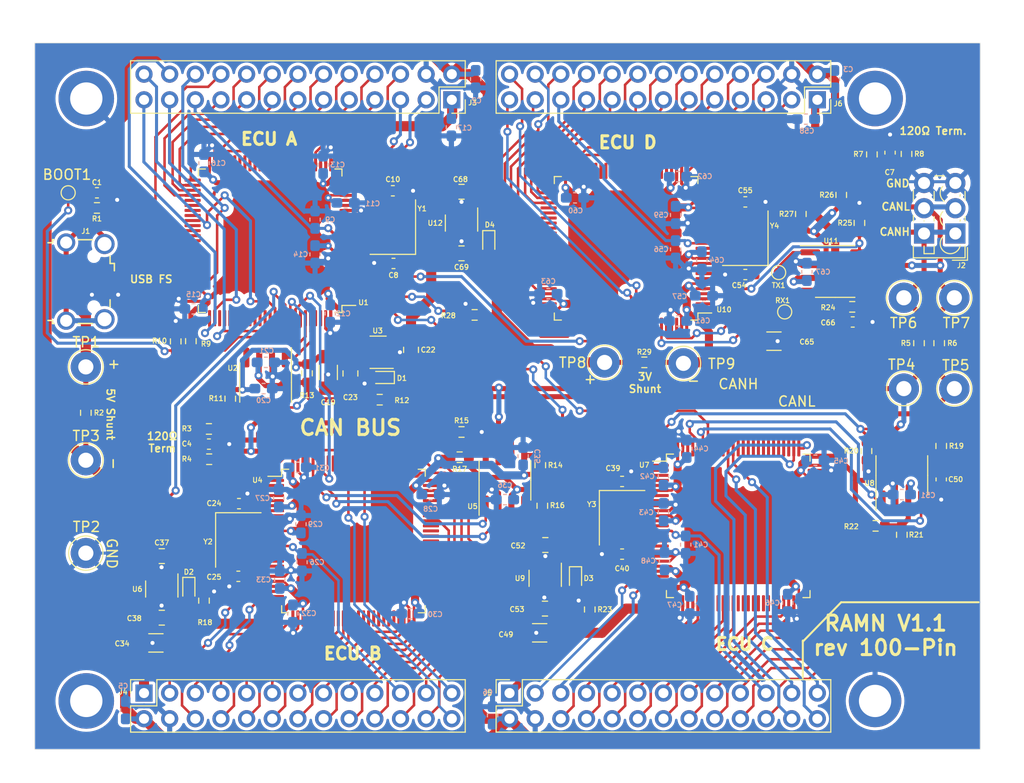
<source format=kicad_pcb>
(kicad_pcb (version 20221018) (generator pcbnew)
  (title_block (title "RAMN 100-pin ECU Variant ") (date "2023-10-27") (rev "V1.1") (company "Toyota Motor North America") (comment 1 "Yevgeniy Tolkunov (TMNA)") (comment 2 "William Greenfield (TMNA)") (comment 3 "RAMN project modifications made by:"))
  (layers (0 "F.Cu" signal) (31 "B.Cu" signal) (34 "B.Paste" user) (35 "F.Paste" user) (36 "B.SilkS" user "B.Silkscreen") (37 "F.SilkS" user "F.Silkscreen") (38 "B.Mask" user) (39 "F.Mask" user) (44 "Edge.Cuts" user))
  (net 0 "")
  (net 1 "/usb_uc/BOOT0")
  (net 2 "Net-(C1-Pad1)")
  (net 3 "GND")
  (net 4 "Net-(C4-Pad1)")
  (net 5 "Net-(C7-Pad1)")
  (net 6 "/usb_uc/X1")
  (net 7 "/usb_uc/nRST")
  (net 8 "/usb_uc/X2")
  (net 9 "/usb_uc/3V3_ECU")
  (net 10 "+5V")
  (net 11 "/ECUB/nRST")
  (net 12 "/ECUB/3V3_ECU")
  (net 13 "/ECUC/nRST")
  (net 14 "/ECUC/3V3_ECU")
  (net 15 "/ECUD/nRST")
  (net 16 "/ECUD/3V3_ECU")
  (net 17 "/ECUD/sheet5D7F273B/3.3V")
  (net 18 "/ECUD/CANH_IN")
  (net 19 "/ECUD/CANL_IN")
  (net 20 "/usb_uc/PA1")
  (net 21 "/usb_uc/PA2")
  (net 22 "/usb_uc/PA3")
  (net 23 "/usb_uc/PA4")
  (net 24 "/usb_uc/PA5")
  (net 25 "/usb_uc/PA6")
  (net 26 "/usb_uc/PA7")
  (net 27 "/usb_uc/PB0")
  (net 28 "/usb_uc/PB1")
  (net 29 "/usb_uc/PB2")
  (net 30 "/usb_uc/PB10")
  (net 31 "/usb_uc/PB11")
  (net 32 "/usb_uc/PB12")
  (net 33 "/usb_uc/PB13")
  (net 34 "/usb_uc/PB14")
  (net 35 "/usb_uc/PB15")
  (net 36 "/usb_uc/PA8")
  (net 37 "/usb_uc/SYS_JTMS-SWDIO")
  (net 38 "/usb_uc/SYS_JTDI")
  (net 39 "/usb_uc/SYS_JTCK-SWCLK")
  (net 40 "/usb_uc/SYS_JTDO-SWO")
  (net 41 "/usb_uc/SYS_JTRST")
  (net 42 "/ECUB/PA1")
  (net 43 "/ECUB/PA2")
  (net 44 "/ECUB/PA3")
  (net 45 "/ECUB/PA4")
  (net 46 "/ECUB/PA5")
  (net 47 "/ECUB/PA6")
  (net 48 "/ECUB/PA7")
  (net 49 "/ECUB/PB0")
  (net 50 "/ECUB/PB1")
  (net 51 "/ECUB/PB2")
  (net 52 "/ECUB/PB10")
  (net 53 "/ECUB/PB11")
  (net 54 "/ECUB/PB12")
  (net 55 "/ECUB/PB13")
  (net 56 "/ECUB/PB14")
  (net 57 "/ECUB/PB15")
  (net 58 "/ECUB/PA8")
  (net 59 "/ECUB/SYS_JTMS-SWDIO")
  (net 60 "/ECUB/SYS_JTDI")
  (net 61 "/ECUB/SYS_JTCK-SWCLK")
  (net 62 "/ECUB/SYS_JTDO-SWO")
  (net 63 "/ECUB/SYS_JTRST")
  (net 64 "/ECUC/PA1")
  (net 65 "/ECUC/PA2")
  (net 66 "/ECUC/PA3")
  (net 67 "/ECUC/PA4")
  (net 68 "/ECUC/PA5")
  (net 69 "/ECUC/PA6")
  (net 70 "/ECUC/PA7")
  (net 71 "/ECUC/PB0")
  (net 72 "/ECUC/PB1")
  (net 73 "/ECUC/PB2")
  (net 74 "/ECUC/PB10")
  (net 75 "/ECUC/PB11")
  (net 76 "/ECUC/PB12")
  (net 77 "/ECUC/PB13")
  (net 78 "/ECUC/PB14")
  (net 79 "/ECUC/PB15")
  (net 80 "/ECUC/PA8")
  (net 81 "/ECUC/SYS_JTMS-SWDIO")
  (net 82 "/ECUC/SYS_JTDI")
  (net 83 "/ECUC/SYS_JTCK-SWCLK")
  (net 84 "/ECUC/SYS_JTDO-SWO")
  (net 85 "/ECUC/SYS_JTRST")
  (net 86 "/ECUD/PA1")
  (net 87 "/ECUD/PA2")
  (net 88 "/ECUD/PA3")
  (net 89 "/ECUD/PA4")
  (net 90 "/ECUD/PA5")
  (net 91 "/ECUD/PA6")
  (net 92 "/ECUD/PA7")
  (net 93 "/ECUD/PB0")
  (net 94 "/ECUD/PB1")
  (net 95 "/ECUD/PB2")
  (net 96 "/ECUD/PB10")
  (net 97 "/ECUD/PB11")
  (net 98 "/ECUD/PB12")
  (net 99 "/ECUD/PB13")
  (net 100 "/ECUD/PB14")
  (net 101 "/ECUD/PB15")
  (net 102 "/ECUD/PA8")
  (net 103 "/ECUD/SYS_JTMS-SWDIO")
  (net 104 "/ECUD/SYS_JTDI")
  (net 105 "/ECUD/SYS_JTCK-SWCLK")
  (net 106 "/ECUD/SYS_JTDO-SWO")
  (net 107 "/ECUD/SYS_JTRST")
  (net 108 "/ECUB/CANH_IN")
  (net 109 "/ECUB/CANL_IN")
  (net 110 "/ECUB/CAN_STB")
  (net 111 "/ECUC/CAN_STB")
  (net 112 "/ECUD/CAN_STB")
  (net 113 "/ECUD/CAN1_RX")
  (net 114 "/ECUD/CAN1_TX")
  (net 115 "Net-(J1-Pad1)")
  (net 146 "/usb_uc/USB_D-")
  (net 147 "/usb_uc/USB_D+")
  (net 159 "/usb_uc/CAN_STB")
  (net 160 "/usb_uc/CAN1_RX")
  (net 161 "/usb_uc/CAN1_TX")
  (net 218 "/ECUB/BOOT0")
  (net 219 "/ECUB/CAN1_RX")
  (net 220 "/ECUB/CAN1_TX")
  (net 223 "/ECUB/ECU_ENABLE")
  (net 278 "/ECUC/BOOT0")
  (net 279 "/ECUC/CAN1_RX")
  (net 280 "/ECUC/CAN1_TX")
  (net 283 "/ECUC/ECU_ENABLE")
  (net 338 "/ECUD/BOOT0")
  (net 341 "/ECUD/ECU_ENABLE")
  (net 348 "/usb_uc/CAN_VDD")
  (net 349 "/ECUB/CAN_VDD")
  (net 350 "/ECUC/CAN_VDD")
  (net 351 "/ECUD/CAN_VDD")
  (net 352 "/usb_uc/VIO_SEL")
  (net 353 "/ECUB/VIO_SEL")
  (net 354 "/ECUC/VIO_SEL")
  (net 355 "/ECUD/VIO_SEL")
  (net 356 "/ECUB/X1")
  (net 357 "/ECUB/X2")
  (net 358 "/ECUC/X1")
  (net 359 "/ECUC/X2")
  (net 360 "/ECUD/X1")
  (net 361 "/ECUD/X2")
  (footprint "TestPoint:TestPoint_Pad_D1.0mm" (layer "F.Cu") (at 113.005 64.23)
    (fp_text reference "TX1")
    (fp_text value " ")
  )
  (footprint "Package_SO:TSOP-5_1.65x3.05mm_P0.95mm" (layer "F.Cu") (at 51.925 95.59 -90)
    (fp_text reference "U6")
    (fp_text value "NCV8163")
  )
  (footprint "Resistor_SMD:R_0603_1608Metric_Pad0.98x0.95mm_HandSolder" (layer "F.Cu") (at 94.305 97.6175 90)
    (fp_text reference "R23")
    (fp_text value "10k")
  )
  (footprint "TestPoint:TestPoint_Pad_D1.0mm" (layer "F.Cu") (at 113.605 68.13)
    (fp_text reference "RX1")
    (fp_text value " ")
  )
  (footprint "MountingHole:MountingHole_3.2mm_M3_ISO7380" (layer "F.Cu") (at 122.555 106.68)
    (fp_text reference "H4" hide)
    (fp_text value "MountingHole")
  )
  (footprint "TestPoint:TestPoint_Loop_D2.54mm_Drill1.5mm_Beaded" (layer "F.Cu") (at 95.77 73.14)
    (fp_text reference "TP8")
    (fp_text value " ")
  )
  (footprint "Connector_PinSocket_2.54mm:PinSocket_2x13_P2.54mm_Vertical" (layer "F.Cu") (at 116.84 47.117 -90)
    (fp_text reference "J6")
    (fp_text value " ")
  )
  (footprint "TerminalBlock_Phoenix:TerminalBlock_Phoenix_PTSM-0,5-3-2.5-V-THR_1x03_P2.50mm_Vertical" (layer "F.Cu") (at 130.505 60.36 90)
    (fp_text reference "J2")
    (fp_text value "Screw_Terminal_01x03")
  )
  (footprint "Resistor_SMD:R_0603_1608Metric_Pad0.98x0.95mm_HandSolder" (layer "F.Cu") (at 89.605 87.3425 -90)
    (fp_text reference "R16")
    (fp_text value "0")
  )
  (footprint "Resistor_SMD:R_0603_1608Metric_Pad0.98x0.95mm_HandSolder" (layer "F.Cu") (at 128.905 71.23 -90)
    (fp_text reference "R6")
    (fp_text value "0R")
  )
  (footprint "Capacitor_SMD:C_0603_1608Metric_Pad1.08x0.95mm_HandSolder" (layer "F.Cu") (at 109.705 57.23)
    (fp_text reference "C55")
    (fp_text value "10pF")
  )
  (footprint "TestPoint:TestPoint_Loop_D2.54mm_Drill1.5mm_Beaded" (layer "F.Cu") (at 125.405 75.73)
    (fp_text reference "TP4")
    (fp_text value " ")
  )
  (footprint "TestPoint:TestPoint_Loop_D2.54mm_Drill1.5mm_Beaded" (layer "F.Cu") (at 44.405 92.03)
    (fp_text reference "TP2")
    (fp_text value " ")
  )
  (footprint "Capacitor_SMD:C_0805_2012Metric_Pad1.18x1.45mm_HandSolder" (layer "F.Cu") (at 70.605 74.23 -90)
    (fp_text reference "C23")
    (fp_text value "1uF")
  )
  (footprint "Package_QFP:LQFP-100_14x14mm_P0.5mm" (layer "F.Cu") (at 62.655 61.08 180)
    (fp_text reference "U1")
    (fp_text value "STM32L4S7VITx")
  )
  (footprint "Capacitor_SMD:C_1206_3216Metric_Pad1.33x1.80mm_HandSolder" (layer "F.Cu") (at 89.3425 99.93 180)
    (fp_text reference "C49")
    (fp_text value "10uF")
  )
  (footprint "Capacitor_SMD:C_0805_2012Metric_Pad1.18x1.45mm_HandSolder" (layer "F.Cu") (at 76.605 71.8925 -90)
    (fp_text reference "C22")
    (fp_text value "1uF")
  )
  (footprint "Crystal:Crystal_SMD_3225-4Pin_3.2x2.5mm_HandSoldering" (layer "F.Cu") (at 59.505 90.73 -90)
    (fp_text reference "Y2")
    (fp_text value "Crystal_GND24")
  )
  (footprint "Capacitor_SMD:C_0603_1608Metric_Pad1.08x0.95mm_HandSolder" (layer "F.Cu") (at 59.505 94.33 180)
    (fp_text reference "C25")
    (fp_text value "10pF")
  )
  (footprint "Capacitor_SMD:C_0603_1608Metric_Pad1.08x0.95mm_HandSolder" (layer "F.Cu") (at 45.505 56.33)
    (fp_text reference "C1")
    (fp_text value "100nF")
  )
  (footprint "Resistor_SMD:R_0603_1608Metric_Pad0.98x0.95mm_HandSolder" (layer "F.Cu") (at 54.805 71.03 -90)
    (fp_text reference "R9")
    (fp_text value "DNM")
  )
  (footprint "Resistor_SMD:R_0603_1608Metric_Pad0.98x0.95mm_HandSolder" (layer "F.Cu") (at 89.405 83.3175 90)
    (fp_text reference "R14")
    (fp_text value "0")
  )
  (footprint "Capacitor_SMD:C_1206_3216Metric_Pad1.33x1.80mm_HandSolder" (layer "F.Cu") (at 51.3425 100.93 180)
    (fp_text reference "C34")
    (fp_text value "10uF")
  )
  (footprint "Resistor_SMD:R_0603_1608Metric_Pad0.98x0.95mm_HandSolder" (layer "F.Cu") (at 122.605 89.33 180)
    (fp_text reference "R22")
    (fp_text value "0")
  )
  (footprint "Resistor_SMD:R_0603_1608Metric_Pad0.98x0.95mm_HandSolder" (layer "F.Cu") (at 121.005 59.3175 90)
    (fp_text reference "R25")
    (fp_text value "10k")
  )
  (footprint "Capacitor_SMD:C_0603_1608Metric_Pad1.08x0.95mm_HandSolder" (layer "F.Cu") (at 56.5925 81.23)
    (fp_text reference "C4")
    (fp_text value "4.7nF")
  )
  (footprint "Package_QFP:LQFP-100_14x14mm_P0.5mm" (layer "F.Cu") (at 70.905 90.83)
    (fp_text reference "U4")
    (fp_text value "STM32L4S7VITx")
  )
  (footprint "Resistor_SMD:R_0603_1608Metric_Pad0.98x0.95mm_HandSolder" (layer "F.Cu") (at 56.105 96.7425 90)
    (fp_text reference "R18")
    (fp_text value "10k")
  )
  (footprint "Resistor_SMD:R_0603_1608Metric_Pad0.98x0.95mm_HandSolder" (layer "F.Cu") (at 121.705 81.9175 -90)
    (fp_text reference "R20")
    (fp_text value "10k")
  )
  (footprint "Capacitor_SMD:C_1206_3216Metric_Pad1.33x1.80mm_HandSolder" (layer "F.Cu") (at 112.5425 71.03)
    (fp_text reference "C65")
    (fp_text value "10uF")
  )
  (footprint "Diode_SMD:D_SOD-523" (layer "F.Cu") (at 73.805 74.63 180)
    (fp_text reference "D1")
    (fp_text value "D_Schottky")
  )
  (footprint "Resistor_SMD:R_0603_1608Metric_Pad0.98x0.95mm_HandSolder" (layer "F.Cu") (at 126.905 71.23 -90)
    (fp_text reference "R5")
    (fp_text value "0R")
  )
  (footprint "TestPoint:TestPoint_Pad_D1.0mm" (layer "F.Cu") (at 42.655 56.33)
    (fp_text reference "BOOT1")
    (fp_text value " ")
  )
  (footprint "MountingHole:MountingHole_3.2mm_M3_ISO7380" (layer "F.Cu") (at 44.45 106.68)
    (fp_text reference "H3" hide)
    (fp_text value "MountingHole")
  )
  (footprint "Connector_PinSocket_2.54mm:PinSocket_2x13_P2.54mm_Vertical" (layer "F.Cu") (at 86.36 105.9 90)
    (fp_text reference "J5")
    (fp_text value " ")
  )
  (footprint "Capacitor_SMD:C_0603_1608Metric_Pad1.08x0.95mm_HandSolder" (layer "F.Cu") (at 74.805 56.13)
    (fp_text reference "C10")
    (fp_text value "10pF")
  )
  (footprint "Package_SO:TSOP-5_1.65x3.05mm_P0.95mm" (layer "F.Cu") (at 81.605 59.33 -90)
    (fp_text reference "U12")
    (fp_text value "NCV8163")
  )
  (footprint "Capacitor_SMD:C_0805_2012Metric_Pad1.18x1.45mm_HandSolder" (layer "F.Cu") (at 81.605 56.23 180)
    (fp_text reference "C68")
    (fp_text value "1uF")
  )
  (footprint "Resistor_SMD:R_0603_1608Metric_Pad0.98x0.95mm_HandSolder" (layer "F.Cu") (at 58.705 76.73 -90)
    (fp_text reference "R11")
    (fp_text value "0")
  )
  (footprint "Package_SO:SOIC-8_3.9x4.9mm_P1.27mm" (layer "F.Cu") (at 85.905 84.83 90)
    (fp_text reference "U5")
    (fp_text value "ATA6561-GAQW-N")
  )
  (footprint "TestPoint:TestPoint_Loop_D2.54mm_Drill1.5mm_Beaded" (layer "F.Cu") (at 130.405 75.73)
    (fp_text reference "TP5")
    (fp_text value " ")
  )
  (footprint "Package_SO:SOIC-8_3.9x4.9mm_P1.27mm" (layer "F.Cu") (at 118.605 64.13)
    (fp_text reference "U11")
    (fp_text value "ATA6561-GAQW-N")
  )
  (footprint "Capacitor_SMD:C_0805_2012Metric_Pad1.18x1.45mm_HandSolder" (layer "F.Cu") (at 51.925 92.33 180)
    (fp_text reference "C37")
    (fp_text value "1uF")
  )
  (footprint "Capacitor_SMD:C_0603_1608Metric_Pad1.08x0.95mm_HandSolder" (layer "F.Cu") (at 97.505 92.13 180)
    (fp_text reference "C40")
    (fp_text value "10pF")
  )
  (footprint "Package_SO:SOIC-8_3.9x4.9mm_P1.27mm" (layer "F.Cu") (at 62.205 75.13 -90)
    (fp_text reference "U2")
    (fp_text value "ATA6561-GAQW-N")
  )
  (footprint "Resistor_SMD:R_0603_1608Metric_Pad0.98x0.95mm_HandSolder" (layer "F.Cu") (at 120.2925 67.63)
    (fp_text reference "R24")
    (fp_text value "0")
  )
  (footprint "Package_QFP:LQFP-100_14x14mm_P0.5mm" (layer "F.Cu") (at 109.005 89.33)
    (fp_text reference "U7")
    (fp_text value "STM32L4S7VITx")
  )
  (footprint "Resistor_SMD:R_0603_1608Metric_Pad0.98x0.95mm_HandSolder" (layer "F.Cu") (at 45.505 57.83)
    (fp_text reference "R1")
    (fp_text value "10k")
  )
  (footprint "Resistor_SMD:R_0603_1608Metric_Pad0.98x0.95mm_HandSolder" (layer "F.Cu") (at 81.605 80.03)
    (fp_text reference "R15")
    (fp_text value "10k")
  )
  (footprint "Capacitor_SMD:C_0805_2012Metric_Pad1.18x1.45mm_HandSolder" (layer "F.Cu") (at 89.8675 97.53 180)
    (fp_text reference "C53")
    (fp_text value "1uF")
  )
  (footprint "Resistor_SMD:R_0603_1608Metric_Pad0.98x0.95mm_HandSolder" (layer "F.Cu") (at 44.405 78.13 90)
    (fp_text reference "R2")
    (fp_text value "0R")
  )
  (footprint "TestPoint:TestPoint_Loop_D2.54mm_Drill1.5mm_Beaded" (layer "F.Cu") (at 44.405 82.83)
    (fp_text reference "TP3")
    (fp_text value " ")
  )
  (footprint "Package_SO:TSOP-5_1.65x3.05mm_P0.95mm" (layer "F.Cu") (at 73.345 72.13 180)
    (fp_text reference "U3")
    (fp_text value "NCV8163")
  )
  (footprint "Resistor_SMD:R_0603_1608Metric_Pad0.98x0.95mm_HandSolder" (layer "F.Cu") (at 115.205 58.43 90)
    (fp_text reference "R27")
    (fp_text value "0")
  )
  (footprint "Crystal:Crystal_SMD_3225-4Pin_3.2x2.5mm_HandSoldering" (layer "F.Cu") (at 97.505 88.53 -90)
    (fp_text reference "Y3")
    (fp_text value "Crystal_GND24")
  )
  (footprint "TestPoint:TestPoint_Loop_D2.54mm_Drill1.5mm_Beaded" (layer "F.Cu") (at 125.405 66.73)
    (fp_text reference "TP6")
    (fp_text value " ")
  )
  (footprint "Capacitor_SMD:C_0603_1608Metric_Pad1.08x0.95mm_HandSolder" (layer "F.Cu") (at 129.105 84.73 -90)
    (fp_text reference "C50")
    (fp_text value "100nF")
  )
  (footprint "MountingHole:MountingHole_3.2mm_M3_ISO7380" (layer "F.Cu") (at 44.45 46.99)
    (fp_text reference "H1" hide)
    (fp_text value "MountingHole")
  )
  (footprint "Connector_PinSocket_2.54mm:PinSocket_2x13_P2.54mm_Vertical" (layer "F.Cu") (at 50.165 105.9 90)
    (fp_text reference "J4")
    (fp_text value " ")
  )
  (footprint "Capacitor_SMD:C_0805_2012Metric_Pad1.18x1.45mm_HandSolder" (layer "F.Cu") (at 51.925 98.43 180)
    (fp_text reference "C38")
    (fp_text value "1uF")
  )
  (footprint "Package_SO:SOIC-8_3.9x4.9mm_P1.27mm" (layer "F.Cu") (at 125.205 84.33 90)
    (fp_text reference "U8")
    (fp_text value "ATA6561-GAQW-N")
  )
  (footprint "Resistor_SMD:R_0603_1608Metric_Pad0.98x0.95mm_HandSolder" (layer "F.Cu") (at 99.705 73.13 180)
    (fp_text reference "R29")
    (fp_text value "0R")
  )
  (footprint "Connector_USB:USB_Micro-B_Wuerth_629105150521_CircularHoles" (layer "F.Cu") (at 44.405 65.13 -90)
    (fp_text reference "J1")
    (fp_text value "USB_C_Micro")
  )
  (footprint "Resistor_SMD:R_0603_1608Metric_Pad0.98x0.95mm_HandSolder" (layer "F.Cu") (at 129.105 81.4175 90)
    (fp_text reference "R19")
    (fp_text value "0")
  )
  (footprint "Package_QFP:LQFP-100_14x14mm_P0.5mm" (layer "F.Cu") (at 97.905 61.83 180)
    (fp_text reference "U10")
    (fp_text value "STM32L4S7VITx")
  )
  (footprint "Connector_PinSocket_2.54mm:PinSocket_2x13_P2.54mm_Vertical" (layer "F.Cu") (at 80.645 47.117 -90)
    (fp_text reference "J3")
    (fp_text value " ")
  )
  (footprint "Capacitor_SMD:C_0603_1608Metric_Pad1.08x0.95mm_HandSolder" (layer "F.Cu") (at 97.505 84.93)
    (fp_text reference "C39")
    (fp_text value "10pF")
  )
  (footprint "Resistor_SMD:R_0603_1608Metric_Pad0.98x0.95mm_HandSolder" (layer "F.Cu") (at 125.67 52.48 -90)
    (fp_text reference "R8")
    (fp_text value "60R")
  )
  (footprint "Capacitor_SMD:C_0805_2012Metric_Pad1.18x1.45mm_HandSolder" (layer "F.Cu") (at 89.905 91.23 180)
    (fp_text reference "C52")
    (fp_text value "1uF")
  )
  (footprint "Resistor_SMD:R_0603_1608Metric_Pad0.98x0.95mm_HandSolder" (layer "F.Cu") (at 53.305 71.055 90)
    (fp_text reference "R10")
    (fp_text value "10k")
  )
  (footprint "Resistor_SMD:R_0603_1608Metric_Pad0.98x0.95mm_HandSolder" (layer "F.Cu") (at 56.5925 79.73 180)
    (fp_text reference "R3")
    (fp_text value "60R")
  )
  (footprint "TestPoint:TestPoint_Loop_D2.54mm_Drill1.5mm_Beaded" (layer "F.Cu") (at 103.58 73.23)
    (fp_text reference "TP9")
    (fp_text value " ")
  )
  (footprint "Resistor_SMD:R_0603_1608Metric_Pad0.98x0.95mm_HandSolder" (layer "F.Cu") (at 82.905 68.43 180)
    (fp_text reference "R28")
    (fp_text value "10k")
  )
  (footprint "Diode_SMD:D_SOD-523" (layer "F.Cu") (at 84.305 61.23 -90)
    (fp_text reference "D4")
    (fp_text value "D_Schottky")
  )
  (footprint "Package_SO:TSOP-5_1.65x3.05mm_P0.95mm" (layer "F.Cu") (at 89.8925 94.53 -90)
    (fp_text reference "U9")
    (fp_text value "NCV8163")
  )
  (footprint "Resistor_SMD:R_0603_1608Metric_Pad0.98x0.95mm_HandSolder" (layer "F.Cu") (at 122.24 52.5275 90)
    (fp_text reference "R7")
    (fp_text value "60R")
  )
  (footprint "Resistor_SMD:R_0603_1608Metric_Pad0.98x0.95mm_HandSolder" (layer "F.Cu") (at 73.505 76.83 180)
    (fp_text reference "R12")
    (fp_text value "0")
  )
  (footprint "Capacitor_SMD:C_0603_1608Metric_Pad1.08x0.95mm_HandSolder" (layer "F.Cu") (at 59.5675 87.13)
    (fp_text reference "C24")
    (fp_text value "10pF")
  )
  (footprint "Resistor_SMD:R_0603_1608Metric_Pad0.98x0.95mm_HandSolder" (layer "F.Cu") (at 66.305 74.2175 -90)
    (fp_text reference "R13")
    (fp_text value "0")
  )
  (footprint "Capacitor_SMD:C_0603_1608Metric_Pad1.08x0.95mm_HandSolder" (layer "F.Cu") (at 120.3425 69.13)
    (fp_text reference "C66")
    (fp_text value "100nF")
  )
  (footprint "Diode_SMD:D_SOD-523" (layer "F.Cu") (at 54.605 95.59 -90)
    (fp_text reference "D2")
    (fp_text value "D_Schottky")
  )
  (footprint "Capacitor_SMD:C_1206_3216Metric_Pad1.33x1.80mm_HandSolder" (layer "F.Cu") (at 68.405 74.13 -90)
    (fp_text reference "C19")
    (fp_text value "10uF")
  )
  (footprint "TestPoint:TestPoint_Loop_D2.54mm_Drill1.5mm_Beaded" (layer "F.Cu") (at 130.405 66.73)
    (fp_text reference "TP7")
    (fp_text value " ")
  )
  (footprint "Capacitor_SMD:C_0805_2012Metric_Pad1.18x1.45mm_HandSolder" (layer "F.Cu") (at 81.605 62.33 180)
    (fp_text reference "C69")
    (fp_text value "1uF")
  )
  (footprint "Diode_SMD:D_SOD-523" (layer "F.Cu") (at 92.8925 94.53 -90)
    (fp_text reference "D3")
    (fp_text value "D_Schottky")
  )
  (footprint "Crystal:Crystal_SMD_3225-4Pin_3.2x2.5mm_HandSoldering" (layer "F.Cu") (at 74.805 59.73 90)
    (fp_text reference "Y1")
    (fp_text value "Crystal_GND24")
  )
  (footprint "Resistor_SMD:R_0603_1608Metric_Pad0.98x0.95mm_HandSolder" (layer "F.Cu") (at 56.6175 82.73)
    (fp_text reference "R4")
    (fp_text value "60R")
  )
  (footprint "TestPoint:TestPoint_Loop_D2.54mm_Drill1.5mm_Beaded" (layer "F.Cu") (at 44.405 73.58)
    (fp_text reference "TP1")
    (fp_text value " ")
  )
  (footprint "Crystal:Crystal_SMD_3225-4Pin_3.2x2.5mm_HandSoldering" (layer "F.Cu") (at 109.705 60.83 90)
    (fp_text reference "Y4")
    (fp_text value "Crystal_GND24")
  )
  (footprint "Resistor_SMD:R_0603_1608Metric_Pad0.98x0.95mm_HandSolder" (layer "F.Cu") (at 81.4175 82.53 180)
    (fp_text reference "R17")
    (fp_text value "0")
  )
  (footprint "Capacitor_SMD:C_0603_1608Metric_Pad1.08x0.95mm_HandSolder" (layer "F.Cu") (at 74.8675 63.33 180)
    (fp_text reference "C8")
    (fp_text value "10pF")
  )
  (footprint "Capacitor_SMD:C_0603_1608Metric_Pad1.08x0.95mm_HandSolder" (layer "F.Cu") (at 109.705 64.43 180)
    (fp_text reference "C54")
    (fp_text value "10pF")
  )
  (footprint "Capacitor_SMD:C_0603_1608Metric_Pad1.08x0.95mm_HandSolder" (layer "F.Cu") (at 124.04 52.3525 90)
    (fp_text reference "C7")
    (fp_text value "4.7nF")
  )
  (footprint "Resistor_SMD:R_0603_1608Metric_Pad0.98x0.95mm_HandSolder" (layer "F.Cu") (at 119.205 56.5425 90)
    (fp_text reference "R26")
    (fp_text value "0")
  )
  (footprint "Resistor_SMD:R_0603_1608Metric_Pad0.98x0.95mm_HandSolder" (layer "F.Cu") (at 125.205 90.2175 -90)
    (fp_text reference "R21")
    (fp_text value "0")
  )
  (footprint "MountingHole:MountingHole_3.2mm_M3_ISO7380" (layer "F.Cu") (at 122.555 46.99)
    (fp_text reference "H2" hide)
    (fp_text value "MountingHole")
  )
  (footprint "Capacitor_SMD:C_0603_1608Metric_Pad1.08x0.95mm_HandSolder" (layer "B.Cu") (at 63.605 94.6675 90)
    (fp_text reference "C33")
    (fp_text value "100nF")
  )
  (footprint "Capacitor_SMD:C_0603_1608Metric_Pad1.08x0.95mm_HandSolder" (layer "B.Cu") (at 103.905 81.6925 90)
    (fp_text reference "C44")
    (fp_text value "100nF")
  )
  (footprint "Capacitor_SMD:C_0603_1608Metric_Pad1.08x0.95mm_HandSolder" (layer "B.Cu") (at 101.705 92.83 90)
    (fp_text reference "C48")
    (fp_text value "100nF")
  )
  (footprint "Capacitor_SMD:C_0603_1608Metric_Pad1.08x0.95mm_HandSolder" (layer "B.Cu") (at 125.205 86.23 180)
    (fp_text reference "C51")
    (fp_text value "100nF")
  )
  (footprint "Capacitor_SMD:C_0603_1608Metric_Pad1.08x0.95mm_HandSolder" (layer "B.Cu") (at 105.605 66.53)
    (fp_text reference "C57")
    (fp_text value "100nF")
  )
  (footprint "Capacitor_SMD:C_0603_1608Metric_Pad1.08x0.95mm_HandSolder" (layer "B.Cu") (at 76.5425 98.03 180)
    (fp_text reference "C30")
    (fp_text value "100nF")
  )
  (footprint "Capacitor_SMD:C_0603_1608Metric_Pad1.08x0.95mm_HandSolder" (layer "B.Cu") (at 103.805 91.1925 -90)
    (fp_text reference "C41")
    (fp_text value "100nF")
  )
  (footprint "Capacitor_SMD:C_0603_1608Metric_Pad1.08x0.95mm_HandSolder" (layer "B.Cu") (at 103.0425 54.73)
    (fp_text reference "C62")
    (fp_text value "100nF")
  )
  (footprint "Capacitor_SMD:C_0603_1608Metric_Pad1.08x0.95mm_HandSolder" (layer "B.Cu") (at 62.005 75.73)
    (fp_text reference "C20")
    (fp_text value "100nF")
  )
  (footprint "Capacitor_SMD:C_0603_1608Metric_Pad1.08x0.95mm_HandSolder" (layer "B.Cu") (at 115.705 49.03 180)
    (fp_text reference "C58")
    (fp_text value "100nF")
  )
  (footprint "Capacitor_SMD:C_0603_1608Metric_Pad1.08x0.95mm_HandSolder" (layer "B.Cu") (at 102.805 58.53 -90)
    (fp_text reference "C59")
    (fp_text value "100nF")
  )
  (footprint "Capacitor_SMD:C_0603_1608Metric_Pad1.08x0.95mm_HandSolder" (layer "B.Cu") (at 67.105 62.43 -90)
    (fp_text reference "C14")
    (fp_text value "100nF")
  )
  (footprint "Capacitor_SMD:C_0603_1608Metric_Pad1.08x0.95mm_HandSolder" (layer "B.Cu") (at 90.205 66.33 180)
    (fp_text reference "C63")
    (fp_text value "100nF")
  )
  (footprint "Capacitor_SMD:C_0603_1608Metric_Pad1.08x0.95mm_HandSolder" (layer "B.Cu") (at 103.0425 69.03 180)
    (fp_text reference "C61")
    (fp_text value "100nF")
  )
  (footprint "Capacitor_SMD:C_0603_1608Metric_Pad1.08x0.95mm_HandSolder" (layer "B.Cu") (at 62.23 73.13)
    (fp_text reference "C21")
    (fp_text value "100nF")
  )
  (footprint "Capacitor_SMD:C_0603_1608Metric_Pad1.08x0.95mm_HandSolder" (layer "B.Cu") (at 48.35 107.59 90)
    (fp_text reference "C5")
    (fp_text value "100nF")
  )
  (footprint "Capacitor_SMD:C_0603_1608Metric_Pad1.08x0.95mm_HandSolder" (layer "B.Cu") (at 65.3675 83.53)
    (fp_text reference "C31")
    (fp_text value "100nF")
  )
  (footprint "Capacitor_SMD:C_0603_1608Metric_Pad1.08x0.95mm_HandSolder" (layer "B.Cu") (at 105.405 63.03 -90)
    (fp_text reference "C64")
    (fp_text value "100nF")
  )
  (footprint "Capacitor_SMD:C_0603_1608Metric_Pad1.08x0.95mm_HandSolder" (layer "B.Cu") (at 63.505 86.5925 90)
    (fp_text reference "C27")
    (fp_text value "100nF")
  )
  (footprint "Capacitor_SMD:C_0603_1608Metric_Pad1.08x0.95mm_HandSolder" (layer "B.Cu") (at 64.905 98.03 -90)
    (fp_text reference "C32")
    (fp_text value "100nF")
  )
  (footprint "Capacitor_SMD:C_0603_1608Metric_Pad1.08x0.95mm_HandSolder" (layer "B.Cu") (at 80.605 49.83 -90)
    (fp_text reference "C17")
    (fp_text value "100nF")
  )
  (footprint "Capacitor_SMD:C_0603_1608Metric_Pad1.08x0.95mm_HandSolder" (layer "B.Cu") (at 56.105 53.3925 90)
    (fp_text reference "C16")
    (fp_text value "100nF" hide)
  )
  (footprint "Capacitor_SMD:C_0603_1608Metric_Pad1.08x0.95mm_HandSolder" (layer "B.Cu") (at 87.705 82.43 90)
    (fp_text reference "C35")
    (fp_text value "100nF")
  )
  (footprint "Capacitor_SMD:C_0603_1608Metric_Pad1.08x0.95mm_HandSolder" (layer "B.Cu") (at 85.905 86.73 180)
    (fp_text reference "C36")
    (fp_text value "100nF")
  )
  (footprint "Capacitor_SMD:C_0603_1608Metric_Pad1.08x0.95mm_HandSolder" (layer "B.Cu") (at 68.605 68.2925 -90)
    (fp_text reference "C12")
    (fp_text value "100nF")
  )
  (footprint "Capacitor_SMD:C_0603_1608Metric_Pad1.08x0.95mm_HandSolder" (layer "B.Cu") (at 83.005 45.0675 -90)
    (fp_text reference "C2")
    (fp_text value "100nF")
  )
  (footprint "Capacitor_SMD:C_0603_1608Metric_Pad1.08x0.95mm_HandSolder" (layer "B.Cu") (at 65.705 89.1675 90)
    (fp_text reference "C29")
    (fp_text value "100nF")
  )
  (footprint "Capacitor_SMD:C_0603_1608Metric_Pad1.08x0.95mm_HandSolder" (layer "B.Cu") (at 92.8425 56.83)
    (fp_text reference "C60")
    (fp_text value "100nF")
  )
  (footprint "Capacitor_SMD:C_0603_1608Metric_Pad1.08x0.95mm_HandSolder" (layer "B.Cu") (at 78.5425 86.23)
    (fp_text reference "C28")
    (fp_text value "100nF")
  )
  (footprint "Capacitor_SMD:C_0603_1608Metric_Pad1.08x0.95mm_HandSolder" (layer "B.Cu") (at 70.13 57.33)
    (fp_text reference "C11")
    (fp_text value "100nF")
  )
  (footprint "Capacitor_SMD:C_0603_1608Metric_Pad1.08x0.95mm_HandSolder" (layer "B.Cu") (at 113.905 96.9675 -90)
    (fp_text reference "C46")
    (fp_text value "100nF")
  )
  (footprint "Capacitor_SMD:C_0603_1608Metric_Pad1.08x0.95mm_HandSolder" (layer "B.Cu") (at 67.905 53.555 90)
    (fp_text reference "C13")
    (fp_text value "100nF")
  )
  (footprint "Capacitor_SMD:C_0603_1608Metric_Pad1.08x0.95mm_HandSolder" (layer "B.Cu") (at 102.805 61.93 -90)
    (fp_text reference "C56")
    (fp_text value "100nF")
  )
  (footprint "Capacitor_SMD:C_0603_1608Metric_Pad1.08x0.95mm_HandSolder" (layer "B.Cu") (at 65.805 92.93 -90)
    (fp_text reference "C26")
    (fp_text value "100nF")
  )
  (footprint "Capacitor_SMD:C_0603_1608Metric_Pad1.08x0.95mm_HandSolder" (layer "B.Cu") (at 104.205 97.1675 -90)
    (fp_text reference "C47")
    (fp_text value "100nF")
  )
  (footprint "Capacitor_SMD:C_0603_1608Metric_Pad1.08x0.95mm_HandSolder" (layer "B.Cu") (at 55.0675 67.83 180)
    (fp_text reference "C15")
    (fp_text value "100nF")
  )
  (footprint "Capacitor_SMD:C_0603_1608Metric_Pad1.08x0.95mm_HandSolder" (layer "B.Cu") (at 101.605 84.43 90)
    (fp_text reference "C42")
    (fp_text value "100nF")
  )
  (footprint "Capacitor_SMD:C_0603_1608Metric_Pad1.08x0.95mm_HandSolder" (layer "B.Cu") (at 84.68 108.1125 90)
    (fp_text reference "C6")
    (fp_text value "100nF")
  )
  (footprint "Capacitor_SMD:C_0603_1608Metric_Pad1.08x0.95mm_HandSolder" (layer "B.Cu") (at 118.53 45.0725 -90)
    (fp_text reference "C3")
    (fp_text value "100nF")
  )
  (footprint "Capacitor_SMD:C_0603_1608Metric_Pad1.08x0.95mm_HandSolder" (layer "B.Cu") (at 67.105 58.9925 90)
    (fp_text reference "C9")
    (fp_text value "100nF")
  )
  (footprint "Capacitor_SMD:C_0603_1608Metric_Pad1.08x0.95mm_HandSolder" (layer "B.Cu") (at 115.805 64.1675 90)
    (fp_text reference "C67")
    (fp_text value "100nF")
  )
  (footprint "Capacitor_SMD:C_0603_1608Metric_Pad1.08x0.95mm_HandSolder" (layer "B.Cu") (at 116.6425 82.83)
    (fp_text reference "C45")
    (fp_text value "100nF")
  )
  (footprint "Capacitor_SMD:C_0603_1608Metric_Pad1.08x0.95mm_HandSolder" (layer "B.Cu") (at 101.605 87.9675 90)
    (fp_text reference "C43")
    (fp_text value "100nF")
  )
  (gr_line (start 119.2 96.9) (end 132.8 96.9) (stroke (width 0.2)) (layer "F.SilkS"))
  (gr_line (start 115.4 100.8) (end 119.2 96.9) (stroke (width 0.2)) (layer "F.SilkS"))
  (gr_line (start 115.4 104.394) (end 115.4 100.694) (stroke (width 0.2)) (layer "F.SilkS"))
  (gr_rect (start 39.35 41.49) (end 132.962883 111.47) (stroke (width 0.05)) (fill none) (layer "Edge.Cuts"))
  (gr_text "RAMN" (at 43.8 100.6) (layer "F.Cu") (effects (font (size 1.5 1.5) (thickness 0.3))))
  (gr_text "3V\nShunt" (at 99.77 75.16) (layer "F.SilkS") (effects (font (size 0.75 0.75))))
  (gr_text "RAMN V1.1\nrev 100-Pin" (at 123.6 100.2) (layer "F.SilkS") (effects (font (size 1.5 1.5) (thickness 0.3))))
  (gr_text "+" (at 47.18 73.26) (layer "F.SilkS") (effects (font (size 1 1))))
  (gr_text "-" (at 104.57 75.07 180) (layer "F.SilkS") (effects (font (size 1 1))))
  (gr_text "CANL" (at 114.8 77) (layer "F.SilkS") (effects (font (size 1 1))))
  (gr_text "GND" (at 46.98 92.07 270) (layer "F.SilkS") (effects (font (size 1 1))))
  (gr_text "USB FS" (at 50.88 64.89) (layer "F.SilkS") (effects (font (size 0.75 0.75))))
  (gr_text "ECU A" (at 62.55 51) (layer "F.SilkS") (effects (font (size 1.2 1.2) (thickness 0.3))))
  (gr_text "ECU C" (at 109.65 101.05) (layer "F.SilkS") (effects (font (size 1.2 1.2) (thickness 0.3))))
  (gr_text "CANH" (at 109.02 75.28) (layer "F.SilkS") (effects (font (size 1 1))))
  (gr_text "+" (at 94.27 74.84 90) (layer "F.SilkS") (effects (font (size 1 1))))
  (gr_text "CANL" (at 124.6 57.7) (layer "F.SilkS") (effects (font (size 0.75 0.75))))
  (gr_text "CANH" (at 124.5 60.2) (layer "F.SilkS") (effects (font (size 0.75 0.75))))
  (gr_text "ECU D" (at 98.06 51.34) (layer "F.SilkS") (effects (font (size 1.2 1.2) (thickness 0.3))))
  (gr_text "CAN BUS" (at 70.6 79.6) (layer "F.SilkS") (effects (font (size 1.5 1.5) (thickness 0.3))))
  (gr_text "-" (at 47.04 83.16 90) (layer "F.SilkS") (effects (font (size 1 1))))
  (gr_text "GND" (at 124.8 55.4) (layer "F.SilkS") (effects (font (size 0.75 0.75))))
  (gr_text "120Ω\nTerm" (at 51.9684 81.0514) (layer "F.SilkS") (effects (font (size 0.75 0.75))))
  (gr_text "5V Shunt" (at 46.85 78.27 270) (layer "F.SilkS") (effects (font (size 0.75 0.75))))
  (gr_text "ECU B" (at 70.84 101.99) (layer "F.SilkS") (effects (font (size 1.2 1.2) (thickness 0.3))))
  (gr_text "120Ω Term." (at 128.3 50.2) (layer "F.SilkS") (effects (font (size 0.75 0.75))))
  (segment (start 52.205 72.03) (end 52.2675 71.9675) (width 0.25) (layer "F.Cu") (net 1))
  (segment (start 54.805 71.9425) (end 53.43 71.9425) (width 0.25) (layer "F.Cu") (net 1))
  (segment (start 42.655 56.33) (end 42.655 58.08) (width 0.25) (layer "F.Cu") (net 1))
  (segment (start 52.2675 71.9675) (end 53.405 71.9675) (width 0.25) (layer "F.Cu") (net 1))
  (segment (start 65.655 69.58) (end 64.605 70.63) (width 0.25) (layer "F.Cu") (net 1))
  (segment (start 64.605 70.63) (end 59.505 70.63) (width 0.25) (layer "F.Cu") (net 1))
  (segment (start 65.655 68.755) (end 65.655 69.58) (width 0.25) (layer "F.Cu") (net 1))
  (segment (start 59.505 70.63) (end 58.1925 71.9425) (width 0.25) (layer "F.Cu") (net 1))
  (segment (start 58.1925 71.9425) (end 54.805 71.9425) (width 0.25) (layer "F.Cu") (net 1))
  (via (at 42.655 58.08) (size 0.8) (drill 0.4) (layers "F.Cu" "B.Cu") (net 1))
  (via (at 52.205 72.03) (size 0.8) (drill 0.4) (layers "F.Cu" "B.Cu") (net 1))
  (segment (start 40.590003 70.215003) (end 40.590003 60.144997) (width 0.3) (layer "B.Cu") (net 1))
  (segment (start 41.605 71.23) (end 40.590003 70.215003) (width 0.3) (layer "B.Cu") (net 1))
  (segment (start 52.205 72.03) (end 51.405 71.23) (width 0.3) (layer "B.Cu") (net 1))
  (segment (start 40.590003 60.144997) (end 42.655 58.08) (width 0.3) (layer "B.Cu") (net 1))
  (segment (start 51.405 71.23) (end 41.605 71.23) (width 0.3) (layer "B.Cu") (net 1))
  (segment (start 44.5925 57.83) (end 44.5925 59.1175) (width 0.5) (layer "F.Cu") (net 2))
  (segment (start 42.455 61.255) (end 44.5925 59.1175) (width 0.5) (layer "F.Cu") (net 2))
  (segment (start 42.455 69.005) (end 42.455 61.255) (width 0.5) (layer "F.Cu") (net 2))
  (segment (start 44.5925 57.83) (end 44.5925 56.38) (width 0.5) (layer "F.Cu") (net 2))
  (segment (start 44.5925 59.1175) (end 46.255 60.78) (width 0.5) (layer "F.Cu") (net 2))
  (segment (start 42.455 69.005) (end 46.105 69.005) (width 0.5) (layer "B.Cu") (net 2))
  (segment (start 50.8875 98.2475) (end 51.905 97.23) (width 0.8) (layer "F.Cu") (net 3))
  (segment (start 105.58 58.83) (end 104.505 58.83) (width 0.3) (layer "F.Cu") (net 3))
  (segment (start 60.43 87.13) (end 60.43 86.155) (width 0.5) (layer "F.Cu") (net 3))
  (segment (start 58.6425 95.2925) (end 58.605 95.33) (width 0.5) (layer "F.Cu") (net 3))
  (segment (start 110.5675 57.23) (end 111.705 57.23) (width 0.5) (layer "F.Cu") (net 3))
  (segment (start 88.8675 91.305) (end 89.8925 92.33) (width 0.5) (layer "F.Cu") (net 3))
  (segment (start 103.105 79.977335) (end 103.505 80.377335) (width 0.3) (layer "F.Cu") (net 3))
  (segment (start 57.155 53.405) (end 57.155 51.88) (width 0.25) (layer "F.Cu") (net 3))
  (segment (start 92.405 54.155) (end 92.405 55.03) (width 0.3) (layer "F.Cu") (net 3))
  (segment (start 121.705 83.73) (end 121.905 83.93) (width 0.8) (layer "F.Cu") (net 3))
  (segment (start 121.005 58.405) (end 121.005 57.33) (width 0.5) (layer "F.Cu") (net 3))
  (segment (start 57.455 81.23) (end 58.605 81.23) (width 0.5) (layer "F.Cu") (net 3))
  (segment (start 68.655 62.58) (end 68.405 62.83) (width 0.3) (layer "F.Cu") (net 3))
  (segment (start 81.9925 67.3425) (end 82.005 67.33) (width 0.5) (layer "F.Cu") (net 3))
  (segment (start 63.23 89.33) (end 64.024975 89.33) (width 0.25) (layer "F.Cu") (net 3))
  (segment (start 96.6425 92.13) (end 96.6425 90.2675) (width 0.5) (layer "F.Cu") (net 3))
  (segment (start 75.505 72.13) (end 76.305 72.93) (width 0.5) (layer "F.Cu") (net 3))
  (segment (start 68.155 53.405) (end 68.155 52.33) (width 0.3) (layer "F.Cu") (net 3))
  (segment (start 102.242 92.83) (end 102.805 92.267) (width 0.25) (layer "F.Cu") (net 3))
  (segment (start 60.43 87.13) (end 60.43 89.055) (width 0.5) (layer "F.Cu") (net 3))
  (segment (start 124.57 86.805) (end 124.57 85.395) (width 0.5) (layer "F.Cu") (net 3))
  (segment (start 79.906689 85.337122) (end 79.899567 85.33) (width 0.3) (layer "F.Cu") (net 3))
  (segment (start 65.405 99.476112) (end 64.935034 99.946078) (width 0.25) (layer "F.Cu") (net 3))
  (segment (start 56.105 95.83) (end 57.105 95.83) (width 0.5) (layer "F.Cu") (net 3))
  (segment (start 81.602005 57.185789) (end 81.523289 57.185789) (width 0.5) (layer "F.Cu") (net 3))
  (segment (start 102.205 87.83) (end 101.33 87.83) (width 0.3) (layer "F.Cu") (net 3))
  (segment (start 103.405 54.155) (end 103.405 55.43) (width 0.3) (layer "F.Cu") (net 3))
  (segment (start 89.8925 93.37) (end 89.8925 92.33) (width 0.3) (layer "F.Cu") (net 3))
  (segment (start 57.155 51.88) (end 56.905 51.63) (width 0.25) (layer "F.Cu") (net 3))
  (segment (start 94.305 96.705) (end 93.23 96.705) (width 0.5) (layer "F.Cu") (net 3))
  (segment (start 51.925 94.43) (end 51.925 93.45) (width 0.5) (layer "F.Cu") (net 3))
  (segment (start 114.505 98.23) (end 114.805 98.53) (width 0.3) (layer "F.Cu") (net 3))
  (segment (start 62.84 72.655) (end 62.84 74.465) (width 0.5) (layer "F.Cu") (net 3))
  (segment (start 70.33 57.58) (end 71.155 57.58) (width 0.25) (layer "F.Cu") (net 3))
  (segment (start 103.505 80.377335) (end 103.505 81.655) (width 0.3) (layer "F.Cu") (net 3))
  (segment (start 84.905 85.73) (end 85.27 86.095) (width 0.5) (layer "F.Cu") (net 3))
  (segment (start 84.605 85.73) (end 84.905 85.73) (width 0.5) (layer "F.Cu") (net 3))
  (segment (start 129.105 85.5925) (end 129.105 86.73) (width 0.8) (layer "F.Cu") (net 3))
  (segment (start 114.505 97.005) (end 114.505 98.23) (width 0.3) (layer "F.Cu") (net 3))
  (segment (start 80.5675 62.1675) (end 81.605 61.13) (width 0.8) (layer "F.Cu") (net 3))
  (segment (start 63.23 94.33) (end 64.105 94.33) (width 0.25) (layer "F.Cu") (net 3))
  (segment (start 53.855 66.58) (end 54.98 66.58) (width 0.3) (layer "F.Cu") (net 3))
  (segment (start 105.58 58.33) (end 105.005 58.33) (width 0.25) (layer "F.Cu") (net 3))
  (segment (start 53.305 70.1425) (end 53.305 69.03) (width 0.5) (layer "F.Cu") (net 3))
  (segment (start 124.04 51.49) (end 124.04 50.56) (width 0.8) (layer "F.Cu") (net 3))
  (segment (start 58.6425 94.33) (end 58.6425 92.4675) (width 0.5) (layer "F.Cu") (net 3))
  (segment (start 103.18 68.405) (end 102.705 67.93) (width 0.3) (layer "F.Cu") (net 3))
  (segment (start 60.43 86.155) (end 60.405 86.13) (width 0.5) (layer "F.Cu") (net 3))
  (segment (start 101.33 92.33) (end 102.405 92.33) (width 0.25) (layer "F.Cu") (net 3))
  (segment (start 70.33 62.58) (end 68.655 62.58) (width 0.3) (layer "F.Cu") (net 3))
  (segment (start 88.805 67.33) (end 88.705 67.23) (width 0.3) (layer "F.Cu") (net 3))
  (segment (start 105.005 58.33) (end 104.005 59.33) (width 0.25) (layer "F.Cu") (net 3))
  (segment (start 64.024975 89.33) (end 64.605 88.749975) (width 0.25) (layer "F.Cu") (net 3))
  (segment (start 63.23 93.83) (end 64.605 93.83) (width 0.25) (layer "F.Cu") (net 3))
  (segment (start 72.954647 63.280353) (end 73.955353 63.280353) (width 0.5) (layer "F.Cu") (net 3))
  (segment (start 121.205 69.13) (end 122.305 69.13) (width 0.8) (layer "F.Cu") (net 3))
  (segment (start 64.105 94.33) (end 64.705 93.73) (width 0.25) (layer "F.Cu") (net 3))
  (segment (start 115.07 63.495) (end 116.13 63.495) (width 0.3) (layer "F.Cu") (net 3))
  (segment (start 65.405 98.505) (end 65.405 99.476112) (width 0.25) (layer "F.Cu") (net 3))
  (segment (start 105.58 63.33) (end 104.605 63.33) (width 0.25) (layer "F.Cu") (net 3))
  (segment (start 93.105 55.73) (end 93.705 55.73) (width 0.3) (layer "F.Cu") (net 3))
  (segment (start 96.6425 92.13) (end 95.505 92.13) (width 0.5) (layer "F.Cu") (net 3))
  (segment (start 103.405 55.43) (end 103.805 55.83) (width 0.3) (layer "F.Cu") (net 3))
  (segment (start 103.405 69.505) (end 103.405 68.61995) (width 0.3) (layer "F.Cu") (net 3))
  (segment (start 64.605 88.749975) (end 64.605 88.63) (width 0.25) (layer "F.Cu") (net 3))
  (segment (start 72.005 75.23) (end 70.6425 75.23) (width 0.8) (layer "F.Cu") (net 3))
  (segment (start 46.305 66.43) (end 45.005 66.43) (width 0.3) (layer "F.Cu") (net 3))
  (segment (start 98.3675 83.9675) (end 98.405 83.93) (width 0.5) (layer "F.Cu") (net 3))
  (segment (start 82.5175 80.03) (end 83.605 80.03) (width 0.3) (layer "F.Cu") (net 3))
  (segment (start 76.405 97.43) (end 75.905 96.93) (width 0.25) (layer "F.Cu") (net 3))
  (segment (start 116.68 83.83) (end 118.205 83.83) (width 0.25) (layer "F.Cu") (net 3))
  (segment (start 65.405 83.949975) (end 65.985025 84.53) (width 0.25) (layer "F.Cu") (net 3))
  (segment (start 64.605 93.83) (end 64.705 93.73) (width 0.25) (layer "F.Cu") (net 3))
  (segment (start 108.8425 64.43) (end 107.705 64.43) (width 0.5) (layer "F.Cu") (net 3))
  (segment (start 103.19005 68.405) (end 103.18 68.405) (width 0.3) (layer "F.Cu") (net 3))
  (segment (start 103.405 68.61995) (end 103.19005 68.405) (width 0.3) (layer "F.Cu") (net 3))
  (segment (start 87.78 99.93) (end 89.005 99.93) (width 0.8) (layer "F.Cu") (net 3))
  (segment (start 81.9925 68.43) (end 81.9925 67.3425) (width 0.5) (layer "F.Cu") (net 3))
  (segment (start 53.605 66.83) (end 53.855 66.58) (width 0.3) (layer "F.Cu") (net 3))
  (segment (start 103.505 97.005) (end 103.505 98.13) (width 0.25) (layer "F.Cu") (net 3))
  (segment (start 68.605 70.23) (end 68.155 69.78) (width 0.3) (layer "F.Cu") (net 3))
  (segment (start 46.3675 56.33) (end 46.805 56.33) (width 0.5) (layer "F.Cu") (net 3))
  (segment (start 46.805 56.33) (end 47.505 57.03) (width 0.5) (layer "F.Cu") (net 3))
  (segment (start 70.33 58.08) (end 71.405 58.08) (width 0.3) (layer "F.Cu") (net 3))
  (segment (start 93.23 96.705) (end 93.205 96.73) (width 0.5) (layer "F.Cu") (net 3))
  (segment (start 81.605 57.188784) (end 81.602005 57.185789) (width 0.5) (layer "F.Cu") (net 3))
  (segment (start 110.5675 57.23) (end 110.5675 59.0925) (width 0.5) (layer "F.Cu") (net 3))
  (segment (start 85.27 86.095) (end 85.27 87.305) (width 0.5) (layer "F.Cu") (net 3))
  (segment (start 102.805 87.23) (end 102.205 87.83) (width 0.3) (layer "F.Cu") (net 3))
  (segment (start 46.4175 57.83) (end 46.705 57.83) (width 0.5) (layer "F.Cu") (net 3))
  (segment (start 75.6675 56.13) (end 75.6675 57.9925) (width 0.5) (layer "F.Cu") (net 3))
  (segment (start 75.6675 56.13) (end 76.805 56.13) (width 0.5) (layer "F.Cu") (net 3))
  (segment (start 88.83 97.405) (end 89.805 96.43) (width 0.8) (layer "F.Cu") (net 3))
  (segment (start 124.57 85.395) (end 124.305 85.13) (width 0.5) (layer "F.Cu") (net 3))
  (segment (start 79.899567 85.33) (end 78.58 85.33) (width 0.3) (layer "F.Cu") (net 3))
  (segment (start 103.505 98.13) (end 103.205 98.43) (width 0.25) (layer "F.Cu") (net 3))
  (segment (start 92.405 55.03) (end 93.105 55.73) (width 0.3) (layer "F.Cu") (net 3))
  (segment (start 62.84 74.465) (end 62.905 74.53) (width 0.5) (layer "F.Cu") (net 3))
  (segment (start 81.523289 57.185789) (end 80.5675 56.23) (width 0.5) (layer "F.Cu") (net 3))
  (segment (start 90.23 67.33) (end 88.805 67.33) (width 0.3) (layer "F.Cu") (net 3))
  (segment (start 68.155 52.33) (end 68.655 51.83) (width 0.3) (layer "F.Cu") (net 3))
  (segment (start 71.155 57.58) (end 71.655 58.08) (width 0.25) (layer "F.Cu") (net 3))
  (segment (start 104.505 58.83) (end 104.005 59.33) (width 0.3) (layer "F.Cu") (net 3))
  (segment (start 50.8875 92.4125) (end 51.905 93.43) (width 0.5) (layer "F.Cu") (net 3))
  (segment (start 114.105 71.03) (end 112.905 71.03) (width 0.8) (layer "F.Cu") (net 3))
  (segment (start 46.305 66.43) (end 47.605 66.43) (width 0.3) (layer "F.Cu") (net 3))
  (segment (start 121.705 82.83) (end 121.705 83.73) (width 0.8) (layer "F.Cu") (net 3))
  (segment (start 102.805 92.267) (end 102.805 91.93) (width 0.25) (layer "F.Cu") (net 3))
  (segment (start 74.005 63.33) (end 74.005 61.53) (width 0.5) (layer "F.Cu") (net 3))
  (segment (start 108.8425 64.43) (end 108.8425 62.5675) (width 0.5) (layer "F.Cu") (net 3))
  (segment (start 68.155 69.78) (end 68.155 68.755) (width 0.3) (layer "F.Cu") (net 3))
  (segment (start 102.405 92.33) (end 102.805 91.93) (width 0.25) (layer "F.Cu") (net 3))
  (segment (start 49.78 100.93) (end 51.005 100.93) (width 0.8) (layer "F.Cu") (net 3))
  (segment (start 102.705 67.93) (end 102.305 67.93) (width 0.3) (layer "F.Cu") (net 3))
  (segment (start 81.605 58.17) (end 81.605 57.188784) (width 0.5) (layer "F.Cu") (net 3))
  (segment (start 98.3675 84.93) (end 98.3675 86.7925) (width 0.5) (layer "F.Cu") (net 3))
  (segment (start 68.405 74.33) (end 68.405 75.6925) (width 0.8) (layer "F.Cu") (net 3))
  (segment (start 46.705 57.83) (end 47.505 57.03) (width 0.5) (layer "F.Cu") (net 3))
  (segment (start 51.925 93.45) (end 51.905 93.43) (width 0.5) (layer "F.Cu") (net 3))
  (segment (start 71.405 58.08) (end 71.655 58.08) (width 0.3) (layer "F.Cu") (net 3))
  (segment (start 74.505 72.13) (end 75.505 72.13) (width 0.5) (layer "F.Cu") (net 3))
  (segment (start 114.705 63.13) (end 115.07 63.495) (width 0.3) (layer "F.Cu") (net 3))
  (segment (start 65.405 83.155) (end 65.405 83.949975) (width 0.25) (layer "F.Cu") (net 3))
  (segment (start 76.405 98.505) (end 76.405 97.43) (width 0.25) (layer "F.Cu") (net 3))
  (segment (start 98.3675 84.93) (end 98.3675 83.9675) (width 0.5) (layer "F.Cu") (net 3))
  (segment (start 104.605 63.33) (end 104.105 63.83) (width 0.25) (layer "F.Cu") (net 3))
  (segment (start 58.6425 94.33) (end 58.6425 95.2925) (width 0.5) (layer "F.Cu") (net 3))
  (segment (start 75.505 72.13) (end 74.565 72.13) (width 0.3) (layer "F.Cu") (net 3))
  (segment (start 101.33 92.83) (end 102.242 92.83) (width 0.25) (layer "F.Cu") (net 3))
  (via (at 72.954647 63.280353) (size 0.8) (drill 0.4) (layers "F.Cu" "B.Cu") (net 3))
  (via (at 84.605 85.73) (size 0.8) (drill 0.4) (layers "F.Cu" "B.Cu") (net 3))
  (via (at 129.105 86.73) (size 0.8) (drill 0.4) (layers "F.Cu" "B.Cu") (net 3))
  (via (at 56.905 51.63) (size 0.8) (drill 0.4) (layers "F.Cu" "B.Cu") (net 3))
  (via (at 51.905 93.43) (size 0.8) (drill 0.4) (layers "F.Cu" "B.Cu") (net 3))
  (via (at 121.005 57.33) (size 0.8) (drill 0.4) (layers "F.Cu" "B.Cu") (net 3))
  (via (at 53.305 69.03) (size 0.8) (drill 0.4) (layers "F.Cu" "B.Cu") (net 3))
  (via (at 102.805 87.23) (size 0.8) (drill 0.4) (layers "F.Cu" "B.Cu") (net 3))
  (via (at 81.605 57.23) (size 0.8) (drill 0.4) (layers "F.Cu" "B.Cu") (net 3))
  (via (at 88.705 67.23) (size 0.8) (drill 0.4) (layers "F.Cu" "B.Cu") (net 3))
  (via (at 104.005 59.33) (size 0.8) (drill 0.4) (layers "F.Cu" "B.Cu") (net 3))
  (via (at 122.305 69.13) (size 0.8) (drill 0.4) (layers "F.Cu" "B.Cu") (net 3))
  (via (at 107.705 64.43) (size 0.8) (drill 0.4) (layers "F.Cu" "B.Cu") (net 3))
  (via (at 68.405 62.83) (size 0.8) (drill 0.4) (layers "F.Cu" "B.Cu") (net 3))
  (via (at 58.605 95.33) (size 0.8) (drill 0.4) (layers "F.Cu" "B.Cu") (net 3))
  (via (at 124.305 85.13) (size 0.8) (drill 0.4) (layers "F.Cu" "B.Cu") (net 3))
  (via (at 51.905 97.23) (size 0.8) (drill 0.4) (layers "F.Cu" "B.Cu") (net 3))
  (via (at 114.805 98.53) (size 0.8) (drill 0.4) (layers "F.Cu" "B.Cu") (net 3))
  (via (at 93.205 96.73) (size 0.8) (drill 0.4) (layers "F.Cu" "B.Cu") (net 3))
  (via (at 81.605 61.13) (size 0.8) (drill 0.4) (layers "F.Cu" "B.Cu") (net 3))
  (via (at 121.905 83.93) (size 0.8) (drill 0.4) (layers "F.Cu" "B.Cu") (net 3))
  (via (at 89.005 99.93) (size 0.8) (drill 0.4) (layers "F.Cu" "B.Cu") (net 3))
  (via (at 64.935034 99.946078) (size 0.8) (drill 0.4) (layers "F.Cu" "B.Cu") (net 3))
  (via (at 111.705 57.23) (size 0.8) (drill 0.4) (layers "F.Cu" "B.Cu") (net 3))
  (via (at 104.105 63.83) (size 0.8) (drill 0.4) (layers "F.Cu" "B.Cu") (net 3))
  (via (at 75.505 72.13) (size 0.8) (drill 0.4) (layers "F.Cu" "B.Cu") (net 3))
  (via (at 45.005 66.43) (size 0.8) (drill 0.4) (layers "F.Cu" "B.Cu") (net 3))
  (via (at 124.04 50.56) (size 0.8) (drill 0.4) (layers "F.Cu" "B.Cu") (net 3))
  (via (at 112.905 71.03) (size 0.8) (drill 0.4) (layers "F.Cu" "B.Cu") (net 3))
  (via (at 62.905 74.53) (size 0.8) (drill 0.4) (layers "F.Cu" "B.Cu") (net 3))
  (via (at 72.005 75.23) (size 0.8) (drill 0.4) (layers "F.Cu" "B.Cu") (net 3))
  (via (at 118.205 83.83) (size 0.8) (drill 0.4) (layers "F.Cu" "B.Cu") (net 3))
  (via (at 68.605 70.23) (size 0.8) (drill 0.4) (layers "F.Cu" "B.Cu") (net 3))
  (via (at 71.655 58.08) (size 0.8) (drill 0.4) (layers "F.Cu" "B.Cu") (net 3))
  (via (at 89.905 92.33) (size 0.8) (drill 0.4) (layers "F.Cu" "B.Cu") (net 3))
  (via (at 58.605 81.23) (size 0.8) (drill 0.4) (layers "F.Cu" "B.Cu") (net 3))
  (via (at 79.906689 85.337122) (size 0.8) (drill 0.4) (layers "F.Cu" "B.Cu") (net 3))
  (via (at 114.705 63.13) (size 0.8) (drill 0.4) (layers "F.Cu" "B.Cu") (net 3))
  (via (at 64.605 88.63) (size 0.8) (drill 0.4) (layers "F.Cu" "B.Cu") (net 3))
  (via (at 68.405 74.33) (size 0.8) (drill 0.4) (layers "F.Cu" "B.Cu") (net 3))
  (via (at 89.805 96.43) (size 0.8) (drill 0.4) (layers "F.Cu" "B.Cu") (net 3))
  (via (at 53.605 66.83) (size 0.8) (drill 0.4) (layers "F.Cu" "B.Cu") (net 3))
  (via (at 75.905 96.93) (size 0.8) (drill 0.4) (layers "F.Cu" "B.Cu") (net 3))
  (via (at 60.405 86.13) (size 0.8) (drill 0.4) (layers "F.Cu" "B.Cu") (net 3))
  (via (at 95.505 92.13) (size 0.8) (drill 0.4) (layers "F.Cu" "B.Cu") (net 3))
  (via (at 82.005 67.33) (size 0.8) (drill 0.4) (layers "F.Cu" "B.Cu") (net 3))
  (via (at 93.705 55.73) (size 0.8) (drill 0.4) (layers "F.Cu" "B.Cu") (net 3))
  (via (at 47.605 66.43) (size 0.8) (drill 0.4) (layers "F.Cu" "B.Cu") (net 3))
  (via (at 103.205 98.43) (size 0.8) (drill 0.4) (layers "F.Cu" "B.Cu") (net 3))
  (via (at 57.105 95.83) (size 0.8) (drill 0.4) (layers "F.Cu" "B.Cu") (net 3))
  (via (at 47.505 57.03) (size 0.8) (drill 0.4) (layers "F.Cu" "B.Cu") (net 3))
  (via (at 68.655 51.83) (size 0.8) (drill 0.4) (layers "F.Cu" "B.Cu") (net 3))
  (via (at 103.805 55.83) (size 0.8) (drill 0.4) (layers "F.Cu" "B.Cu") (net 3))
  (via (at 83.605 80.03) (size 0.8) (drill 0.4) (layers "F.Cu" "B.Cu") (net 3))
  (via (at 64.705 93.73) (size 0.8) (drill 0.4) (layers "F.Cu" "B.Cu") (net 3))
  (via (at 102.305 67.93) (size 0.8) (drill 0.4) (layers "F.Cu" "B.Cu") (net 3))
  (via (at 102.805 91.93) (size 0.8) (drill 0.4) (layers "F.Cu" "B.Cu") (net 3))
  (via (at 98.405 83.93) (size 0.8) (drill 0.4) (layers "F.Cu" "B.Cu") (net 3))
  (via (at 51.005 100.93) (size 0.8) (drill 0.4) (layers "F.Cu" "B.Cu") (net 3))
  (via (at 76.805 56.13) (size 0.8) (drill 0.4) (layers "F.Cu" "B.Cu") (net 3))
  (via (at 66.005 84.53) (size 0.8) (drill 0.4) (layers "F.Cu" "B.Cu") (net 3))
  (via (at 103.105 79.977335) (size 0.8) (drill 0.4) (layers "F.Cu" "B.Cu") (net 3))
  (segment (start 98.505 92.13) (end 95.505 92.13) (width 0.3) (layer "B.Cu") (net 3))
  (segment (start 108.071409 66.528694) (end 108.603694 66.528694) (width 0.3) (layer "B.Cu") (net 3))
  (segment (start 121.505 71.03) (end 122.305 70.23) (width 0.3) (layer "B.Cu") (net 3))
  (segment (start 122.005 92.43) (end 127.005 92.43) (width 0.3) (layer "B.Cu") (net 3))
  (segment (start 121.705 57.33) (end 122.305 57.93) (width 0.3) (layer "B.Cu") (net 3))
  (segment (start 61.205 88.63) (end 60.405 87.83) (width 0.3) (layer "B.Cu") (net 3))
  (segment (start 102.155 65.88) (end 96.505 60.23) (width 0.3) (layer "B.Cu") (net 3))
  (segment (start 64.705 93.73) (end 64.705 93.03) (width 0.3) (layer "B.Cu") (net 3))
  (segment (start 58.605 95.33) (end 58.605 91.23) (width 0.3) (layer "B.Cu") (net 3))
  (segment (start 66.23 83.53) (end 66.23 84.305) (width 0.5) (layer "B.Cu") (net 3))
  (segment (start 51.705 69.03) (end 50.305 67.63) (width 0.3) (layer "B.Cu") (net 3))
  (segment (start 111.105 71.03) (end 112.905 71.03) (width 0.3) (layer "B.Cu") (net 3))
  (segment (start 66.005 84.53) (end 66.005 85.63) (width 0.3) (layer "B.Cu") (net 3))
  (segment (start 101.405 80.53) (end 101.405 82.33) (width 0.3) (layer "B.Cu") (net 3))
  (segment (start 58.605 91.23) (end 61.205 88.63) (width 0.3) (layer "B.Cu") (net 3))
  (segment (start 105.505 57.03) (end 104.305 55.83) (width 0.3) (layer "B.Cu") (net 3))
  (segment (start 82.605 61.13) (end 81.605 61.13) (width 0.3) (layer "B.Cu") (net 3))
  (segment (start 81.605 57.23) (end 81.605 52.93) (width 0.3) (layer "B.Cu") (net 3))
  (segment (start 91.505 82.53) (end 91.505 90.73) (width 0.3) (layer "B.Cu") (net 3))
  (segment (start 50.17 107.17) (end 51.435 107.17) (width 0.5) (layer "B.Cu") (net 3))
  (segment (start 102.93 92.055) (end 102.805 91.93) (width 0.3) (layer "B.Cu") (net 3))
  (segment (start 81.605 61.13) (end 81.605 57.23) (width 0.3) (layer "B.Cu") (net 3))
  (segment (start 98.405 87.93) (end 98.405 83.93) (width 0.3) (layer "B.Cu") (net 3))
  (segment (start 102.88 92.005) (end 103.705 92.005) (width 0.25) (layer "B.Cu") (net 3))
  (segment (start 102.7675 91.9675) (end 102.805 91.93) (width 0.5) (layer "B.Cu") (net 3))
  (segment (start 62.555 90.88) (end 61.205 89.53) (width 0.3) (layer "B.Cu") (net 3))
  (segment (start 107.705 64.43) (end 107.705 62.33) (width 0.3) (layer "B.Cu") (net 3))
  (segment (start 95.605 68.93) (end 89.305 68.93) (width 0.3) (layer "B.Cu") (net 3))
  (segment (start 118.445 45.85) (end 115.36 45.85) (width 0.5) (layer "B.Cu") (net 3))
  (segment (start 111.705 50.635) (end 111.705 57.23) (width 0.3) (layer "B.Cu") (net 3))
  (segment (start 68.105 63.13) (end 68.405 62.83) (width 0.5) (layer "B.Cu") (net 3))
  (segment (start 88.705 67.23) (end 87.105 67.23) (width 0.3) (layer "B.Cu") (net 3))
  (segment (start 100.53 87.105) (end 95.505 92.13) (width 0.3) (layer "B.Cu") (net 3))
  (segment (start 80.605 50.6925) (end 80.605 51.93) (width 0.5) (layer "B.Cu") (net 3))
  (segment (start 82.920001 45.845001) (end 79.355001 45.845001) (width 0.5) (layer "B.Cu") (net 3))
  (segment (start 76.805 56.13) (end 80.505 56.13) (width 0.3) (layer "B.Cu") (net 3))
  (segment (start 94.105 96.73) (end 95.505 95.33) (width 0.3) (layer "B.Cu") (net 3))
  (segment (start 83.905 96.43) (end 82.005 94.53) (width 0.3) (layer "B.Cu") (net 3))
  (segment (start 64.7675 93.7925) (end 64.705 93.73) (width 0.5) (layer "B.Cu") (net 3))
  (segment (start 105.305 63.955) (end 104.23 63.955) (width 0.5) (layer "B.Cu") (net 3))
  (segment (start 60.405 87.83) (end 60.405 86.13) (width 0.3) (layer "B.Cu") (net 3))
  (segment (start 91.405 96.43) (end 89.805 96.43) (width 0.3) (layer "B.Cu") (net 3))
  (segment (start 64.935034 99.946078) (end 63.321078 99.946078) (width 0.3) (layer "B.Cu") (net 3))
  (segment (start 119.98 63.305) (end 122.305 65.63) (width 0.3) (layer "B.Cu") (net 3))
  (segment (start 71.655 58.08) (end 72.954647 59.379647) (width 0.3) (layer "B.Cu") (net 3))
  (segment (start 89.805 99.63) (end 89.505 99.93) (width 0.3) (layer "B.Cu") (net 3))
  (segment (start 107.705 62.33) (end 111.705 58.33) (width 0.3) (layer "B.Cu") (net 3))
  (segment (start 118.205 83.83) (end 118.205 88.63) (width 0.3) (layer "B.Cu") (net 3))
  (segment (start 60.405 86.13) (end 58.605 84.33) (width 0.3) (layer "B.Cu") (net 3))
  (segment (start 122.305 70.23) (end 122.305 69.13) (width 0.3) (layer "B.Cu") (net 3))
  (segment (start 104.705 59.33) (end 107.705 62.33) (width 0.3) (layer "B.Cu") (net 3))
  (segment (start 104.105 63.83) (end 103.8425 63.83) (width 0.5) (layer "B.Cu") (net 3))
  (segment (start 87.205 92.33) (end 85.105 90.23) (width 0.3) (layer "B.Cu") (net 3))
  (segment (start 88.705 68.33) (end 88.705 67.23) (width 0.3) (layer "B.Cu") (net 3))
  (segment (start 85.105 88.73) (end 84.205 87.83) (width 0.3) (layer "B.Cu") (net 3))
  (segment (start 89.805 96.43) (end 83.905 96.43) (width 0.3) (layer "B.Cu") (net 3))
  (segment (start 95.505 90.83) (end 98.405 87.93) (width 0.3) (layer "B.Cu") (net 3))
  (segment (start 129.105 90.33) (end 129.105 86.73) (width 0.3) (layer "B.Cu") (net 3))
  (segment (start 101.605 82.53) (end 101.405 82.33) (width 0.5) (layer "B.Cu") (net 3))
  (segment (start 88.4425 81.5675) (end 87.705 81.5675) (width 0.8) (layer "B.Cu") (net 3))
  (segment (start 114.805 98.53) (end 119.105 98.53) (width 0.3) (layer "B.Cu") (net 3))
  (segment (start 79.906689 85.337122) (end 79.913811 85.33) (width 0.3) (layer "B.Cu") (net 3))
  (segment (start 80.305 65.63) (end 73.905 65.63) (width 0.3) (layer "B.Cu") (net 3))
  (segment (start 104.105 63.83) (end 102.155 65.78) (width 0.3) (layer "B.Cu") (net 3))
  (segment (start 114.705 63.13) (end 115.63 63.13) (width 0.5) (layer "B.Cu") (net 3))
  (segment (start 85.255 63.78) (end 82.605 61.13) (width 0.3) (layer "B.Cu") (net 3))
  (segment (start 91.505 90.73) (end 89.905 92.33) (width 0.3) (layer "B.Cu") (net 3))
  (segment (start 69.705 85.53) (end 72.005 83.23) (width 0.3) (layer "B.Cu") (net 3))
  (segment (start 103.905 55.73) (end 103.805 55.83) (width 0.5) (layer "B.Cu") (net 3))
  (segment (start 73.905 66.93) (end 73.905 65.63) (width 0.3) (layer "B.Cu") (net 3))
  (segment (start 109.705 69.63) (end 111.105 71.03) (width 0.3) (layer "B.Cu") (net 3))
  (segment (start 121.005 55.93) (end 121.005 57.33) (width 0.3) (layer "B.Cu") (net 3))
  (segment (start 80.505 56.13) (end 81.605 57.23) (width 0.3) (layer "B.Cu") (net 3))
  (segment (start 62.705 60.63) (end 62.705 57.43) (width 0.3) (layer "B.Cu") (net 3))
  (segment (start 64.705 93.03) (end 62.555 90.88) (width 0.3) (layer "B.Cu") (net 3))
  (segment (start 63.505 85.73) (end 64.305706 85.73) (width 0.5) (layer "B.Cu") (net 3))
  (segment (start 100.305 93.93) (end 98.505 92.13) (width 0.3) (layer "B.Cu") (net 3))
  (segment (start 85.105 90.23) (end 85.105 88.73) (width 0.3) (layer "B.Cu") (net 3))
  (segment (start 73.305 51.83) (end 68.655 51.83) (width 0.3) (layer "B.Cu") (net 3))
  (segment (start 47.605 66.43) (end 49.905 66.43) (width 0.3) (layer "B.Cu") (net 3))
  (segment (start 57.805 71.73) (end 61.905 67.63) (width 0.3) (layer "B.Cu") (net 3))
  (segment (start 63.605 93.805) (end 64.63 93.805) (width 0.5) (layer "B.Cu") (net 3))
  (segment (start 103.805 92.055) (end 102.93 92.055) (width 0.3) (layer "B.Cu") (net 3))
  (segment (start 96.505 68.03) (end 95.605 68.93) (width 0.3) (layer "B.Cu") (net 3))
  (segment (start 102.305 67.93) (end 102.205 68.03) (width 0.3) (layer "B.Cu") (net 3))
  (segment (start 129.105 85.53) (end 129.105 86.73) (width 0.3) (layer "B.Cu") (net 3))
  (segment (start 67.005 85.53) (end 69.705 85.53) (width 0.3) (layer "B.Cu") (net 3))
  (segment (start 47.605 66.43) (end 45.005 66.43) (width 0.3) (layer "B.Cu") (net 3))
  (segment (start 76.805 55.33) (end 73.305 51.83) (width 0.3) (layer "B.Cu") (net 3))
  (segment (start 124.305 85.13) (end 123.105 83.93) (width 0.3) (layer "B.Cu") (net 3))
  (segment (start 85.0425 86.1675) (end 84.605 85.73) (width 0.5) (layer "B.Cu") (net 3))
  (segment (start 64.93 88.305) (end 64.605 88.63) (width 0.5) (layer "B.Cu") (net 3))
  (segment (start 51.435 107.17) (end 52.705 108.44) (width 0.5) (layer "B.Cu") (net 3))
  (segment (start 83.605 77.93) (end 77.805 72.13) (width 0.3) (layer "B.Cu") (net 3))
  (segment (start 89.06 80.95) (end 89.925 80.95) (width 0.3) (layer "B.Cu") (net 3))
  (segment (start 60.805 85.73) (end 60.405 86.13) (width 0.3) (layer "B.Cu") (net 3))
  (segment (start 93.205 96.73) (end 94.105 96.73) (width 0.3) (layer "B.Cu") (net 3))
  (segment (start 81.605 52.93) (end 80.605 51.93) (width 0.3) (layer "B.Cu") (net 3))
  (segment (start 127.005 92.43) (end 129.105 90.33) (width 0.3) (layer "B.Cu") (net 3))
  (segment (start 102.205 68.03) (end 96.505 68.03) (width 0.3) (layer "B.Cu") (net 3))
  (segment (start 75.68 98.03) (end 75.68 97.155) (width 0.5) (layer "B.Cu") (net 3))
  (segment (start 124.305 85.13) (end 125.505 83.93) (width 0.3) (layer "B.Cu") (net 3))
  (segment (start 70.605 70.23) (end 73.905 66.93) (width 0.3) (layer "B.Cu") (net 3))
  (segment (start 104.23 63.955) (end 104.105 63.83) (width 0.5) (layer "B.Cu") (net 3))
  (segment (start 64.305706 85.73) (end 64.705353 86.129647) (width 0.5) (layer "B.Cu") (net 3))
  (segment (start 96.505 60.23) (end 96.505 57.43) (width 0.3) (layer "B.Cu") (net 3))
  (segment (start 79.905 51.93) (end 79.405 51.43) (width 0.3) (layer "B.Cu") (net 3))
  (segment (start 65.3675 63.2925) (end 63.405 61.33) (width 0.3) (layer "B.Cu") (net 3))
  (segment (start 96.505 57.43) (end 94.805 55.73) (width 0.3) (layer "B.Cu") (net 3))
  (segment (start 66.005 85.63) (end 65.505353 86.129647) (width 0.3) (layer "B.Cu") (net 3))
  (segment (start 104.305 55.83) (end 103.805 55.83) (width 0.3) (layer "B.Cu") (net 3))
  (segment (start 54.705 71.73) (end 57.805 71.73) (width 0.3) (layer "B.Cu") (net 3))
  (segment (start 75.68 97.155) (end 75.905 96.93) (width 0.5) (layer "B.Cu") (net 3))
  (segment (start 130.505 55.23) (end 127.405 55.23) (width 0.3) (layer "B.Cu") (net 3))
  (segment (start 67.105 63.2925) (end 65.3675 63.2925) (width 0.3) (layer "B.Cu") (net 3))
  (segment (start 62.905 74.53) (end 63.705 74.53) (width 0.3) (layer "B.Cu") (net 3))
  (segment (start 103.105 79.977335) (end 101.957665 79.977335) (width 0.3) (layer "B.Cu") (net 3))
  (segment (start 64.63 93.805) (end 64.705 93.73) (width 0.5) (layer "B.Cu") (net 3))
  (segment (start 117.505 83.13) (end 118.205 83.83) (width 0.5) (layer "B.Cu") (net 3))
  (segment (start 119.105 98.53) (end 122.005 95.63) (width 0.3) (layer "B.Cu") (net 3))
  (segment (start 56.105 52.43) (end 56.905 51.63) (width 0.5) (layer "B.Cu") (net 3))
  (segment (start 89.06 80.95) (end 88.14 80.03) (width 0.3) (layer "B.Cu") (net 3))
  (segment (start 111.705 58.33) (end 111.705 57.23) (width 0.3) (layer "B.Cu") (net 3))
  (segment (start 83.105 87.83) (end 82.105 86.83) (width 0.3) (layer "B.Cu") (net 3))
  (segment (start 70.905 57.33) (end 71.655 58.08) (width 0.3) (layer "B.Cu") (net 3))
  (segment (start 51.44 106.925) (end 51.44 101.365) (width 0.3) (layer "B.Cu") (net 3))
  (segment (start 85.0425 86.73) (end 85.0425 86.1675) (width 0.5) (layer "B.Cu") (net 3))
  (segment (start 47.505 50.045) (end 47.505 57.03) (width 0.5) (layer "B.Cu") (net 3))
  (segment (start 76.805 61.53) (end 76.805 61.13) (width 0.3) (layer "B.Cu") (net 3))
  (segment (start 84.75 107.18) (end 87.64 107.18) (width 0.5) (layer "B.Cu") (net 3))
  (segment (start 89.3425 66.5925) (end 88.705 67.23) (width 0.5) (layer "B.Cu") (net 3))
  (segment (start 62.705 57.43) (end 56.905 51.63) (width 0.3) (layer "B.Cu") (net 3))
  (segment (start 116.605 80.43) (end 117.505 81.33) (width 0.3) (layer "B.Cu") (net 3))
  (segment (start 63.405 77.83) (end 60.305 77.83) (width 0.3) (layer "B.Cu") (net 3))
  (segment (start 63.005 74.43) (end 62.905 74.53) (width 0.5) (layer "B.Cu") (net 3))
  (segment (start 101.705 91.9675) (end 98.6675 91.9675) (width 0.3) (layer "B.Cu") (net 3))
  (segment (start 83.605 80.03) (end 83.605 77.93) (width 0.3) (layer "B.Cu") (net 3))
  (segment (start 76.805 56.13) (end 76.805 55.33) (width 0.3) (layer "B.Cu") (net 3))
  (segment (start 80.605 51.93) (end 79.905 51.93) (width 0.3) (layer "B.Cu") (net 3))
  (segment (start 61.905 62.73) (end 63.305 61.33) (width 0.3) (layer "B.Cu") (net 3))
  (segment (start 54.205 67.43) (end 53.605 66.83) (width 0.5) (layer "B.Cu") (net 3))
  (segment (start 73.905 65.63) (end 72.954647 64.679647) (width 0.3) (layer "B.Cu") (net 3))
  (segment (start 105.505 58.53) (end 105.505 57.03) (width 0.3) (layer "B.Cu") (net 3))
  (segment (start 77.805 72.13) (end 75.505 72.13) (width 0.3) (layer "B.Cu") (net 3))
  (segment (start 71.255353 63.280353) (end 70.805 62.83) (width 0.3) (layer "B.Cu") (net 3))
  (segment (start 93.705 56.83) (end 93.705 55.73) (width 0.5) (layer "B.Cu") (net 3))
  (segment (start 102.18 68.055) (end 102.18 69.03) (width 0.5) (layer "B.Cu") (net 3))
  (segment (start 51.44 101.365) (end 51.005 100.93) (width 0.3) (layer "B.Cu") (net 3))
  (segment (start 115.805 63.305) (end 119.98 63.305) (width 0.3) (layer "B.Cu") (net 3))
  (segment (start 104.005 59.33) (end 104.705 59.33) (width 0.3) (layer "B.Cu") (net 3))
  (segment (start 103.8425 63.83) (end 102.805 62.7925) (width 0.5) (layer "B.Cu") (net 3))
  (segment (start 122.005 95.63) (end 122.005 92.43) (width 0.3) (layer "B.Cu") (net 3))
  (segment (start 67.155 63.13) (end 68.105 63.13) (width 0.5) (layer "B.Cu") (net 3))
  (segment (start 125.505 83.93) (end 127.505 83.93) (width 0.3) (layer "B.Cu") (net 3))
  (segment (start 108.205 80.83) (end 108.605 80.43) (width 0.3) (layer "B.Cu") (net 3))
  (segment (start 95.505 95.33) (end 95.505 92.13) (width 0.3) (layer "B.Cu") (net 3))
  (segment (start 87.64 107.18) (end 88.9 108.44) (width 0.5) (layer "B.Cu") (net 3))
  (segment (start 102.68 87.105) (end 102.805 87.23) (width 0.5) (layer "B.Cu") (net 3))
  (segment (start 51.905 97.23) (end 51.905 95.93) (width 0.3) (layer "B.Cu") (net 3))
  (segment (start 81.605 61.13) (end 76.805 61.13) (width 0.3) (layer "B.Cu") (net 3))
  (segment (start 103.905 80.777335) (end 103.105 79.977335) (width 0.5) (layer "B.Cu") (net 3))
  (segment (start 88.14 80.03) (end 83.605 80.03) (width 0.3) (layer "B.Cu") (net 3))
  (segment (start 115.36 45.85) (end 114.09 44.58) (width 0.5) (layer "B.Cu") (net 3))
  (segment (start 87.105 67.23) (end 85.255 65.38) (width 0.3) (layer "B.Cu") (net 3))
  (segment (start 51.195 107.17) (end 51.44 106.925) (width 0.3) (layer "B.Cu") (net 3))
  (segment (start 113.1 48.86) (end 113.1 45.57) (width 0.3) (layer "B.Cu") (net 3))
  (segment (start 99.205 82.33) (end 98.405 83.13) (width 0.3) (layer "B.Cu") (net 3))
  (segment (start 85.255 65.38) (end 85.255 63.78) (width 0.3) (layer "B.Cu") (net 3))
  (segment (start 124.3425 85.1675) (end 124.305 85.13) (width 0.5) (layer "B.Cu") (net 3))
  (segment (start 50.17 107.17) (end 48.7925 107.17) (width 0.5) (layer "B.Cu") (net 3))
  (segment (start 114.8425 49.03) (end 113.31 49.03) (width 0.8) (layer "B.Cu") (net 3))
  (segment (start 87.64 101.295) (end 89.005 99.93) (width 0.3) (layer "B.Cu") (net 3))
  (segment (start 50.17 107.17) (end 51.195 107.17) (width 0.3) (layer "B.Cu") (net 3))
  (segment (start 64.905 98.8925) (end 64.905 99.916044) (width 0.5) (layer "B.Cu") (net 3))
  (segment (start 127.405 55.23) (end 123.905 55.23) (width 0.3) (layer "B.Cu") (net 3))
  (segment (start 89.805 92.43) (end 89.905 92.33) (width 0.3) (layer "B.Cu") (net 3))
  (segment (start 75.054647 63.280353) (end 76.805 61.53) (width 0.3) (layer "B.Cu") (net 3))
  (segment (start 122.555 101.98) (end 119.105 98.53) (width 0.5) (layer "B.Cu") (net 3))
  (segment (start 89.06 80.95) (end 88.4425 81.5675) (width 0.8) (layer "B.Cu") (net 3))
  (segment (start 127.505 83.93) (end 129.105 85.53) (width 0.3) (layer "B.Cu") (net 3))
  (segment (start 53.305 70.33) (end 54.705 71.73) (width 0.3) (layer "B.Cu") (net 3))
  (segment (start 79.405 51.43) (end 79.405 45.895) (width 0.3) (layer "B.Cu") (net 3))
  (segment (start 51.005 100.93) (end 51.905 100.03) (width 0.3) (layer "B.Cu") (net 3))
  (segment (start 105.405 63.8925) (end 106.3675 63.8925) (width 0.3) (layer "B.Cu") (net 3))
  (segment (start 113.31 49.03) (end 113.29 49.05) (width 0.8) (layer "B.Cu") (net 3))
  (segment (start 79.913811 85.33) (end 81.705 85.33) (width 0.3) (layer "B.Cu") (net 3))
  (segment (start 68.605 70.23) (end 68.605 74.13) (width 0.3) (layer "B.Cu") (net 3))
  (segment (start 82.105 85.73) (end 84.605 85.73) (width 0.3) (layer "B.Cu") (net 3))
  (segment (start 113.1 45.57) (end 114.09 44.58) (width 0.3) (layer "B.Cu") (net 3))
  (segment (start 81.705 85.33) (end 82.105 85.73) (width 0.3) (layer "B.Cu") (net 3))
  (segment (start 93.205 96.73) (end 91.705 96.73) (width 0.3) (layer "B.Cu") (net 3))
  (segment (start 108.071409 66.528694) (end 108.070103 66.53) (width 0.5) (layer "B.Cu") (net 3))
  (segment (start 61.805 91.63) (end 62.555 90.88) (width 0.3) (layer "B.Cu") (net 3))
  (segment (start 72.005 83.23) (end 72.005 75.23) (width 0.3) (layer "B.Cu") (net 3))
  (segment (start 101.605 87.105) (end 100.53 87.105) (width 0.3) (layer "B.Cu") (net 3))
  (segment (start 53.605 66.83) (end 50.305 66.83) (width 0.3) (layer "B.Cu") (net 3))
  (segment (start 75.905 95.43) (end 75.905 96.93) (width 0.3) (layer "B.Cu") (net 3))
  (segment (start 72.954647 59.379647) (end 72.954647 63.280353) (width 0.3) (layer "B.Cu") (net 3))
  (segment (start 63.505 85.73) (end 60.805 85.73) (width 0.3) (layer "B.Cu") (net 3))
  (segment (start 98.6675 91.9675) (end 98.505 92.13) (width 0.3) (layer "B.Cu") (net 3))
  (segment (start 57.105 95.83) (end 58.105 95.83) (width 0.3) (layer "B.Cu") (net 3))
  (segment (start 64.305 76.93) (end 63.405 77.83) (width 0.3) (layer "B.Cu") (net 3))
  (segment (start 76.805 94.53) (end 75.905 95.43) (width 0.3) (layer "B.Cu") (net 3))
  (segment (start 58.605 84.33) (end 58.605 81.23) (width 0.3) (layer "B.Cu") (net 3))
  (segment (start 51.905 100.03) (end 51.905 97.23) (width 0.3) (layer "B.Cu") (net 3))
  (segment (start 72.954647 63.280353) (end 71.255353 63.280353) (width 0.3) (layer "B.Cu") (net 3))
  (segment (start 123.905 55.23) (end 121.705 55.23) (width 0.3) (layer "B.Cu") (net 3))
  (segment (start 63.705 74.53) (end 64.305 75.13) (width 0.3) (layer "B.Cu") (net 3))
  (segment (start 104.205 98.03) (end 103.605 98.03) (width 0.5) (layer "B.Cu") (net 3))
  (segment (start 61.805 98.43) (end 61.805 91.63) (width 0.3) (layer "B.Cu") (net 3))
  (segment (start 54.205 67.83) (end 54.205 67.43) (width 0.5) (layer "B.Cu") (net 3))
  (segment (start 58.105 95.83) (end 58.605 95.33) (width 0.3) (layer "B.Cu") (net 3))
  (segment (start 66.23 84.305) (end 66.005 84.53) (width 0.5) (layer "B.Cu") (net 3))
  (segment (start 102.305 67.93) (end 102.305 66.03) (width 0.3) (layer "B.Cu") (net 3))
  (segment (start 103.9425 59.3925) (end 104.005 59.33) (width 0.5) (layer "B.Cu") (net 3))
  (segment (start 104.705 59.33) (end 105.505 58.53) (width 0.3) (layer "B.Cu") (net 3))
  (segment (start 113.29 49.05) (end 111.705 50.635) (width 0.3) (layer "B.Cu") (net 3))
  (segment (start 63.321078 99.946078) (end 61.805 98.43) (width 0.3) (layer "B.Cu") (net 3))
  (segment (start 63.305 61.33) (end 63.405 61.33) (width 0.3) (layer "B.Cu") (net 3))
  (segment (start 108.070103 66.53) (end 106.4675 66.53) (width 0.5) (layer "B.Cu") (net 3))
  (segment (start 72.005 75.23) (end 69.305 75.23) (width 0.3) (layer "B.Cu") (net 3))
  (segment (start 65.705 88.305) (end 64.93 88.305) (width 0.5) (layer "B.Cu") (net 3))
  (segment (start 49.905 66.43) (end 50.305 66.83) (width 0.3) (layer "B.Cu") (net 3))
  (segment (start 51.905 95.93) (end 51.905 93.43) (width 0.3) (layer "B.Cu") (net 3))
  (segment (start 75.505 73.63) (end 75.505 72.13) (width 0.3) (layer "B.Cu") (net 3))
  (segment (start 72.954647 64.679647) (end 72.954647 63.280353) (width 0.3) (layer "B.Cu") (net 3))
  (segment (start 106.3675 63.8925) (end 106.905 64.43) (width 0.3) (layer "B.Cu") (net 3))
  (segment (start 106.905 64.43) (end 107.705 64.43) (width 0.3) (layer "B.Cu") (net 3))
  (segment (start 62.8675 75.73) (end 62.8675 74.5675) (width 0.5) (layer "B.Cu") (net 3))
  (segment (start 79.355001 45.845001) (end 78.09 44.58) (width 0.5) (layer "B.Cu") (net 3))
  (segment (start 89.805 96.43) (end 89.805 92.43) (width 0.3) (layer "B.Cu") (net 3))
  (segment (start 79.405 85.838811) (end 79.906689 85.337122) (width 0.5) (layer "B.Cu") (net 3))
  (segment (start 79.405 86.23) (end 79.405 85.838811) (width 0.5) (layer "B.Cu") (net 3))
  (segment (start 61.205 89.53) (end 61.205 88.63) (width 0.3) (layer "B.Cu") (net 3))
  (segment (start 63.405 61.33) (end 62.705 60.63) (width 0.3) (layer "B.Cu") (net 3))
  (segment (start 89.805 96.43) (end 89.805 99.63) (width 0.3) (layer "B.Cu") (net 3))
  (segment (start 102.305 66.03) (end 102.155 65.88) (width 0.3) (layer "B.Cu") (net 3))
  (segment (start 103.605 98.03) (end 103.205 98.43) (width 0.5) (layer "B.Cu") (net 3))
  (segment (start 64.905 99.916044) (end 64.935034 99.946078) (width 0.5) (layer "B.Cu") (net 3))
  (segment (start 95.505 92.13) (end 95.505 90.83) (width 0.3) (layer "B.Cu") (net 3))
  (segment (start 101.705 91.9675) (end 102.7675 91.9675) (width 0.5) (layer "B.Cu") (net 3))
  (segment (start 50.305 67.63) (end 50.305 66.83) (width 0.3) (layer "B.Cu") (net 3))
  (segment (start 122.555 106.5) (end 122.555 101.98) (width 0.5) (layer "B.Cu") (net 3))
  (segment (start 65.805 93.7925) (end 64.7675 93.7925) (width 0.5) (layer "B.Cu") (net 3))
  (segment (start 101.605 87.105) (end 102.68 87.105) (width 0.5) (layer "B.Cu") (net 3))
  (segment (start 103.905 80.83) (end 108.205 80.83) (width 0.3) (layer "B.Cu") (net 3))
  (segment (start 84.205 87.83) (end 83.105 87.83) (width 0.3) (layer "B.Cu") (net 3))
  (segment (start 79.405 45.895) (end 78.09 44.58) (width 0.3) (layer "B.Cu") (net 3))
  (segment (start 94.805 55.73) (end 93.705 55.73) (width 0.3) (layer "B.Cu") (net 3))
  (segment (start 82.005 67.33) (end 80.305 65.63) (width 0.3) (layer "B.Cu") (net 3))
  (segment (start 67.905 52.58) (end 68.655 51.83) (width 0.5) (layer "B.Cu") (net 3))
  (segment (start 89.3425 66.33) (end 89.3425 66.5925) (width 0.5) (layer "B.Cu") (net 3))
  (segment (start 70.805 62.83) (end 68.405 62.83) (width 0.3) (layer "B.Cu") (net 3))
  (segment (start 112.905 71.03) (end 121.505 71.03) (width 0.3) (layer "B.Cu") (net 3))
  (segment (start 82.105 86.83) (end 82.105 85.73) (width 0.3) (layer "B.Cu") (net 3))
  (segment (start 118.205 88.63) (end 122.005 92.43) (width 0.3) (layer "B.Cu") (net 3))
  (segment (start 72.005 75.23) (end 73.905 75.23) (width 0.3) (layer "B.Cu") (net 3))
  (segment (start 63.005 73.13) (end 63.005 74.43) (width 0.5) (layer "B.Cu") (net 3))
  (segment (start 108.605 80.43) (end 116.605 80.43) (width 0.3) (layer "B.Cu") (net 3))
  (segment (start 117.505 82.83) (end 117.505 83.13) (width 0.5) (layer "B.Cu") (net 3))
  (segment (start 123.105 83.93) (end 121.905 83.93) (width 0.3) (layer "B.Cu") (net 3))
  (segment (start 101.305 98.43) (end 100.305 97.43) (width 0.3) (layer "B.Cu") (net 3))
  (segment (start 69.305 75.23) (end 68.405 74.33) (width 0.3) (layer "B.Cu") (net 3))
  (segment (start 114.105 97.83) (end 114.805 98.53) (width 0.5) (layer "B.Cu") (net 3))
  (segment (start 52.005 95.83) (end 51.905 95.93) (width 0.3) (layer "B.Cu") (net 3))
  (segment (start 91.705 96.73) (end 91.405 96.43) (width 0.3) (layer "B.Cu") (net 3))
  (segment (start 102.305 67.93) (end 102.18 68.055) (width 0.5) (layer "B.Cu") (net 3))
  (segment (start 100.305 97.43) (end 100.305 93.93) (width 0.3) (layer "B.Cu") (net 3))
  (segment (start 53.305 69.03) (end 51.705 69.03) (width 0.3) (layer "B.Cu") (net 3))
  (segment (start 58.605 79.53) (end 58.605 81.23) (width 0.3) (layer "B.Cu") (net 3))
  (segment (start 113.29 49.05) (end 113.1 48.86) (width 0.3) (layer "B.Cu") (net 3))
  (segment (start 62.8675 74.5675) (end 62.905 74.53) (width 0.5) (layer "B.Cu") (net 3))
  (segment (start 53.305 69.03) (end 53.305 70.33) (width 0.3) (layer "B.Cu") (net 3))
  (segment (start 76.805 61.13) (end 76.805 56.13) (width 0.3) (layer "B.Cu") (net 3))
  (segment (start 64.305 75.13) (end 64.305 76.93) (width 0.3) (layer "B.Cu") (net 3))
  (segment (start 102.805 59.3925) (end 103.9425 59.3925) (width 0.5) (layer "B.Cu") (net 3))
  (segment (start 68.605 74.13) (end 68.405 74.33) (width 0.3) (layer "B.Cu") (net 3))
  (segment (start 124.3425 86.23) (end 124.3425 85.1675) (width 0.5) (layer "B.Cu") (net 3))
  (segment (start 51.905 93.43) (end 50.505 92.03) (width 0.3) (layer "B.Cu") (net 3))
  (segment (start 122.305 65.63) (end 122.305 69.13) (width 0.3) (layer "B.Cu") (net 3))
  (segment (start 103.905 54.73) (end 103.905 55.73) (width 0.5) (layer "B.Cu") (net 3))
  (segment (start 121.005 57.33) (end 121.705 57.33) (width 0.3) (layer "B.Cu") (net 3))
  (segment (start 103.205 98.43) (end 101.305 98.43) (width 0.3) (layer "B.Cu") (net 3))
  (segment (start 68.605 69.155) (end 68.605 70.23) (width 0.5) (layer "B.Cu") (net 3))
  (segment (start 122.305 57.93) (end 122.305 65.63) (width 0.3) (layer "B.Cu") (net 3))
  (segment (start 60.305 77.83) (end 58.605 79.53) (width 0.3) (layer "B.Cu") (net 3))
  (segment (start 102.155 65.78) (end 102.155 65.88) (width 0.3) (layer "B.Cu") (net 3))
  (segment (start 44.45 46.99) (end 47.505 50.045) (width 0.5) (layer "B.Cu") (net 3))
  (segment (start 66.005 84.53) (end 67.005 85.53) (width 0.3) (layer "B.Cu") (net 3))
  (segment (start 108.071409 66.528694) (end 107.705 66.162285) (width 0.3) (layer "B.Cu") (net 3))
  (segment (start 108.603694 66.528694) (end 109.705 67.63) (width 0.3) (layer "B.Cu") (net 3))
  (segment (start 89.305 68.93) (end 88.705 68.33) (width 0.3) (layer "B.Cu") (net 3))
  (segment (start 102.805 91.93) (end 102.88 92.005) (width 0.25) (layer "B.Cu") (net 3))
  (segment (start 101.605 83.5675) (end 101.605 82.53) (width 0.5) (layer "B.Cu") (net 3))
  (segment (start 68.605 70.23) (end 70.605 70.23) (width 0.3) (layer "B.Cu") (net 3))
  (segment (start 101.957665 79.977335) (end 101.405 80.53) (width 0.3) (layer "B.Cu") (net 3))
  (segment (start 98.405 83.13) (end 98.405 83.93) (width 0.3) (layer "B.Cu") (net 3))
  (segment (start 73.905 75.23) (end 75.505 73.63) (width 0.3) (layer "B.Cu") (net 3))
  (segment (start 117.505 81.33) (end 117.505 82.83) (width 0.3) (layer "B.Cu") (net 3))
  (segment (start 107.705 66.162285) (end 107.705 64.43) (width 0.3) (layer "B.Cu") (net 3))
  (segment (start 57.105 95.83) (end 52.005 95.83) (width 0.3) (layer "B.Cu") (net 3))
  (segment (start 72.954647 63.280353) (end 75.054647 63.280353) (width 0.3) (layer "B.Cu") (net 3))
  (segment (start 50.505 92.03) (end 44.405 92.03) (width 0.3) (layer "B.Cu") (net 3))
  (segment (start 109.705 67.63) (end 109.705 69.63) (width 0.3) (layer "B.Cu") (net 3))
  (segment (start 101.405 82.33) (end 99.205 82.33) (width 0.3) (layer "B.Cu") (net 3))
  (segment (start 121.705 55.23) (end 121.005 55.93) (width 0.3) (layer "B.Cu") (net 3))
  (segment (start 89.905 92.33) (end 87.205 92.33) (width 0.3) (layer "B.Cu") (net 3))
  (segment (start 89.505 99.93) (end 89.005 99.93) (width 0.3) (layer "B.Cu") (net 3))
  (segment (start 87.64 107.18) (end 87.64 101.295) (width 0.3) (layer "B.Cu") (net 3))
  (segment (start 64.605 88.63) (end 61.205 88.63) (width 0.3) (layer "B.Cu") (net 3))
  (segment (start 89.925 80.95) (end 91.505 82.53) (width 0.3) (layer "B.Cu") (net 3))
  (segment (start 48.7925 107.17) (end 48.35 106.7275) (width 0.5) (layer "B.Cu") (net 3))
  (segment (start 65.505353 86.129647) (end 64.705353 86.129647) (width 0.3) (layer "B.Cu") (net 3))
  (segment (start 82.005 94.53) (end 76.805 94.53) (width 0.3) (layer "B.Cu") (net 3))
  (segment (start 61.905 67.63) (end 61.905 62.73) (width 0.3) (layer "B.Cu") (net 3))
  (segment (start 55.73 81.23) (end 55.73 79.78) (width 0.5) (layer "F.Cu") (net 4))
  (segment (start 55.705 82.73) (end 55.705 81.255) (width 0.5) (layer "F.Cu") (net 4))
  (segment (start 122.44 51.615) (end 124.04 53.215) (width 0.5) (layer "F.Cu") (net 5))
  (segment (start 125.6975 51.54) (end 124.04 53.1975) (width 0.5) (layer "F.Cu") (net 5))
  (segment (start 75.955 60.98) (end 74.705 59.73) (width 0.25) (layer "F.Cu") (net 6))
  (segment (start 75.73 63.33) (end 75.73 61.405) (width 0.5) (layer "F.Cu") (net 6))
  (segment (start 71.555 61.58) (end 70.33 61.58) (width 0.25) (layer "F.Cu") (net 6))
  (segment (start 72.305 59.93) (end 72.305 60.83) (width 0.25) (layer "F.Cu") (net 6))
  (segment (start 74.705 59.73) (end 72.505 59.73) (width 0.25) (layer "F.Cu") (net 6))
  (segment (start 72.305 60.83) (end 71.555 61.58) (width 0.25) (layer "F.Cu") (net 6))
  (segment (start 72.505 59.73) (end 72.305 59.93) (width 0.25) (layer "F.Cu") (net 6))
  (segment (start 69.155 60.58) (end 70.33 60.58) (width 0.3) (layer "F.Cu") (net 7))
  (segment (start 68.405 59.83) (end 69.155 60.58) (width 0.3) (layer "F.Cu") (net 7))
  (via (at 68.405 59.83) (size 0.8) (drill 0.4) (layers "F.Cu" "B.Cu") (net 7))
  (segment (start 68.38 59.855) (end 66.762919 59.855) (width 0.3) (layer "B.Cu") (net 7))
  (segment (start 66.762919 59.855) (end 55.23 48.322081) (width 0.3) (layer "B.Cu") (net 7))
  (segment (start 55.23 48.322081) (end 55.23 47.12) (width 0.3) (layer "B.Cu") (net 7))
  (segment (start 68.405 59.83) (end 68.38 59.855) (width 0.3) (layer "B.Cu") (net 7))
  (segment (start 71.355 61.08) (end 70.33 61.08) (width 0.25) (layer "F.Cu") (net 8))
  (segment (start 71.905 59.764315) (end 71.905 60.53) (width 0.25) (layer "F.Cu") (net 8))
  (segment (start 73.9425 56.13) (end 73.9425 57.9925) (width 0.5) (layer "F.Cu") (net 8))
  (segment (start 73.389315 58.28) (end 71.905 59.764315) (width 0.25) (layer "F.Cu") (net 8))
  (segment (start 71.905 60.53) (end 71.355 61.08) (width 0.25) (layer "F.Cu") (net 8))
  (segment (start 62.805 56.33) (end 60.405 56.33) (width 0.5) (layer "F.Cu") (net 9))
  (segment (start 70.505 68.93) (end 68.405 66.83) (width 0.5) (layer "F.Cu") (net 9))
  (segment (start 65.53 73.305) (end 65.205 73.63) (width 0.5) (layer "F.Cu") (net 9))
  (segment (start 69.03 73.1925) (end 68.405 72.5675) (width 0.8) (layer "F.Cu") (net 9))
  (segment (start 72.185 74.11) (end 72.185 73.08) (width 0.5) (layer "F.Cu") (net 9))
  (segment (start 56.4805 66.63) (end 55.9305 66.08) (width 0.3) (layer "F.Cu") (net 9))
  (segment (start 56.0305 67.08) (end 56.4805 66.63) (width 0.3) (layer "F.Cu") (net 9))
  (segment (start 55.905 67.83) (end 56.505 67.23) (width 0.5) (layer "F.Cu") (net 9))
  (segment (start 72.185 73.08) (end 70.7175 73.08) (width 0.5) (layer "F.Cu") (net 9))
  (segment (start 66.305 73.305) (end 65.53 73.305) (width 0.5) (layer "F.Cu") (net 9))
  (segment (start 68.405 72.5675) (end 70.505 70.4675) (width 1) (layer "F.Cu") (net 9))
  (segment (start 68.655 67.08) (end 68.405 66.83) (width 0.3) (layer "F.Cu") (net 9))
  (segment (start 68.405 72.5675) (end 67.4675 72.5675) (width 0.5) (layer "F.Cu") (net 9))
  (segment (start 70.505 70.4675) (end 70.505 68.93) (width 1) (layer "F.Cu") (net 9))
  (segment (start 59.905 75.83) (end 58.7175 75.83) (width 0.5) (layer "F.Cu") (net 9))
  (segment (start 59.405 55.33) (end 57.305 55.33) (width 0.5) (layer "F.Cu") (net 9))
  (segment (start 55.9305 66.08) (end 54.98 66.08) (width 0.3) (layer "F.Cu") (net 9))
  (segment (start 67.905 56.33) (end 68.405 56.83) (width 0.5) (layer "F.Cu") (net 9))
  (segment (start 57.305 55.33) (end 57.005 55.03) (width 0.5) (layer "F.Cu") (net 9))
  (segment (start 62.805 60.73) (end 62.805 56.33) (width 0.5) (layer "F.Cu") (net 9))
  (segment (start 74.005 49.73) (end 69.905 53.83) (width 1) (layer "F.Cu") (net 9))
  (segment (start 56.655 54.68) (end 57.005 55.03) (width 0.25) (layer "F.Cu") (net 9))
  (segment (start 60.405 63.08) (end 60.455 63.08) (width 0.5) (layer "F.Cu") (net 9))
  (segment (start 56.4805 66.63) (end 56.855 66.63) (width 0.5) (layer "F.Cu") (net 9))
  (segment (start 56.505 66.6545) (end 56.4805 66.63) (width 0.5) (layer "F.Cu") (net 9))
  (segment (start 68.405 61.58) (end 65.755 61.58) (width 0.5) (layer "F.Cu") (net 9))
  (segment (start 54.805 68.33) (end 55.305 67.83) (width 0.5) (layer "F.Cu") (net 9))
  (segment (start 68.655 56.58) (end 70.33 56.58) (width 0.25) (layer "F.Cu") (net 9))
  (segment (start 64.705 62.63) (end 68.405 66.33) (width 0.5) (layer "F.Cu") (net 9))
  (segment (start 55.305 67.83) (end 55.905 67.83) (width 0.5) (layer "F.Cu") (net 9))
  (segment (start 70.605 73.1925) (end 69.03 73.1925) (width 0.8) (layer "F.Cu") (net 9))
  (segment (start 68.905 62.08) (end 68.405 61.58) (width 0.3) (layer "F.Cu") (net 9))
  (segment (start 62.805 56.33) (end 67.905 56.33) (width 0.5) (layer "F.Cu") (net 9))
  (segment (start 68.405 65.67467) (end 69.49967 64.58) (width 0.3) (layer "F.Cu") (net 9))
  (segment (start 67.655 54.58) (end 67.655 53.405) (width 0.3) (layer "F.Cu") (net 9))
  (segment (start 68.405 66.33) (end 68.405 65.67467) (width 0.3) (layer "F.Cu") (net 9))
  (segment (start 66.73 73.305) (end 66.305 73.305) (width 0.5) (layer "F.Cu") (net 9))
  (segment (start 65.755 61.58) (end 64.705 62.63) (width 0.5) (layer "F.Cu") (net 9))
  (segment (start 54.98 67.08) (end 56.0305 67.08) (width 0.3) (layer "F.Cu") (net 9))
  (segment (start 67.905 54.83) (end 67.655 54.58) (width 0.3) (layer "F.Cu") (net 9))
  (segment (start 64.705 62.63) (end 62.805 60.73) (width 0.5) (layer "F.Cu") (net 9))
  (segment (start 80.68 48.755) (end 79.705 49.73) (width 1) (layer "F.Cu") (net 9))
  (segment (start 73.105 74.63) (end 72.705 74.63) (width 0.5) (layer "F.Cu") (net 9))
  (segment (start 69.905 53.83) (end 68.305 55.43) (width 0.5) (layer "F.Cu") (net 9))
  (segment (start 56.855 66.63) (end 60.405 63.08) (width 0.5) (layer "F.Cu") (net 9))
  (segment (start 70.33 57.08) (end 68.655 57.08) (width 0.25) (layer "F.Cu") (net 9))
  (segment (start 67.905 55.43) (end 67.905 54.83) (width 0.3) (layer "F.Cu") (net 9))
  (segment (start 68.405 56.83) (end 68.655 56.58) (width 0.25) (layer "F.Cu") (net 9))
  (segment (start 68.655 68.755) (end 68.655 67.08) (width 0.3) (layer "F.Cu") (net 9))
  (segment (start 67.905 55.43) (end 67.905 56.33) (width 0.5) (layer "F.Cu") (net 9))
  (segment (start 70.33 62.08) (end 68.905 62.08) (width 0.3) (layer "F.Cu") (net 9))
  (segment (start 60.455 63.08) (end 62.805 60.73) (width 0.5) (layer "F.Cu") (net 9))
  (segment (start 72.705 74.63) (end 72.185 74.11) (width 0.5) (layer "F.Cu") (net 9))
  (segment (start 56.655 53.405) (end 56.655 54.68) (width 0.25) (layer "F.Cu") (net 9))
  (segment (start 67.4675 72.5675) (end 66.73 73.305) (width 0.5) (layer "F.Cu") (net 9))
  (segment (start 54.805 70.1175) (end 54.805 68.33) (width 0.5) (layer "F.Cu") (net 9))
  (segment (start 68.305 55.43) (end 67.905 55.43) (width 0.5) (layer "F.Cu") (net 9))
  (segment (start 80.68 47.17) (end 80.68 48.755) (width 1) (layer "F.Cu") (net 9))
  (segment (start 60.405 56.33) (end 59.405 55.33) (width 0.5) (layer "F.Cu") (net 9))
  (segment (start 56.505 67.23) (end 56.505 66.6545) (width 0.5) (layer "F.Cu") (net 9))
  (segment (start 69.49967 64.58) (end 70.33 64.58) (width 0.3) (layer "F.Cu") (net 9))
  (segment (start 68.405 66.83) (end 68.405 66.33) (width 0.5) (layer "F.Cu") (net 9))
  (segment (start 79.705 49.73) (end 74.005 49.73) (width 1) (layer "F.Cu") (net 9))
  (segment (start 68.655 57.08) (end 68.405 56.83) (width 0.25) (layer "F.Cu") (net 9))
  (via (at 56.4805 66.63) (size 0.8) (drill 0.4) (layers "F.Cu" "B.Cu") (net 9))
  (via (at 65.205 73.63) (size 0.8) (drill 0.4) (layers "F.Cu" "B.Cu") (net 9))
  (via (at 68.405 61.58) (size 0.7) (drill 0.3) (layers "F.Cu" "B.Cu") (net 9))
  (via (at 59.905 75.83) (size 0.8) (drill 0.4) (layers "F.Cu" "B.Cu") (net 9))
  (via (at 57.005 55.03) (size 0.8) (drill 0.4) (layers "F.Cu" "B.Cu") (net 9))
  (via (at 68.405 56.83) (size 0.7) (drill 0.3) (layers "F.Cu" "B.Cu") (net 9))
  (via (at 68.405 66.33) (size 0.8) (drill 0.4) (layers "F.Cu" "B.Cu") (net 9))
  (via (at 67.905 55.43) (size 0.7) (drill 0.3) (layers "F.Cu" "B.Cu") (net 9))
  (segment (start 65.205 73.63) (end 65.205 72.93) (width 0.5) (layer "B.Cu") (net 9))
  (segment (start 55.93 67.83) (end 55.93 67.1805) (width 0.5) (layer "B.Cu") (net 9))
  (segment (start 65.205 72.93) (end 64.205 71.93) (width 0.5) (layer "B.Cu") (net 9))
  (segment (start 64.205 71.93) (end 60.905 71.93) (width 0.5) (layer "B.Cu") (net 9))
  (segment (start 80.605 48.9675) (end 80.605 47.145) (width 0.5) (layer "B.Cu") (net 9))
  (segment (start 67.905 54.33) (end 67.905 55.43) (width 0.5) (layer "B.Cu") (net 9))
  (segment (start 68.605 67.43) (end 68.605 66.53) (width 0.5) (layer "B.Cu") (net 9))
  (segment (start 68.605 66.53) (end 68.405 66.33) (width 0.5) (layer "B.Cu") (net 9))
  (segment (start 55.93 67.1805) (end 56.4805 66.63) (width 0.5) (layer "B.Cu") (net 9))
  (segment (start 59.905 72.93) (end 59.905 75.83) (width 0.5) (layer "B.Cu") (net 9))
  (segment (start 68.905 57.33) (end 68.405 56.83) (width 0.3) (layer "B.Cu") (net 9))
  (segment (start 67.155 61.58) (end 68.405 61.58) (width 0.5) (layer "B.Cu") (net 9))
  (segment (start 56.23 54.255) (end 57.005 55.03) (width 0.5) (layer "B.Cu") (net 9))
  (segment (start 59.905 75.83) (end 61.0425 75.83) (width 0.5) (layer "B.Cu") (net 9))
  (segment (start 60.905 71.93) (end 59.905 72.93) (width 0.5) (layer "B.Cu") (net 9))
  (segment (start 116.63 44.58) (end 114.81 42.76) (width 1) (layer "F.Cu") (net 10))
  (segment (start 78.605 66.73) (end 78.605 60.33) (width 1) (layer "F.Cu") (net 10))
  (segment (start 84.55 110.25) (end 51.975 110.25) (width 1) (layer "F.Cu") (net 10))
  (segment (start 84.305 60.53) (end 83.305 59.53) (width 0.5) (layer "F.Cu") (net 10))
  (segment (start 118.59 45.215) (end 117.955 44.58) (width 0.8) (layer "F.Cu") (net 10))
  (segment (start 73.305 72.83) (end 73.305 71.43) (width 0.5) (layer "F.Cu") (net 10))
  (segment (start 48.3 96.925) (end 48.3 107.4) (width 1) (layer "F.Cu") (net 10))
  (segment (start 51.975 110.25) (end 50.165 108.44) (width 1) (layer "F.Cu") (net 10))
  (segment (start 78.83 42.78) (end 49.07 42.78) (width 1) (layer "F.Cu") (net 10))
  (segment (start 74.505 74.63) (end 74.505 76.7425) (width 0.5) (layer "F.Cu") (net 10))
  (segment (start 90.9425 91.23) (end 90.9425 90.1675) (width 0.5) (layer "F.Cu") (net 10))
  (segment (start 86.705 94.53) (end 85.205 96.03) (width 1) (layer "F.Cu") (net 10))
  (segment (start 74.505 73.08) (end 73.555 73.08) (width 0.5) (layer "F.Cu") (net 10))
  (segment (start 73.555 71.18) (end 74.505 71.18) (width 0.5) (layer "F.Cu") (net 10))
  (segment (start 52.875 94.43) (end 52.875 95.06) (width 0.5) (layer "F.Cu") (net 10))
  (segment (start 89.605 88.83) (end 89.605 88.255) (width 0.5) (layer "F.Cu") (net 10))
  (segment (start 118.7 104.1) (end 125.205 97.595) (width 1) (layer "F.Cu") (net 10))
  (segment (start 40.52 56.38) (end 40.52 78.915) (width 1) (layer "F.Cu") (net 10))
  (segment (start 84.205 46.38) (end 82.405 44.58) (width 1) (layer "F.Cu") (net 10))
  (segment (start 53.335 94.89) (end 54.605 94.89) (width 0.3) (layer "F.Cu") (net 10))
  (segment (start 76.605 68.73) (end 78.605 66.73) (width 1) (layer "F.Cu") (net 10))
  (segment (start 83.305 59.53) (end 83.305 59.33) (width 0.5) (layer "F.Cu") (net 10))
  (segment (start 47.005 95.63) (end 47.005 85.43) (width 1) (layer "F.Cu") (net 10))
  (segment (start 80.63 44.58) (end 78.83 42.78) (width 1) (layer "F.Cu") (net 10))
  (segment (start 74.565 73.08) (end 73.555 73.08) (width 0.3) (layer "F.Cu") (net 10))
  (segment (start 90.8425 94.1925) (end 90.605 94.43) (width 0.5) (layer "F.Cu") (net 10))
  (segment (start 47.005 95.63) (end 48.3 96.925) (width 1) (layer "F.Cu") (net 10))
  (segment (start 85.205 101.53) (end 82.89 103.845) (width 1) (layer "F.Cu") (net 10))
  (segment (start 73.555 73.08) (end 73.305 72.83) (width 0.5) (layer "F.Cu") (net 10))
  (segment (start 40.52 78.915) (end 40.505 78.93) (width 1) (layer "F.Cu") (net 10))
  (segment (start 49.34 108.44) (end 50.165 108.44) (width 1) (layer "F.Cu") (net 10))
  (segment (start 84.205 58.43) (end 84.205 56.23) (width 1) (layer "F.Cu") (net 10))
  (segment (start 82.89 105.45) (end 82.905 105.465) (width 1) (layer "F.Cu") (net 10))
  (segment (start 85.205 96.03) (end 85.205 101.53) (width 1) (layer "F.Cu") (net 10))
  (segment (start 117.57 110.24) (end 118.7 109.11) (width 1) (layer "F.Cu") (net 10))
  (segment (start 90.8425 93.37) (end 90.8425 91.33) (width 0.5) (layer "F.Cu") (net 10))
  (segment (start 74.505 71.18) (end 76.08 71.18) (width 0.5) (layer "F.Cu") (net 10))
  (segment (start 125.205 92.53) (end 125.205 91.13) (width 0.5) (layer "F.Cu") (net 10))
  (segment (start 90.9425 90.1675) (end 89.605 88.83) (width 0.5) (layer "F.Cu") (net 10))
  (segment (start 52.305 95.63) (end 47.005 95.63) (width 1) (layer "F.Cu") (net 10))
  (segment (start 90.605 94.43) (end 90.505 94.53) (width 0.5) (layer "F.Cu") (net 10))
  (segment (start 82.45 42.76) (end 80.63 44.58) (width 1) (layer "F.Cu") (net 10))
  (segment (start 47.005 85.43) (end 45.041396 83.466396) (width 1) (layer "F.Cu") (net 10))
  (segment (start 82.905 107.33) (end 84.015 108.44) (width 1) (layer "F.Cu") (net 10))
  (segment (start 40.505 78.93) (end 44.405 82.83) (width 1) (layer "F.Cu") (net 10))
  (segment (start 52.875 94.43) (end 52.875 92.4175) (width 0.5) (layer "F.Cu") (net 10))
  (segment (start 48.26 48.64) (end 40.52 56.38) (width 1) (layer "F.Cu") (net 10))
  (segment (start 79.605 59.33) (end 82.605 59.33) (width 1) (layer "F.Cu") (net 10))
  (segment (start 90.305 94.53) (end 86.705 94.53) (width 1) (layer "F.Cu") (net 10))
  (segment (start 82.605 59.33) (end 83.305 59.33) (width 1) (layer "F.Cu") (net 10))
  (segment (start 82.405 44.58) (end 80.63 44.58) (width 1) (layer "F.Cu") (net 10))
  (segment (start 119.205 55.63) (end 119.205 54.43) (width 0.5) (layer "F.Cu") (net 10))
  (segment (start 117.955 44.58) (end 116.63 44.58) (width 0.8) (layer "F.Cu") (net 10))
  (segment (start 82.555 58.17) (end 82.555 59.28) (width 0.5) (layer "F.Cu") (net 10))
  (segment (start 82.905 105.465) (end 82.905 107.33) (width 1) (layer "F.Cu") (net 10))
  (segment (start 92.8925 93.83) (end 91.3025 93.83) (width 0.3) (layer "F.Cu") (net 10))
  (segment (start 48.26 43.59) (end 48.26 48.64) (width 1) (layer "F.Cu") (net 10))
  (segment (start 76.605 68.73) (end 76.605 70.855) (width 1) (layer "F.Cu") (net 10))
  (segment (start 83.305 59.33) (end 84.205 58.43) (width 1) (layer "F.Cu") (net 10))
  (segment (start 84.205 56.23) (end 84.205 46.38) (width 1) (layer "F.Cu") (net 10))
  (segment (start 84.015 108.44) (end 86.36 108.44) (width 1) (layer "F.Cu") (net 10))
  (segment (start 118.7 109.11) (end 118.7 104.1) (width 1) (layer "F.Cu") (net 10))
  (segment (start 52.875 95.06) (end 52.305 95.63) (width 0.5) (layer "F.Cu") (net 10))
  (segment (start 76.08 71.18) (end 76.405 70.855) (width 0.5) (layer "F.Cu") (net 10))
  (segment (start 125.205 97.595) (end 125.205 92.53) (width 1) (layer "F.Cu") (net 10))
  (segment (start 118.59 53.815) (end 118.59 45.215) (width 0.8) (layer "F.Cu") (net 10))
  (segment (start 78.605 60.33) (end 79.605 59.33) (width 1) (layer "F.Cu") (net 10))
  (segment (start 53.335 94.89) (end 52.875 94.43) (width 0.3) (layer "F.Cu") (net 10))
  (segment (start 114.81 42.76) (end 82.45 42.76) (width 1) (layer "F.Cu") (net 10))
  (segment (start 73.305 71.43) (end 73.555 71.18) (width 0.5) (layer "F.Cu") (net 10))
  (segment (start 119.205 54.43) (end 118.59 53.815) (width 0.8) (layer "F.Cu") (net 10))
  (segment (start 90.505 94.53) (end 90.305 94.53) (width 0.5) (layer "F.Cu") (net 10))
  (segment (start 86.36 108.44) (end 88.16 110.24) (width 1) (layer "F.Cu") (net 10))
  (segment (start 44.405 82.83) (end 44.405 79.0425) (width 0.5) (layer "F.Cu") (net 10))
  (segment (start 90.8425 93.37) (end 90.8425 94.1925) (width 0.5) (layer "F.Cu") (net 10))
  (segment (start 48.3 107.4) (end 49.34 108.44) (width 1) (layer "F.Cu") (net 10))
  (segment (start 82.6425 56.23) (end 84.205 56.23) (width 0.5) (layer "F.Cu") (net 10))
  (segment (start 82.555 59.28) (end 82.605 59.33) (width 0.5) (layer "F.Cu") (net 10))
  (segment (start 86.36 108.44) (end 84.55 110.25) (width 1) (layer "F.Cu") (net 10))
  (segment (start 74.505 74.63) (end 74.505 73.08) (width 0.5) (layer "F.Cu") (net 10))
  (segment (start 91.3025 93.83) (end 90.8425 93.37) (width 0.3) (layer "F.Cu") (net 10))
  (segment (start 88.16 110.24) (end 117.57 110.24) (width 1) (layer "F.Cu") (net 10))
  (segment (start 49.07 42.78) (end 48.26 43.59) (width 1) (layer "F.Cu") (net 10))
  (segment (start 82.89 103.845) (end 82.89 105.45) (width 1) (layer "F.Cu") (net 10))
  (segment (start 80.63 44.58) (end 82.63 44.58) (width 0.5) (layer "B.Cu") (net 10))
  (segment (start 82.63 44.58) (end 83.005 44.205) (width 0.5) (layer "B.Cu") (net 10))
  (segment (start 84.715 108.975) (end 85.25 108.44) (width 0.5) (layer "B.Cu") (net 10))
  (segment (start 85.25 108.44) (end 86.36 108.44) (width 0.5) (layer "B.Cu") (net 10))
  (segment (start 48.35 108.4525) (end 50.1525 108.4525) (width 0.5) (layer "B.Cu") (net 10))
  (segment (start 118.53 44.21) (end 117.207 44.21) (width 0.5) (layer "B.Cu") (net 10))
  (segment (start 64.805 91.33) (end 63.23 91.33) (width 0.25) (layer "F.Cu") (net 11))
  (segment (start 64.905 91.43) (end 64.805 91.33) (width 0.25) (layer "F.Cu") (net 11))
  (via (at 64.905 91.43) (size 0.8) (drill 0.4) (layers "F.Cu" "B.Cu") (net 11))
  (segment (start 75.565 105.9) (end 69.422928 99.757928) (width 0.25) (layer "B.Cu") (net 11))
  (segment (start 65.63 92.155) (end 64.905 91.43) (width 0.25) (layer "B.Cu") (net 11))
  (segment (start 69.422928 94.747928) (end 66.83 92.155) (width 0.25) (layer "B.Cu") (net 11))
  (segment (start 69.422928 99.757928) (end 69.422928 94.747928) (width 0.25) (layer "B.Cu") (net 11))
  (segment (start 66.83 92.155) (end 65.63 92.155) (width 0.25) (layer "B.Cu") (net 11))
  (segment (start 76.405 95.63) (end 76.405 86.03) (width 0.8) (layer "F.Cu") (net 12))
  (segment (start 50.165 104.285) (end 51.22 103.23) (width 1) (layer "F.Cu") (net 12))
  (segment (start 76.405 86.03) (end 77.105 85.33) (width 0.8) (layer "F.Cu") (net 12))
  (segment (start 54.205 100.93) (end 56.105 99.03) (width 1) (layer "F.Cu") (net 12))
  (segment (start 64.005 94.83) (end 64.705 95.53) (width 0.25) (layer "F.Cu") (net 12))
  (segment (start 65.905 97.03) (end 65.905 98.505) (width 0.25) (layer "F.Cu") (net 12))
  (segment (start 63.23 94.83) (end 64.005 94.83) (width 0.25) (layer "F.Cu") (net 12))
  (segment (start 66.026752 86.151751) (end 66.026752 86.108248) (width 0.8) (layer "F.Cu") (net 12))
  (segment (start 52.9625 98.43) (end 52.9625 100.8725) (width 0.5) (layer "F.Cu") (net 12))
  (segment (start 52.305 103.23) (end 52.905 102.63) (width 1) (layer "F.Cu") (net 12))
  (segment (start 76.905 97.03) (end 77.005 96.93) (width 0.25) (layer "F.Cu") (net 12))
  (segment (start 67.305 87.386497) (end 67.305 95.63) (width 0.8) (layer "F.Cu") (net 12))
  (segment (start 76.905 98.505) (end 76.905 97.03) (width 0.25) (layer "F.Cu") (net 12))
  (segment (start 80.6925 82.53) (end 79.405 82.53) (width 0.3) (layer "F.Cu") (net 12))
  (segment (start 89.405 84.23) (end 87.905 84.23) (width 0.5) (layer "F.Cu") (net 12))
  (segment (start 52.905 100.93) (end 54.205 100.93) (width 1) (layer "F.Cu") (net 12))
  (segment (start 78.58 85.83) (end 77.605 85.83) (width 0.3) (layer "F.Cu") (net 12))
  (segment (start 77.605 84.83) (end 78.58 84.83) (width 0.3) (layer "F.Cu") (net 12))
  (segment (start 64.705 89.83) (end 63.23 89.83) (width 0.25) (layer "F.Cu") (net 12))
  (segment (start 67.305 95.63) (end 65.905 97.03) (width 0.8) (layer "F.Cu") (net 12))
  (segment (start 63.105 98.43) (end 63.305 98.43) (width 0.5) (layer "F.Cu") (net 12))
  (segment (start 77.005 96.23) (end 76.405 95.63) (width 0.8) (layer "F.Cu") (net 12))
  (segment (start 66.026752 86.108248) (end 67.305 87.386497) (width 0.8) (layer "F.Cu") (net 12))
  (segment (start 64.905 84.93) (end 64.905 84.986497) (width 0.8) (layer "F.Cu") (net 12))
  (segment (start 63.105 98.43) (end 62.505 99.03) (width 1) (layer "F.Cu") (net 12))
  (segment (start 65.905 97.03) (end 65.905 96.73) (width 0.8) (layer "F.Cu") (net 12))
  (segment (start 64.805 87.33) (end 63.23 87.33) (width 0.25) (layer "F.Cu") (net 12))
  (segment (start 64.505 95.33) (end 64.705 95.53) (width 0.25) (layer "F.Cu") (net 12))
  (segment (start 62.505 99.03) (end 56.105 99.03) (width 1) (layer "F.Cu") (net 12))
  (segment (start 56.105 97.655) (end 56.105 99.03) (width 0.5) (layer "F.Cu") (net 12))
  (segment (start 65.905 96.73) (end 64.705 95.53) (width 0.8) (layer "F.Cu") (net 12))
  (segment (start 67.305 89.83) (end 64.705 89.83) (width 0.8) (layer "F.Cu") (net 12))
  (segment (start 79.405 82.53) (end 79.305 82.63) (width 0.5) (layer "F.Cu") (net 12))
  (segment (start 64.705 97.03) (end 65.905 97.03) (width 0.5) (layer "F.Cu") (net 12))
  (segment (start 77.105 85.33) (end 77.605 84.83) (width 0.3) (layer "F.Cu") (net 12))
  (segment (start 52.905 102.63) (end 52.905 100.93) (width 1) (layer "F.Cu") (net 12))
  (segment (start 50.165 105.9) (end 50.165 104.285) (width 1) (layer "F.Cu") (net 12))
  (segment (start 87.905 84.23) (end 87.805 84.33) (width 0.3) (layer "F.Cu") (net 12))
  (segment (start 64.805 87.33) (end 64.848503 87.33) (width 0.8) (layer "F.Cu") (net 12))
  (segment (start 77.605 85.83) (end 77.105 85.33) (width 0.3) (layer "F.Cu") (net 12))
  (segment (start 64.905 84.93) (end 64.905 83.155) (width 0.3) (layer "F.Cu") (net 12))
  (segment (start 51.22 103.23) (end 52.305 103.23) (width 1) (layer "F.Cu") (net 12))
  (segment (start 52.875 96.75) (end 52.875 98.3425) (width 0.5) (layer "F.Cu") (net 12))
  (segment (start 53.335 96.29) (end 54.605 96.29) (width 0.3) (layer "F.Cu") (net 12))
  (segment (start 63.305 98.43) (end 64.705 97.03) (width 0.5) (layer "F.Cu") (net 12))
  (segment (start 76.405 95.63) (end 67.305 95.63) (width 0.8) (layer "F.Cu") (net 12))
  (segment (start 64.905 84.986497) (end 66.026752 86.108248) (width 0.8) (layer "F.Cu") (net 12))
  (segment (start 64.848503 87.33) (end 66.026752 86.151751) (width 0.8) (layer "F.Cu") (net 12))
  (segment (start 77.005 96.93) (end 77.005 96.23) (width 0.8) (layer "F.Cu") (net 12))
  (segment (start 80.505 82.53) (end 79.405 82.53) (width 0.5) (layer "F.Cu") (net 12))
  (segment (start 53.335 96.29) (end 52.875 96.75) (width 0.3) (layer "F.Cu") (net 12))
  (segment (start 63.23 95.33) (end 64.505 95.33) (width 0.25) (layer "F.Cu") (net 12))
  (via (at 64.705 95.53) (size 0.8) (drill 0.4) (layers "F.Cu" "B.Cu") (net 12))
  (via (at 64.805 87.33) (size 0.8) (drill 0.4) (layers "F.Cu" "B.Cu") (net 12))
  (via (at 64.705 89.83) (size 0.8) (drill 0.4) (layers "F.Cu" "B.Cu") (net 12))
  (via (at 79.305 82.63) (size 0.8) (drill 0.4) (layers "F.Cu" "B.Cu") (net 12))
  (via (at 65.905 97.03) (size 0.8) (drill 0.4) (layers "F.Cu" "B.Cu") (net 12))
  (via (at 77.005 96.93) (size 0.8) (drill 0.4) (layers "F.Cu" "B.Cu") (net 12))
  (via (at 77.105 85.33) (size 0.8) (drill 0.4) (layers "F.Cu" "B.Cu") (net 12))
  (via (at 87.805 84.33) (size 0.8) (drill 0.4) (layers "F.Cu" "B.Cu") (net 12))
  (via (at 64.905 84.93) (size 0.8) (drill 0.4) (layers "F.Cu" "B.Cu") (net 12))
  (segment (start 79.9675 83.2925) (end 84.5675 83.2925) (width 0.8) (layer "B.Cu") (net 12))
  (segment (start 85.605 84.33) (end 87.805 84.33) (width 0.8) (layer "B.Cu") (net 12))
  (segment (start 64.805 87.33) (end 64.68 87.455) (width 0.5) (layer "B.Cu") (net 12))
  (segment (start 65.7675 97.1675) (end 65.905 97.03) (width 0.5) (layer "B.Cu") (net 12))
  (segment (start 79.305 82.63) (end 79.9675 83.2925) (width 0.8) (layer "B.Cu") (net 12))
  (segment (start 64.905 90.03) (end 64.705 89.83) (width 0.5) (layer "B.Cu") (net 12))
  (segment (start 77.68 86.23) (end 77.68 85.905) (width 0.5) (layer "B.Cu") (net 12))
  (segment (start 87.705 83.2925) (end 87.705 84.23) (width 0.5) (layer "B.Cu") (net 12))
  (segment (start 64.905 97.1675) (end 65.7675 97.1675) (width 0.5) (layer "B.Cu") (net 12))
  (segment (start 87.705 84.23) (end 87.805 84.33) (width 0.5) (layer "B.Cu") (net 12))
  (segment (start 65.705 90.03) (end 64.905 90.03) (width 0.5) (layer "B.Cu") (net 12))
  (segment (start 64.68 87.455) (end 63.505 87.455) (width 0.5) (layer "B.Cu") (net 12))
  (segment (start 77.68 85.905) (end 77.105 85.33) (width 0.5) (layer "B.Cu") (net 12))
  (segment (start 79.305 83.13) (end 77.105 85.33) (width 0.8) (layer "B.Cu") (net 12))
  (segment (start 64.505 83.53) (end 64.505 84.53) (width 0.5) (layer "B.Cu") (net 12))
  (segment (start 64.505 84.53) (end 64.905 84.93) (width 0.5) (layer "B.Cu") (net 12))
  (segment (start 77.405 98.03) (end 77.405 97.33) (width 0.5) (layer "B.Cu") (net 12))
  (segment (start 63.605 95.53) (end 64.705 95.53) (width 0.5) (layer "B.Cu") (net 12))
  (segment (start 77.405 97.33) (end 77.005 96.93) (width 0.5) (layer "B.Cu") (net 12))
  (segment (start 79.305 82.63) (end 79.305 83.13) (width 0.8) (layer "B.Cu") (net 12))
  (segment (start 84.5675 83.2925) (end 85.605 84.33) (width 0.8) (layer "B.Cu") (net 12))
  (segment (start 101.33 89.83) (end 102.405 89.83) (width 0.25) (layer "F.Cu") (net 13))
  (segment (start 102.405 89.83) (end 102.805 90.23) (width 0.25) (layer "F.Cu") (net 13))
  (via (at 102.805 90.23) (size 0.8) (drill 0.4) (layers "F.Cu" "B.Cu") (net 13))
  (segment (start 107.105 92.23) (end 105.205 90.33) (width 0.3) (layer "B.Cu") (net 13))
  (segment (start 111.76 105.9) (end 107.105 101.245) (width 0.3) (layer "B.Cu") (net 13))
  (segment (start 102.905 90.33) (end 102.805 90.23) (width 0.3) (layer "B.Cu") (net 13))
  (segment (start 105.205 90.33) (end 103.805 90.33) (width 0.3) (layer "B.Cu") (net 13))
  (segment (start 107.105 101.245) (end 107.105 92.23) (width 0.3) (layer "B.Cu") (net 13))
  (segment (start 103.805 90.33) (end 102.905 90.33) (width 0.3) (layer "B.Cu") (net 13))
  (segment (start 116.68 83.33) (end 115.705 83.33) (width 0.25) (layer "F.Cu") (net 14))
  (segment (start 94.305 99.83) (end 94.205 99.93) (width 0.5) (layer "F.Cu") (net 14))
  (segment (start 101.455 96.98) (end 102.705 95.73) (width 0.5) (layer "F.Cu") (net 14))
  (segment (start 118.705 82.43) (end 120.605 84.33) (width 0.5) (layer "F.Cu") (net 14))
  (segment (start 95.505 99.93) (end 97.905 97.53) (width 1) (layer "F.Cu") (net 14))
  (segment (start 101.005 97.43) (end 101.455 96.98) (width 0.5) (layer "F.Cu") (net 14))
  (segment (start 91.3025 95.23) (end 90.8425 95.69) (width 0.3) (layer "F.Cu") (net 14))
  (segment (start 116.68 84.33) (end 115.705 84.33) (width 0.25) (layer "F.Cu") (net 14))
  (segment (start 129.105 83.8675) (end 129.105 82.33) (width 0.5) (layer "F.Cu") (net 14))
  (segment (start 120.605 84.83) (end 120.605 88.2425) (width 0.5) (layer "F.Cu") (net 14))
  (segment (start 90.905 101.33) (end 88.805 103.43) (width 0.8) (layer "F.Cu") (net 14))
  (segment (start 103.005 95.43) (end 103.605 95.43) (width 0.5) (layer "F.Cu") (net 14))
  (segment (start 101.33 93.33) (end 102.305 93.33) (width 0.25) (layer "F.Cu") (net 14))
  (segment (start 101.33 93.83) (end 102.805 93.83) (width 0.25) (layer "F.Cu") (net 14))
  (segment (start 108.205 90.83) (end 109.205 89.83) (width 0.8) (layer "F.Cu") (net 14))
  (segment (start 102.805 85.43) (end 104.505 87.13) (width 0.8) (layer "F.Cu") (net 14))
  (segment (start 103.005 85.23) (end 102.805 85.43) (width 0.8) (layer "F.Cu") (net 14))
  (segment (start 88.805 103.455) (end 86.36 105.9) (width 0.8) (layer "F.Cu") (net 14))
  (segment (start 102.805 88.83) (end 102.305 88.33) (width 0.3) (layer "F.Cu") (net 14))
  (segment (start 97.905 97.53) (end 100.905 97.53) (width 1) (layer "F.Cu") (net 14))
  (segment (start 103.605 95.43) (end 108.205 90.83) (width 0.8) (layer "F.Cu") (net 14))
  (segment (start 92.8925 95.23) (end 91.3025 95.23) (width 0.3) (layer "F.Cu") (net 14))
  (segment (start 102.405 85.83) (end 101.33 85.83) (width 0.25) (layer "F.Cu") (net 14))
  (segment (start 90.905 99.93) (end 90.905 101.33) (width 0.8) (layer "F.Cu") (net 14))
  (segment (start 104.005 95.83) (end 103.605 95.43) (width 0.25) (layer "F.Cu") (net 14))
  (segment (start 102.705 95.73) (end 103.005 95.43) (width 0.5) (layer "F.Cu") (net 14))
  (segment (start 120.605 84.33) (end 120.605 84.83) (width 0.5) (layer "F.Cu") (net 14))
  (segment (start 102.805 85.43) (end 102.405 85.83) (width 0.25) (layer "F.Cu") (net 14))
  (segment (start 103.005 83.23) (end 103.005 81.655) (width 0.3) (layer "F.Cu") (net 14))
  (segment (start 104.005 97.005) (end 104.005 95.83) (width 0.25) (layer "F.Cu") (net 14))
  (segment (start 120.605 84.83) (end 122.805 84.83) (width 0.5) (layer "F.Cu") (net 14))
  (segment (start 115.705 83.33) (end 115.205 83.83) (width 0.25) (layer "F.Cu") (net 14))
  (segment (start 90.8425 95.69) (end 90.8425 97.03) (width 0.3) (layer "F.Cu") (net 14))
  (segment (start 103.605 94.63) (end 103.605 95.43) (width 0.8) (layer "F.Cu") (net 14))
  (segment (start 115.705 84.33) (end 115.205 83.83) (width 0.25) (layer "F.Cu") (net 14))
  (segment (start 122.805 84.83) (end 123.705 83.93) (width 0.5) (layer "F.Cu") (net 14))
  (segment (start 88.805 103.43) (end 88.805 103.455) (width 0.8) (layer "F.Cu") (net 14))
  (segment (start 94.305 98.33) (end 94.305 99.83) (width 0.5) (layer "F.Cu") (net 14))
  (segment (start 103.005 83.23) (end 103.005 85.23) (width 0.8) (layer "F.Cu") (net 14))
  (segment (start 115.005 97.005) (end 115.005 95.63) (width 0.25) (layer "F.Cu") (net 14))
  (segment (start 102.305 88.33) (end 101.33 88.33) (width 0.3) (layer "F.Cu") (net 14))
  (segment (start 90.905 99.93) (end 90.905 97.53) (width 1) (layer "F.Cu") (net 14))
  (segment (start 115.905 82.43) (end 118.705 82.43) (width 0.5) (layer "F.Cu") (net 14))
  (segment (start 90.905 99.93) (end 94.205 99.93) (width 1) (layer "F.Cu") (net 14))
  (segment (start 115.205 83.83) (end 115.205 83.13) (width 0.5) (layer "F.Cu") (net 14))
  (segment (start 94.205 99.93) (end 95.505 99.93) (width 1) (layer "F.Cu") (net 14))
  (segment (start 100.905 97.53) (end 101.455 96.98) (width 1) (layer "F.Cu") (net 14))
  (segment (start 102.805 93.83) (end 103.605 94.63) (width 0.8) (layer "F.Cu") (net 14))
  (segment (start 104.505 87.13) (end 108.205 90.83) (width 0.8) (layer "F.Cu") (net 14))
  (segment (start 123.705 83.93) (end 128.6675 83.93) (width 0.5) (layer "F.Cu") (net 14))
  (segment (start 115.205 83.13) (end 115.905 82.43) (width 0.5) (layer "F.Cu") (net 14))
  (segment (start 120.605 88.2425) (end 121.6925 89.33) (width 0.5) (layer "F.Cu") (net 14))
  (segment (start 102.805 88.83) (end 104.505 87.13) (width 0.8) (layer "F.Cu") (net 14))
  (segment (start 114.705 95.33) (end 109.205 89.83) (width 0.8) (layer "F.Cu") (net 14))
  (segment (start 90.8425 95.69) (end 90.8425 97.4675) (width 0.5) (layer "F.Cu") (net 14))
  (segment (start 109.205 89.83) (end 115.205 83.83) (width 0.8) (layer "F.Cu") (net 14))
  (segment (start 94.305 98.53) (end 94.305 99.83) (width 0.5) (layer "F.Cu") (net 14))
  (segment (start 115.005 95.63) (end 114.705 95.33) (width 0.25) (layer "F.Cu") (net 14))
  (segment (start 101.005 97.53) (end 101.005 97.43) (width 0.5) (layer "F.Cu") (net 14))
  (segment (start 102.305 93.33) (end 102.805 93.83) (width 0.25) (layer "F.Cu") (net 14))
  (via (at 103.605 95.43) (size 0.8) (drill 0.4) (layers "F.Cu" "B.Cu") (net 14))
  (via (at 114.705 95.33) (size 0.8) (drill 0.4) (layers "F.Cu" "B.Cu") (net 14))
  (via (at 102.805 88.83) (size 0.8) (drill 0.4) (layers "F.Cu" "B.Cu") (net 14))
  (via (at 102.805 85.43) (size 0.8) (drill 0.4) (layers "F.Cu" "B.Cu") (net 14))
  (via (at 103.005 83.23) (size 0.8) (drill 0.4) (layers "F.Cu" "B.Cu") (net 14))
  (via (at 115.205 83.83) (size 0.8) (drill 0.4) (layers "F.Cu" "B.Cu") (net 14))
  (via (at 102.805 93.83) (size 0.8) (drill 0.4) (layers "F.Cu" "B.Cu") (net 14))
  (segment (start 101.605 88.83) (end 102.805 88.83) (width 0.5) (layer "B.Cu") (net 14))
  (segment (start 115.78 83.255) (end 115.205 83.83) (width 0.5) (layer "B.Cu") (net 14))
  (segment (start 101.705 93.6925) (end 102.6675 93.6925) (width 0.5) (layer "B.Cu") (net 14))
  (segment (start 115.78 82.83) (end 115.78 83.255) (width 0.5) (layer "B.Cu") (net 14))
  (segment (start 104.205 96.03) (end 103.605 95.43) (width 0.5) (layer "B.Cu") (net 14))
  (segment (start 101.605 85.2925) (end 102.6675 85.2925) (width 0.5) (layer "B.Cu") (net 14))
  (segment (start 103.23 83.23) (end 103.905 82.555) (width 0.5) (layer "B.Cu") (net 14))
  (segment (start 103.005 83.23) (end 103.23 83.23) (width 0.5) (layer "B.Cu") (net 14))
  (segment (start 102.6675 85.2925) (end 102.805 85.43) (width 0.5) (layer "B.Cu") (net 14))
  (segment (start 102.6675 93.6925) (end 102.805 93.83) (width 0.5) (layer "B.Cu") (net 14))
  (segment (start 113.93 96.105) (end 114.705 95.33) (width 0.5) (layer "B.Cu") (net 14))
  (segment (start 104.005 61.33) (end 105.58 61.33) (width 0.25) (layer "F.Cu") (net 15))
  (via (at 104.005 61.33) (size 0.8) (drill 0.4) (layers "F.Cu" "B.Cu") (net 15))
  (segment (start 103.7425 61.0675) (end 104.005 61.33) (width 0.3) (layer "B.Cu") (net 15))
  (segment (start 95.705 54.93) (end 95.705 53.73) (width 0.3) (layer "B.Cu") (net 15))
  (segment (start 102.805 61.0675) (end 103.7425 61.0675) (width 0.3) (layer "B.Cu") (net 15))
  (segment (start 91.23 49.255) (end 91.23 47.12) (width 0.3) (layer "B.Cu") (net 15))
  (segment (start 95.705 54.93) (end 101.8425 61.0675) (width 0.3) (layer "B.Cu") (net 15))
  (segment (start 95.705 53.73) (end 91.23 49.255) (width 0.3) (layer "B.Cu") (net 15))
  (segment (start 101.8425 61.0675) (end 102.805 61.0675) (width 0.3) (layer "B.Cu") (net 15))
  (segment (start 118.205 70.03) (end 118.855 70.68) (width 0.8) (layer "F.Cu") (net 16))
  (segment (start 91.905 54.155) (end 91.905 55.83) (width 0.3) (layer "F.Cu") (net 16))
  (segment (start 91.705 67.33) (end 92.605 67.33) (width 0.8) (layer "F.Cu") (net 16))
  (segment (start 103.905 67.93) (end 103.905 67.03) (width 0.8) (layer "F.Cu") (net 16))
  (segment (start 104.105 57.83) (end 104.055 57.78) (width 0.25) (layer "F.Cu") (net 16))
  (segment (start 116.63 49.705) (end 116.63 47.12) (width 0.8) (layer "F.Cu") (net 16))
  (segment (start 91.205 67.83) (end 91.705 67.33) (width 0.3) (layer "F.Cu") (net 16))
  (segment (start 100.53 73.13) (end 103.34 73.13) (width 0.5) (layer "F.Cu") (net 16))
  (segment (start 118.605 66.13) (end 118.205 66.53) (width 0.8) (layer "F.Cu") (net 16))
  (segment (start 103.355 66.28) (end 104.105 65.53) (width 0.8) (layer "F.Cu") (net 16))
  (segment (start 103.905 69.505) (end 103.905 67.93) (width 0.3) (layer "F.Cu") (net 16))
  (segment (start 104.105 62.43) (end 101.755 64.78) (width 0.8) (layer "F.Cu") (net 16))
  (segment (start 116.405 73.13) (end 118.855 70.68) (width 1) (layer "F.Cu") (net 16))
  (segment (start 100.355 57.78) (end 98.405 59.73) (width 0.8) (layer "F.Cu") (net 16))
  (segment (start 104.505 62.83) (end 104.105 62.43) (width 0.25) (layer "F.Cu") (net 16))
  (segment (start 106.105 70.13) (end 106.105 73.13) (width 0.8) (layer "F.Cu") (net 16))
  (segment (start 119.38 67.63) (end 119.38 69.03) (width 0.3) (layer "F.Cu") (net 16))
  (segment (start 110.98 71.03) (end 110.98 73.105) (width 0.8) (layer "F.Cu") (net 16))
  (segment (start 116.63 57.455) (end 116.63 49.705) (width 0.8) (layer "F.Cu") (net 16))
  (segment (start 103.905 67.93) (end 106.105 70.13) (width 0.5) (layer "F.Cu") (net 16))
  (segment (start 119.48 70.055) (end 119.48 69.13) (width 0.5) (layer "F.Cu") (net 16))
  (segment (start 91.705 67.33) (end 91.205 66.83) (width 0.3) (layer "F.Cu") (net 16))
  (segment (start 98.405 59.73) (end 102.305 55.83) (width 0.8) (layer "F.Cu") (net 16))
  (segment (start 98.405 61.53) (end 98.405 59.73) (width 0.8) (layer "F.Cu") (net 16))
  (segment (start 103.155 66.28) (end 103.355 66.28) (width 0.8) (layer "F.Cu") (net 16))
  (segment (start 103.34 73.13) (end 106.105 73.13) (width 1) (layer "F.Cu") (net 16))
  (segment (start 105.58 57.83) (end 104.105 57.83) (width 0.25) (layer "F.Cu") (net 16))
  (segment (start 105.58 65.33) (end 104.305 65.33) (width 0.25) (layer "F.Cu") (net 16))
  (segment (start 116.705 58.53) (end 118.605 60.43) (width 0.8) (layer "F.Cu") (net 16))
  (segment (start 101.755 64.88) (end 98.405 61.53) (width 0.8) (layer "F.Cu") (net 16))
  (segment (start 102.905 55.23) (end 102.905 54.155) (width 0.3) (layer "F.Cu") (net 16))
  (segment (start 104.055 57.78) (end 100.355 57.78) (width 0.8) (layer "F.Cu") (net 16))
  (segment (start 104.505 57.33) (end 104.055 57.78) (width 0.3) (layer "F.Cu") (net 16))
  (segment (start 104.305 65.33) (end 104.105 65.53) (width 0.25) (layer "F.Cu") (net 16))
  (segment (start 116.705 57.53) (end 116.705 58.53) (width 0.8) (layer "F.Cu") (net 16))
  (segment (start 91.905 55.83) (end 95.805 59.73) (width 0.8) (layer "F.Cu") (net 16))
  (segment (start 103.155 66.28) (end 101.755 64.88) (width 0.8) (layer "F.Cu") (net 16))
  (segment (start 105.58 62.83) (end 104.505 62.83) (width 0.25) (layer "F.Cu") (net 16))
  (segment (start 118.605 60.43) (end 118.605 66.13) (width 0.8) (layer "F.Cu") (net 16))
  (segment (start 116.905 72.63) (end 118.855 70.68) (width 0.5) (layer "F.Cu") (net 16))
  (segment (start 105.58 57.33) (end 104.505 57.33) (width 0.3) (layer "F.Cu") (net 16))
  (segment (start 110.98 73.105) (end 111.005 73.13) (width 0.8) (layer "F.Cu") (net 16))
  (segment (start 116.705 57.53) (end 116.63 57.455) (width 0.8) (layer "F.Cu") (net 16))
  (segment (start 90.23 67.83) (end 91.205 67.83) (width 0.3) (layer "F.Cu") (net 16))
  (segment (start 111.005 73.13) (end 116.405 73.13) (width 1) (layer "F.Cu") (net 16))
  (segment (start 101.755 64.78) (end 101.755 64.88) (width 0.8) (layer "F.Cu") (net 16))
  (segment (start 118.855 70.68) (end 119.48 70.055) (width 0.5) (layer "F.Cu") (net 16))
  (segment (start 116.705 57.53) (end 115.2175 57.53) (width 0.5) (layer "F.Cu") (net 16))
  (segment (start 106.105 73.13) (end 111.005 73.13) (width 1) (layer "F.Cu") (net 16))
  (segment (start 102.305 55.83) (end 102.905 55.23) (width 0.3) (layer "F.Cu") (net 16))
  (segment (start 103.905 67.03) (end 103.155 66.28) (width 0.8) (layer "F.Cu") (net 16))
  (segment (start 91.205 66.83) (end 90.23 66.83) (width 0.3) (layer "F.Cu") (net 16))
  (segment (start 118.205 66.53) (end 118.205 70.03) (width 0.8) (layer "F.Cu") (net 16))
  (segment (start 95.805 59.73) (end 98.405 59.73) (width 0.8) (layer "F.Cu") (net 16))
  (segment (start 92.605 67.33) (end 98.405 61.53) (width 0.8) (layer "F.Cu") (net 16))
  (via (at 91.705 67.33) (size 0.8) (drill 0.4) (layers "F.Cu" "B.Cu") (net 16))
  (via (at 104.055 57.78) (size 0.8) (drill 0.4) (layers "F.Cu" "B.Cu") (net 16))
  (via (at 104.105 62.43) (size 0.8) (drill 0.4) (layers "F.Cu" "B.Cu") (net 16))
  (via (at 102.305 55.83) (size 0.8) (drill 0.4) (layers "F.Cu" "B.Cu") (net 16))
  (via (at 104.105 65.53) (size 0.8) (drill 0.4) (layers "F.Cu" "B.Cu") (net 16))
  (via (at 91.905 55.83) (size 0.8) (drill 0.4) (layers "F.Cu" "B.Cu") (net 16))
  (via (at 103.905 67.93) (size 0.8) (drill 0.4) (layers "F.Cu" "B.Cu") (net 16))
  (segment (start 104.7425 66.53) (end 104.7425 66.1675) (width 0.5) (layer "B.Cu") (net 16))
  (segment (start 102.805 57.6675) (end 103.9425 57.6675) (width 0.5) (layer "B.Cu") (net 16))
  (segment (start 116.5675 49.03) (end 116.5675 47.1825) (width 0.5) (layer "B.Cu") (net 16))
  (segment (start 102.18 55.705) (end 102.305 55.83) (width 0.5) (layer "B.Cu") (net 16))
  (segment (start 102.805 57.755) (end 104.03 57.755) (width 0.3) (layer "B.Cu") (net 16))
  (segment (start 91.98 55.905) (end 91.905 55.83) (width 0.5) (layer "B.Cu") (net 16))
  (segment (start 103.9425 57.6675) (end 104.055 57.78) (width 0.5) (layer "B.Cu") (net 16))
  (segment (start 91.98 56.83) (end 91.98 55.905) (width 0.5) (layer "B.Cu") (net 16))
  (segment (start 104.305 62.23) (end 104.105 62.43) (width 0.5) (layer "B.Cu") (net 16))
  (segment (start 102.18 54.73) (end 102.18 55.705) (width 0.5) (layer "B.Cu") (net 16))
  (segment (start 103.905 69.03) (end 103.905 67.93) (width 0.5) (layer "B.Cu") (net 16))
  (segment (start 104.03 57.755) (end 104.055 57.78) (width 0.3) (layer "B.Cu") (net 16))
  (segment (start 105.305 62.23) (end 104.305 62.23) (width 0.5) (layer "B.Cu") (net 16))
  (segment (start 91.0675 66.6925) (end 91.705 67.33) (width 0.5) (layer "B.Cu") (net 16))
  (segment (start 91.0675 66.33) (end 91.0675 66.6925) (width 0.5) (layer "B.Cu") (net 16))
  (segment (start 104.7425 66.1675) (end 104.105 65.53) (width 0.5) (layer "B.Cu") (net 16))
  (segment (start 85.105 65.93) (end 82.6425 63.4675) (width 1) (layer "F.Cu") (net 17))
  (segment (start 82.6425 63.4675) (end 82.6425 62.33) (width 1) (layer "F.Cu") (net 17))
  (segment (start 82.555 60.49) (end 82.555 62.2425) (width 0.5) (layer "F.Cu") (net 17))
  (segment (start 98.88 73.13) (end 95.79 73.13) (width 0.5) (layer "F.Cu") (net 17))
  (segment (start 83.8175 68.43) (end 85.005 68.43) (width 0.5) (layer "F.Cu") (net 17))
  (segment (start 90.405 71.83) (end 88.605 71.83) (width 1) (layer "F.Cu") (net 17))
  (segment (start 91.705 73.13) (end 90.405 71.83) (width 1) (layer "F.Cu") (net 17))
  (segment (start 83.905 62.33) (end 84.305 61.93) (width 0.5) (layer "F.Cu") (net 17))
  (segment (start 85.105 68.33) (end 85.105 65.93) (width 1) (layer "F.Cu") (net 17))
  (segment (start 85.005 68.43) (end 85.105 68.33) (width 0.5) (layer "F.Cu") (net 17))
  (segment (start 95.73 73.13) (end 91.705 73.13) (width 1) (layer "F.Cu") (net 17))
  (segment (start 82.6425 62.33) (end 83.905 62.33) (width 0.5) (layer "F.Cu") (net 17))
  (segment (start 88.605 71.83) (end 85.105 68.33) (width 1) (layer "F.Cu") (net 17))
  (segment (start 122.74 63.495) (end 123.905 62.33) (width 0.5) (layer "F.Cu") (net 18))
  (segment (start 123.905 62.33) (end 127.405 62.33) (width 0.5) (layer "F.Cu") (net 18))
  (segment (start 127.405 60.23) (end 127.405 62.33) (width 0.5) (layer "F.Cu") (net 18))
  (segment (start 126.905 68.23) (end 125.405 66.73) (width 0.5) (layer "F.Cu") (net 18))
  (segment (start 126.905 70.405) (end 126.905 68.23) (width 0.5) (layer "F.Cu") (net 18))
  (segment (start 127.405 62.33) (end 127.405 64.73) (width 0.5) (layer "F.Cu") (net 18))
  (segment (start 123.405 54.605) (end 122.24 53.44) (width 0.5) (layer "F.Cu") (net 18))
  (segment (start 123.405 58.93) (end 123.405 54.605) (width 0.5) (layer "F.Cu") (net 18))
  (segment (start 127.405 60.23) (end 124.705 60.23) (width 0.5) (layer "F.Cu") (net 18))
  (segment (start 121.08 63.495) (end 122.74 63.495) (width 0.5) (layer "F.Cu") (net 18))
  (segment (start 127.405 64.73) (end 125.405 66.73) (width 0.5) (layer "F.Cu") (net 18))
  (segment (start 124.705 60.23) (end 123.405 58.93) (width 0.5) (layer "F.Cu") (net 18))
  (segment (start 127.405 60.23) (end 130.505 60.23) (width 0.5) (layer "B.Cu") (net 18))
  (segment (start 128.905 68.23) (end 130.405 66.73) (width 0.5) (layer "F.Cu") (net 19))
  (segment (start 124.505 54.5575) (end 125.67 53.3925) (width 0.5) (layer "F.Cu") (net 19))
  (segment (start 129.005 59.03) (end 129.005 63.53) (width 0.5) (layer "F.Cu") (net 19))
  (segment (start 128.905 70.405) (end 128.905 68.23) (width 0.5) (layer "F.Cu") (net 19))
  (segment (start 129.005 65.33) (end 130.405 66.73) (width 0.5) (layer "F.Cu") (net 19))
  (segment (start 125.505 57.73) (end 124.505 56.73) (width 0.5) (layer "F.Cu") (net 19))
  (segment (start 127.405 57.73) (end 125.505 57.73) (width 0.5) (layer "F.Cu") (net 19))
  (segment (start 124.505 56.73) (end 124.505 54.5575) (width 0.5) (layer "F.Cu") (net 19))
  (segment (start 122.97 64.765) (end 124.205 63.53) (width 0.5) (layer "F.Cu") (net 19))
  (segment (start 129.005 63.53) (end 129.005 65.33) (width 0.5) (layer "F.Cu") (net 19))
  (segment (start 121.08 64.765) (end 122.97 64.765) (width 0.5) (layer "F.Cu") (net 19))
  (segment (start 124.205 63.53) (end 126.205 63.53) (width 0.5) (layer "F.Cu") (net 19))
  (segment (start 127.705 57.73) (end 129.005 59.03) (width 0.5) (layer "F.Cu") (net 19))
  (via (at 129.005 63.53) (size 0.8) (drill 0.4) (layers "F.Cu" "B.Cu") (net 19))
  (via (at 126.205 63.53) (size 0.8) (drill 0.4) (layers "F.Cu" "B.Cu") (net 19))
  (segment (start 126.205 63.53) (end 129.005 63.53) (width 0.5) (layer "B.Cu") (net 19))
  (segment (start 127.405 57.73) (end 130.505 57.73) (width 0.5) (layer "B.Cu") (net 19))
  (segment (start 74.155 53.68) (end 76.505 51.33) (width 0.25) (layer "F.Cu") (net 20))
  (segment (start 70.33 55.58) (end 71.755 55.58) (width 0.25) (layer "F.Cu") (net 20))
  (segment (start 73.655 53.68) (end 74.155 53.68) (width 0.25) (layer "F.Cu") (net 20))
  (segment (start 71.755 55.58) (end 73.655 53.68) (width 0.25) (layer "F.Cu") (net 20))
  (via (at 76.505 51.33) (size 0.8) (drill 0.4) (layers "F.Cu" "B.Cu") (net 20))
  (segment (start 76.505 48.705) (end 76.505 51.33) (width 0.3) (layer "B.Cu") (net 20))
  (segment (start 78.09 47.12) (end 76.505 48.705) (width 0.3) (layer "B.Cu") (net 20))
  (segment (start 71.455 55.08) (end 74.905 51.63) (width 0.25) (layer "F.Cu") (net 21))
  (segment (start 70.33 55.08) (end 71.455 55.08) (width 0.25) (layer "F.Cu") (net 21))
  (segment (start 74.905 51.63) (end 74.905 51.23) (width 0.25) (layer "F.Cu") (net 21))
  (via (at 74.905 51.23) (size 0.8) (drill 0.4) (layers "F.Cu" "B.Cu") (net 21))
  (segment (start 75.55 50.585) (end 74.905 51.23) (width 0.3) (layer "B.Cu") (net 21))
  (segment (start 75.55 47.12) (end 75.55 50.585) (width 0.3) (layer "B.Cu") (net 21))
  (segment (start 75.55 44.58) (end 74.3 45.83) (width 0.25) (layer "F.Cu") (net 22))
  (segment (start 74.3 45.83) (end 74.3 47.685) (width 0.25) (layer "F.Cu") (net 22))
  (segment (start 74.3 47.685) (end 68.655 53.33) (width 0.25) (layer "F.Cu") (net 22))
  (segment (start 69.7 50.9) (end 68.585 50.9) (width 0.25) (layer "F.Cu") (net 23))
  (segment (start 68.585 50.9) (end 67.155 52.33) (width 0.25) (layer "F.Cu") (net 23))
  (segment (start 67.155 52.33) (end 67.155 53.405) (width 0.25) (layer "F.Cu") (net 23))
  (segment (start 73.01 47.59) (end 69.7 50.9) (width 0.25) (layer "F.Cu") (net 23))
  (segment (start 66.655 51.945) (end 66.655 53.405) (width 0.25) (layer "F.Cu") (net 24))
  (segment (start 71.7 47.785) (end 69.385 50.1) (width 0.25) (layer "F.Cu") (net 24))
  (segment (start 68.5 50.1) (end 66.655 51.945) (width 0.25) (layer "F.Cu") (net 24))
  (segment (start 73.01 44.58) (end 71.7 45.89) (width 0.25) (layer "F.Cu") (net 24))
  (segment (start 69.385 50.1) (end 68.5 50.1) (width 0.25) (layer "F.Cu") (net 24))
  (segment (start 71.7 45.89) (end 71.7 47.785) (width 0.25) (layer "F.Cu") (net 24))
  (segment (start 66.155 51.48) (end 68.235 49.4) (width 0.25) (layer "F.Cu") (net 25))
  (segment (start 68.73 49.4) (end 70.47 47.66) (width 0.25) (layer "F.Cu") (net 25))
  (segment (start 66.155 53.405) (end 66.155 51.48) (width 0.25) (layer "F.Cu") (net 25))
  (segment (start 68.235 49.4) (end 68.73 49.4) (width 0.25) (layer "F.Cu") (net 25))
  (segment (start 69.2 48.035) (end 69.2 45.85) (width 0.25) (layer "F.Cu") (net 26))
  (segment (start 65.655 53.405) (end 65.655 50.945) (width 0.25) (layer "F.Cu") (net 26))
  (segment (start 69.2 45.85) (end 70.47 44.58) (width 0.25) (layer "F.Cu") (net 26))
  (segment (start 65.655 50.945) (end 67.92 48.68) (width 0.25) (layer "F.Cu") (net 26))
  (segment (start 68.555 48.68) (end 69.2 48.035) (width 0.25) (layer "F.Cu") (net 26))
  (segment (start 67.92 48.68) (end 68.555 48.68) (width 0.25) (layer "F.Cu") (net 26))
  (segment (start 64.155 53.405) (end 64.155 51.445) (width 0.25) (layer "F.Cu") (net 27))
  (segment (start 64.155 51.445) (end 67.93 47.67) (width 0.25) (layer "F.Cu") (net 27))
  (segment (start 63.655 53.405) (end 63.655 50.745) (width 0.25) (layer "F.Cu") (net 28))
  (segment (start 63.655 50.745) (end 66.655 47.745) (width 0.25) (layer "F.Cu") (net 28))
  (segment (start 66.655 45.855) (end 67.93 44.58) (width 0.25) (layer "F.Cu") (net 28))
  (segment (start 66.655 47.745) (end 66.655 45.855) (width 0.25) (layer "F.Cu") (net 28))
  (segment (start 63.155 53.405) (end 63.155 49.945) (width 0.25) (layer "F.Cu") (net 29))
  (segment (start 63.155 49.945) (end 65.39 47.71) (width 0.25) (layer "F.Cu") (net 29))
  (segment (start 58.155 53.405) (end 58.155 52.445) (width 0.25) (layer "F.Cu") (net 30))
  (segment (start 64.115722 47.869278) (end 64.115722 45.854278) (width 0.25) (layer "F.Cu") (net 30))
  (segment (start 58.4 52.2) (end 59.785 52.2) (width 0.25) (layer "F.Cu") (net 30))
  (segment (start 59.785 52.2) (end 64.115722 47.869278) (width 0.25) (layer "F.Cu") (net 30))
  (segment (start 64.115722 45.854278) (end 65.39 44.58) (width 0.25) (layer "F.Cu") (net 30))
  (segment (start 58.155 52.445) (end 58.4 52.2) (width 0.25) (layer "F.Cu") (net 30))
  (segment (start 57.655 52.145) (end 60.6 49.2) (width 0.25) (layer "F.Cu") (net 31))
  (segment (start 61.4 49.2) (end 62.85 47.75) (width 0.25) (layer "F.Cu") (net 31))
  (segment (start 57.655 53.405) (end 57.655 52.145) (width 0.25) (layer "F.Cu") (net 31))
  (segment (start 60.6 49.2) (end 61.4 49.2) (width 0.25) (layer "F.Cu") (net 31))
  (segment (start 58.235 50.5) (end 56.3 50.5) (width 0.25) (layer "F.Cu") (net 32))
  (segment (start 54.8 54.9) (end 54.98 55.08) (width 0.25) (layer "F.Cu") (net 32))
  (segment (start 60.235 48.5) (end 58.235 50.5) (width 0.25) (layer "F.Cu") (net 32))
  (segment (start 61.575722 47.909278) (end 60.985 48.5) (width 0.25) (layer "F.Cu") (net 32))
  (segment (start 56.3 50.5) (end 54.8 52) (width 0.25) (layer "F.Cu") (net 32))
  (segment (start 54.8 52) (end 54.8 54.9) (width 0.25) (layer "F.Cu") (net 32))
  (segment (start 62.85 44.58) (end 61.575722 45.854278) (width 0.25) (layer "F.Cu") (net 32))
  (segment (start 60.985 48.5) (end 60.235 48.5) (width 0.25) (layer "F.Cu") (net 32))
  (segment (start 61.575722 45.854278) (end 61.575722 47.909278) (width 0.25) (layer "F.Cu") (net 32))
  (segment (start 53.7 52) (end 55.9 49.8) (width 0.25) (layer "F.Cu") (net 33))
  (segment (start 55.9 49.8) (end 57.63 49.8) (width 0.25) (layer "F.Cu") (net 33))
  (segment (start 53.7 55.375) (end 53.7 52) (width 0.25) (layer "F.Cu") (net 33))
  (segment (start 54.98 55.58) (end 53.905 55.58) (width 0.25) (layer "F.Cu") (net 33))
  (segment (start 57.63 49.8) (end 60.31 47.12) (width 0.25) (layer "F.Cu") (net 33))
  (segment (start 53.905 55.58) (end 53.7 55.375) (width 0.25) (layer "F.Cu") (net 33))
  (segment (start 59.035722 47.599278) (end 59.035722 45.854278) (width 0.25) (layer "F.Cu") (net 34))
  (segment (start 53 55.425) (end 53 51.3) (width 0.25) (layer "F.Cu") (net 34))
  (segment (start 55.22 49.08) (end 57.555 49.08) (width 0.25) (layer "F.Cu") (net 34))
  (segment (start 59.035722 45.854278) (end 60.31 44.58) (width 0.25) (layer "F.Cu") (net 34))
  (segment (start 57.555 49.08) (end 59.035722 47.599278) (width 0.25) (layer "F.Cu") (net 34))
  (segment (start 53.655 56.08) (end 53 55.425) (width 0.25) (layer "F.Cu") (net 34))
  (segment (start 53 51.3) (end 55.22 49.08) (width 0.25) (layer "F.Cu") (net 34))
  (segment (start 54.98 56.08) (end 53.655 56.08) (width 0.25) (layer "F.Cu") (net 34))
  (segment (start 52.2 55.6) (end 52.2 50.935) (width 0.25) (layer "F.Cu") (net 35))
  (segment (start 52.2 50.935) (end 54.635 48.5) (width 0.25) (layer "F.Cu") (net 35))
  (segment (start 54.635 48.5) (end 56.39 48.5) (width 0.25) (layer "F.Cu") (net 35))
  (segment (start 53.18 56.58) (end 52.2 55.6) (width 0.25) (layer "F.Cu") (net 35))
  (segment (start 54.98 56.58) (end 53.18 56.58) (width 0.25) (layer "F.Cu") (net 35))
  (segment (start 56.39 48.5) (end 57.77 47.12) (width 0.25) (layer "F.Cu") (net 35))
  (segment (start 51.3 60.725) (end 51.3 50.8) (width 0.25) (layer "F.Cu") (net 36))
  (segment (start 54.405 45.83) (end 56.52 45.83) (width 0.25) (layer "F.Cu") (net 36))
  (segment (start 51.3 50.8) (end 54 48.1) (width 0.25) (layer "F.Cu") (net 36))
  (segment (start 54 48.1) (end 54 46.235) (width 0.25) (layer "F.Cu") (net 36))
  (segment (start 54 46.235) (end 54.405 45.83) (width 0.25) (layer "F.Cu") (net 36))
  (segment (start 53.655 63.08) (end 51.3 60.725) (width 0.25) (layer "F.Cu") (net 36))
  (segment (start 56.52 45.83) (end 57.77 44.58) (width 0.25) (layer "F.Cu") (net 36))
  (segment (start 54.98 63.08) (end 53.655 63.08) (width 0.25) (layer "F.Cu") (net 36))
  (segment (start 54.98 65.58) (end 56.055 65.58) (width 0.25) (layer "F.Cu") (net 37))
  (segment (start 56.055 65.58) (end 57.405 64.23) (width 0.25) (layer "F.Cu") (net 37))
  (segment (start 57.405 64.23) (end 57.405 58.58) (width 0.25) (layer "F.Cu") (net 37))
  (segment (start 57.405 58.58) (end 58.155 57.83) (width 0.25) (layer "F.Cu") (net 37))
  (via (at 58.155 57.83) (size 0.8) (drill 0.4) (layers "F.Cu" "B.Cu") (net 37))
  (segment (start 54.005 45.805) (end 55.23 44.58) (width 0.3) (layer "B.Cu") (net 37))
  (segment (start 58.155 57.83) (end 54.005 53.68) (width 0.3) (layer "B.Cu") (net 37))
  (segment (start 54.005 53.68) (end 54.005 45.805) (width 0.3) (layer "B.Cu") (net 37))
  (segment (start 57.155 67.960025) (end 57.155 68.755) (width 0.25) (layer "F.Cu") (net 38))
  (segment (start 58.185025 66.93) (end 57.155 67.960025) (width 0.25) (layer "F.Cu") (net 38))
  (segment (start 59.305 66.93) (end 58.185025 66.93) (width 0.25) (layer "F.Cu") (net 38))
  (via (at 59.305 66.93) (size 0.8) (drill 0.4) (layers "F.Cu" "B.Cu") (net 38))
  (segment (start 59.305 66.93) (end 59.305 59.98) (width 0.3) (layer "B.Cu") (net 38))
  (segment (start 59.305 59.98) (end 52.69 53.365) (width 0.3) (layer "B.Cu") (net 38))
  (segment (start 52.69 53.365) (end 52.69 47.12) (width 0.3) (layer "B.Cu") (net 38))
  (segment (start 56.655 69.78) (end 56.655 68.755) (width 0.25) (layer "F.Cu") (net 39))
  (segment (start 56.205 70.23) (end 56.655 69.78) (width 0.25) (layer "F.Cu") (net 39))
  (via (at 56.205 70.23) (size 0.8) (drill 0.4) (layers "F.Cu" "B.Cu") (net 39))
  (segment (start 49.53 43.255) (end 51.365 43.255) (width 0.3) (layer "B.Cu") (net 39))
  (segment (start 57.205 62.23) (end 48.705 53.73) (width 0.3) (layer "B.Cu") (net 39))
  (segment (start 51.365 43.255) (end 52.69 44.58) (width 0.3) (layer "B.Cu") (net 39))
  (segment (start 56.205 70.23) (end 57.205 69.23) (width 0.3) (layer "B.Cu") (net 39))
  (segment (start 48.705 53.73) (end 48.705 44.08) (width 0.3) (layer "B.Cu") (net 39))
  (segment (start 48.705 44.08) (end 49.53 43.255) (width 0.3) (layer "B.Cu") (net 39))
  (segment (start 57.205 69.23) (end 57.205 62.23) (width 0.3) (layer "B.Cu") (net 39))
  (segment (start 56.405 59.53) (end 56.405 58.33) (width 0.25) (layer "F.Cu") (net 40))
  (segment (start 63.155 67.78) (end 63.155 68.755) (width 0.25) (layer "F.Cu") (net 40))
  (segment (start 62.455 67.08) (end 63.155 67.78) (width 0.25) (layer "F.Cu") (net 40))
  (segment (start 56.405 58.33) (end 58.155 56.58) (width 0.25) (layer "F.Cu") (net 40))
  (segment (start 60.705 67.08) (end 62.455 67.08) (width 0.25) (layer "F.Cu") (net 40))
  (via (at 60.705 67.08) (size 0.8) (drill 0.4) (layers "F.Cu" "B.Cu") (net 40))
  (via (at 58.155 56.58) (size 0.8) (drill 0.4) (layers "F.Cu" "B.Cu") (net 40))
  (via (at 56.405 59.53) (size 0.8) (drill 0.4) (layers "F.Cu" "B.Cu") (net 40))
  (segment (start 59.155 57.58) (end 58.155 56.58) (width 0.25) (layer "B.Cu") (net 40))
  (segment (start 59.155 57.58) (end 60.455 58.88) (width 0.3) (layer "B.Cu") (net 40))
  (segment (start 56.405 59.53) (end 50.15 53.275) (width 0.3) (layer "B.Cu") (net 40))
  (segment (start 60.455 58.88) (end 58.155 56.58) (width 0.3) (layer "B.Cu") (net 40))
  (segment (start 50.15 53.275) (end 50.15 47.12) (width 0.3) (layer "B.Cu") (net 40))
  (segment (start 60.455 58.88) (end 60.705 59.13) (width 0.3) (layer "B.Cu") (net 40))
  (segment (start 60.705 59.13) (end 60.705 67.08) (width 0.3) (layer "B.Cu") (net 40))
  (segment (start 63.405 70.03) (end 63.655 69.78) (width 0.25) (layer "F.Cu") (net 41))
  (segment (start 57.405 70.53) (end 57.905 70.03) (width 0.25) (layer "F.Cu") (net 41))
  (segment (start 63.655 69.78) (end 63.655 68.755) (width 0.25) (layer "F.Cu") (net 41))
  (segment (start 57.905 70.03) (end 63.405 70.03) (width 0.25) (layer "F.Cu") (net 41))
  (via (at 57.405 70.53) (size 0.8) (drill 0.4) (layers "F.Cu" "B.Cu") (net 41))
  (segment (start 58.105 59.93) (end 51.405 53.23) (width 0.3) (layer "B.Cu") (net 41))
  (segment (start 58.105 69.83) (end 58.105 59.93) (width 0.3) (layer "B.Cu") (net 41))
  (segment (start 51.405 53.23) (end 51.405 45.835) (width 0.3) (layer "B.Cu") (net 41))
  (segment (start 57.405 70.53) (end 58.105 69.83) (width 0.3) (layer "B.Cu") (net 41))
  (segment (start 51.405 45.835) (end 50.15 44.58) (width 0.3) (layer "B.Cu") (net 41))
  (segment (start 59.805 96.33) (end 63.23 96.33) (width 0.25) (layer "F.Cu") (net 42))
  (segment (start 52.705 104.67) (end 52.705 105.9) (width 0.25) (layer "F.Cu") (net 42))
  (segment (start 56.445 100.93) (end 52.705 104.67) (width 0.25) (layer "F.Cu") (net 42))
  (segment (start 56.505 100.93) (end 56.445 100.93) (width 0.25) (layer "F.Cu") (net 42))
  (segment (start 58.205 97.93) (end 59.805 96.33) (width 0.25) (layer "F.Cu") (net 42))
  (via (at 56.505 100.93) (size 0.8) (drill 0.4) (layers "F.Cu" "B.Cu") (net 42))
  (via (at 58.205 97.93) (size 0.8) (drill 0.4) (layers "F.Cu" "B.Cu") (net 42))
  (segment (start 58.205 97.93) (end 58.205 99.23) (width 0.25) (layer "B.Cu") (net 42))
  (segment (start 58.205 99.23) (end 56.505 100.93) (width 0.25) (layer "B.Cu") (net 42))
  (segment (start 55.245 105.035) (end 58.63 101.65) (width 0.25) (layer "F.Cu") (net 43))
  (segment (start 55.245 105.9) (end 55.245 105.035) (width 0.25) (layer "F.Cu") (net 43))
  (segment (start 61.405 96.83) (end 63.23 96.83) (width 0.25) (layer "F.Cu") (net 43))
  (segment (start 58.63 101.65) (end 58.63 101.15) (width 0.25) (layer "F.Cu") (net 43))
  (segment (start 60.605 97.63) (end 61.405 96.83) (width 0.25) (layer "F.Cu") (net 43))
  (via (at 60.605 97.63) (size 0.8) (drill 0.4) (layers "F.Cu" "B.Cu") (net 43))
  (via (at 58.63 101.15) (size 0.8) (drill 0.4) (layers "F.Cu" "B.Cu") (net 43))
  (segment (start 58.63 100.705) (end 60.605 98.73) (width 0.25) (layer "B.Cu") (net 43))
  (segment (start 58.63 101.15) (end 58.63 100.705) (width 0.25) (layer "B.Cu") (net 43))
  (segment (start 60.605 98.73) (end 60.605 97.63) (width 0.25) (layer "B.Cu") (net 43))
  (segment (start 57.65 101.17) (end 57.65 100.59) (width 0.25) (layer "F.Cu") (net 44))
  (segment (start 57.65 100.59) (end 58.18 100.06) (width 0.25) (layer "F.Cu") (net 44))
  (segment (start 58.18 100.06) (end 63.35 100.06) (width 0.25) (layer "F.Cu") (net 44))
  (segment (start 53.93 104.89) (end 57.65 101.17) (width 0.25) (layer "F.Cu") (net 44))
  (segment (start 53.93 107.125) (end 53.93 104.89) (width 0.25) (layer "F.Cu") (net 44))
  (segment (start 55.245 108.44) (end 53.93 107.125) (width 0.25) (layer "F.Cu") (net 44))
  (segment (start 63.35 100.06) (end 64.905 98.505) (width 0.25) (layer "F.Cu") (net 44))
  (segment (start 64.905707 100.93) (end 66.405 99.430707) (width 0.25) (layer "F.Cu") (net 45))
  (segment (start 57.785 103.905) (end 60.76 100.93) (width 0.25) (layer "F.Cu") (net 45))
  (segment (start 66.405 99.430707) (end 66.405 98.505) (width 0.25) (layer "F.Cu") (net 45))
  (segment (start 60.76 100.93) (end 64.905707 100.93) (width 0.25) (layer "F.Cu") (net 45))
  (segment (start 57.785 105.9) (end 57.785 103.905) (width 0.25) (layer "F.Cu") (net 45))
  (segment (start 61.37 101.79) (end 64.81 101.79) (width 0.25) (layer "F.Cu") (net 46))
  (segment (start 66.905 99.695) (end 66.905 98.505) (width 0.25) (layer "F.Cu") (net 46))
  (segment (start 59.07 107.155) (end 59.07 104.09) (width 0.25) (layer "F.Cu") (net 46))
  (segment (start 59.07 104.09) (end 61.37 101.79) (width 0.25) (layer "F.Cu") (net 46))
  (segment (start 64.81 101.79) (end 66.905 99.695) (width 0.25) (layer "F.Cu") (net 46))
  (segment (start 57.785 108.44) (end 59.07 107.155) (width 0.25) (layer "F.Cu") (net 46))
  (segment (start 60.325 105.9) (end 60.325 104.365) (width 0.25) (layer "F.Cu") (net 47))
  (segment (start 64.92 102.49) (end 67.405 100.005) (width 0.25) (layer "F.Cu") (net 47))
  (segment (start 67.405 100.005) (end 67.405 98.505) (width 0.25) (layer "F.Cu") (net 47))
  (segment (start 62.2 102.49) (end 64.92 102.49) (width 0.25) (layer "F.Cu") (net 47))
  (segment (start 60.325 104.365) (end 62.2 102.49) (width 0.25) (layer "F.Cu") (net 47))
  (segment (start 60.325 108.44) (end 61.6 107.165) (width 0.25) (layer "F.Cu") (net 48))
  (segment (start 65.09 103.14) (end 67.905 100.325) (width 0.25) (layer "F.Cu") (net 48))
  (segment (start 61.6 107.165) (end 61.6 104.58) (width 0.25) (layer "F.Cu") (net 48))
  (segment (start 63.04 103.14) (end 65.09 103.14) (width 0.25) (layer "F.Cu") (net 48))
  (segment (start 67.905 100.325) (end 67.905 98.505) (width 0.25) (layer "F.Cu") (net 48))
  (segment (start 61.6 104.58) (end 63.04 103.14) (width 0.25) (layer "F.Cu") (net 48))
  (segment (start 65.32 103.83) (end 69.405 99.745) (width 0.25) (layer "F.Cu") (net 49))
  (segment (start 69.405 99.745) (end 69.405 98.505) (width 0.25) (layer "F.Cu") (net 49))
  (segment (start 62.865 105.9) (end 62.865 104.775) (width 0.25) (layer "F.Cu") (net 49))
  (segment (start 62.865 104.775) (end 63.81 103.83) (width 0.25) (layer "F.Cu") (net 49))
  (segment (start 63.81 103.83) (end 65.32 103.83) (width 0.25) (layer "F.Cu") (net 49))
  (segment (start 69.905 98.505) (end 69.905 100.295) (width 0.25) (layer "F.Cu") (net 50))
  (segment (start 69.905 100.295) (end 65.71 104.49) (width 0.25) (layer "F.Cu") (net 50))
  (segment (start 65.71 104.49) (end 64.73 104.49) (width 0.25) (layer "F.Cu") (net 50))
  (segment (start 64.14 107.165) (end 62.865 108.44) (width 0.25) (layer "F.Cu") (net 50))
  (segment (start 64.14 105.08) (end 64.14 107.165) (width 0.25) (layer "F.Cu") (net 50))
  (segment (start 64.73 104.49) (end 64.14 105.08) (width 0.25) (layer "F.Cu") (net 50))
  (segment (start 70.405 100.825) (end 70.405 98.505) (width 0.25) (layer "F.Cu") (net 51))
  (segment (start 65.405 105.825) (end 70.405 100.825) (width 0.25) (layer "F.Cu") (net 51))
  (segment (start 66.82 107.025) (end 65.405 108.44) (width 0.25) (layer "F.Cu") (net 52))
  (segment (start 75.405 99.53) (end 75.105 99.83) (width 0.25) (layer "F.Cu") (net 52))
  (segment (start 75.105 99.83) (end 72.41 99.83) (width 0.25) (layer "F.Cu") (net 52))
  (segment (start 72.41 99.83) (end 66.82 105.42) (width 0.25) (layer "F.Cu") (net 52))
  (segment (start 75.405 98.505) (end 75.405 99.53) (width 0.25) (layer "F.Cu") (net 52))
  (segment (start 66.82 105.42) (end 66.82 107.025) (width 0.25) (layer "F.Cu") (net 52))
  (segment (start 72.98 100.43) (end 67.945 105.465) (width 0.25) (layer "F.Cu") (net 53))
  (segment (start 75.205 100.43) (end 72.98 100.43) (width 0.25) (layer "F.Cu") (net 53))
  (segment (start 75.905 99.73) (end 75.205 100.43) (width 0.25) (layer "F.Cu") (net 53))
  (segment (start 75.905 98.505) (end 75.905 99.73) (width 0.25) (layer "F.Cu") (net 53))
  (segment (start 78.58 98.28) (end 75.83 101.03) (width 0.25) (layer "F.Cu") (net 54))
  (segment (start 73.44 101.03) (end 69.238222 105.231778) (width 0.25) (layer "F.Cu") (net 54))
  (segment (start 69.238222 107.541778) (end 68.34 108.44) (width 0.25) (layer "F.Cu") (net 54))
  (segment (start 75.83 101.03) (end 73.44 101.03) (width 0.25) (layer "F.Cu") (net 54))
  (segment (start 78.58 96.83) (end 78.58 98.28) (width 0.25) (layer "F.Cu") (net 54))
  (segment (start 69.238222 105.231778) (end 69.238222 107.541778) (width 0.25) (layer "F.Cu") (net 54))
  (segment (start 79.605 96.33) (end 79.805 96.53) (width 0.25) (layer "F.Cu") (net 55))
  (segment (start 76.005 101.63) (end 74.06 101.63) (width 0.25) (layer "F.Cu") (net 55))
  (segment (start 78.58 96.33) (end 79.605 96.33) (width 0.25) (layer "F.Cu") (net 55))
  (segment (start 74.06 101.63) (end 70.485 105.205) (width 0.25) (layer "F.Cu") (net 55))
  (segment (start 79.805 97.83) (end 76.005 101.63) (width 0.25) (layer "F.Cu") (net 55))
  (segment (start 79.805 96.53) (end 79.805 97.83) (width 0.25) (layer "F.Cu") (net 55))
  (segment (start 78.58 95.83) (end 79.905 95.83) (width 0.25) (layer "F.Cu") (net 56))
  (segment (start 80.505 96.43) (end 80.505 98.075) (width 0.25) (layer "F.Cu") (net 56))
  (segment (start 79.905 95.83) (end 80.505 96.43) (width 0.25) (layer "F.Cu") (net 56))
  (segment (start 76.35 102.23) (end 74.68 102.23) (width 0.25) (layer "F.Cu") (net 56))
  (segment (start 80.505 98.075) (end 76.35 102.23) (width 0.25) (layer "F.Cu") (net 56))
  (segment (start 74.68 102.23) (end 71.76 105.15) (width 0.25) (layer "F.Cu") (net 56))
  (segment (start 71.76 107.66) (end 70.98 108.44) (width 0.25) (layer "F.Cu") (net 56))
  (segment (start 71.76 105.15) (end 71.76 107.66) (width 0.25) (layer "F.Cu") (net 56))
  (segment (start 73.025 105.9) (end 73.025 105.005) (width 0.25) (layer "F.Cu") (net 57))
  (segment (start 81.105 98.43) (end 81.105 96.13) (width 0.25) (layer "F.Cu") (net 57))
  (segment (start 76.705 102.83) (end 81.105 98.43) (width 0.25) (layer "F.Cu") (net 57))
  (segment (start 81.105 96.13) (end 80.305 95.33) (width 0.25) (layer "F.Cu") (net 57))
  (segment (start 80.305 95.33) (end 78.58 95.33) (width 0.25) (layer "F.Cu") (net 57))
  (segment (start 75.2 102.83) (end 76.705 102.83) (width 0.25) (layer "F.Cu") (net 57))
  (segment (start 73.025 105.005) (end 75.2 102.83) (width 0.25) (layer "F.Cu") (net 57))
  (segment (start 81.705 94.03) (end 81.705 98.705) (width 0.25) (layer "F.Cu") (net 58))
  (segment (start 76.98 103.43) (end 75.72 103.43) (width 0.25) (layer "F.Cu") (net 58))
  (segment (start 80.339988 92.664988) (end 81.705 94.03) (width 0.25) (layer "F.Cu") (net 58))
  (segment (start 81.705 98.705) (end 76.98 103.43) (width 0.25) (layer "F.Cu") (net 58))
  (segment (start 75.72 103.43) (end 74.3 104.85) (width 0.25) (layer "F.Cu") (net 58))
  (segment (start 74.3 107.165) (end 73.025 108.44) (width 0.25) (layer "F.Cu") (net 58))
  (segment (start 79.374975 88.83) (end 80.339988 89.795012) (width 0.25) (layer "F.Cu") (net 58))
  (segment (start 80.339988 89.795012) (end 80.339988 92.664988) (width 0.25) (layer "F.Cu") (net 58))
  (segment (start 74.3 104.85) (end 74.3 107.165) (width 0.25) (layer "F.Cu") (net 58))
  (segment (start 78.58 88.83) (end 79.374975 88.83) (width 0.25) (layer "F.Cu") (net 58))
  (segment (start 75.565 108.44) (end 76.9 107.105) (width 0.25) (layer "F.Cu") (net 59))
  (segment (start 82.405 92.63) (end 80.905 91.13) (width 0.25) (layer "F.Cu") (net 59))
  (segment (start 80.905 86.83) (end 80.405 86.33) (width 0.25) (layer "F.Cu") (net 59))
  (segment (start 80.405 86.33) (end 78.58 86.33) (width 0.25) (layer "F.Cu") (net 59))
  (segment (start 76.9 104.55) (end 82.405 99.045) (width 0.25) (layer "F.Cu") (net 59))
  (segment (start 80.905 91.13) (end 80.905 86.83) (width 0.25) (layer "F.Cu") (net 59))
  (segment (start 82.405 99.045) (end 82.405 92.63) (width 0.25) (layer "F.Cu") (net 59))
  (segment (start 76.9 107.105) (end 76.9 104.55) (width 0.25) (layer "F.Cu") (net 59))
  (segment (start 76.705 84.43) (end 77.205 84.43) (width 0.25) (layer "F.Cu") (net 60))
  (segment (start 81.605 90.93) (end 83.105 92.43) (width 0.25) (layer "F.Cu") (net 60))
  (segment (start 77.555 84.08) (end 79.955 84.08) (width 0.25) (layer "F.Cu") (net 60))
  (segment (start 76.405 83.155) (end 76.405 84.13) (width 0.25) (layer "F.Cu") (net 60))
  (segment (start 78.105 104.464314) (end 78.105 105.9) (width 0.25) (layer "F.Cu") (net 60))
  (segment (start 79.955 84.08) (end 81.605 85.73) (width 0.25) (layer "F.Cu") (net 60))
  (segment (start 83.105 92.43) (end 83.105 99.464314) (width 0.25) (layer "F.Cu") (net 60))
  (segment (start 77.205 84.43) (end 77.555 84.08) (width 0.25) (layer "F.Cu") (net 60))
  (segment (start 83.105 99.464314) (end 78.105 104.464314) (width 0.25) (layer "F.Cu") (net 60))
  (segment (start 81.605 85.73) (end 81.605 90.93) (width 0.25) (layer "F.Cu") (net 60))
  (segment (start 76.405 84.13) (end 76.705 84.43) (width 0.25) (layer "F.Cu") (net 60))
  (segment (start 79.41 104.33) (end 79.41 107.135) (width 0.25) (layer "F.Cu") (net 61))
  (segment (start 83.705 92.03) (end 83.705 100.035) (width 0.25) (layer "F.Cu") (net 61))
  (segment (start 82.305 85.684596) (end 82.305 90.63) (width 0.25) (layer "F.Cu") (net 61))
  (segment (start 82.305 90.63) (end 83.705 92.03) (width 0.25) (layer "F.Cu") (net 61))
  (segment (start 78.23 83.155) (end 78.582298 83.507298) (width 0.25) (layer "F.Cu") (net 61))
  (segment (start 83.705 100.035) (end 79.41 104.33) (width 0.25) (layer "F.Cu") (net 61))
  (segment (start 79.41 107.135) (end 78.105 108.44) (width 0.25) (layer "F.Cu") (net 61))
  (segment (start 80.127702 83.507298) (end 82.305 85.684596) (width 0.25) (layer "F.Cu") (net 61))
  (segment (start 76.905 83.155) (end 78.23 83.155) (width 0.25) (layer "F.Cu") (net 61))
  (segment (start 78.582298 83.507298) (end 80.127702 83.507298) (width 0.25) (layer "F.Cu") (net 61))
  (segment (start 72.005 85.63) (end 70.405 84.03) (width 0.25) (layer "F.Cu") (net 62))
  (segment (start 70.405 84.03) (end 70.405 83.155) (width 0.25) (layer "F.Cu") (net 62))
  (segment (start 72.005 88.43) (end 72.005 85.63) (width 0.25) (layer "F.Cu") (net 62))
  (via (at 72.005 88.43) (size 0.8) (drill 0.4) (layers "F.Cu" "B.Cu") (net 62))
  (segment (start 72.005 88.43) (end 72.005 97.13) (width 0.25) (layer "B.Cu") (net 62))
  (segment (start 72.005 97.13) (end 80.645 105.77) (width 0.25) (layer "B.Cu") (net 62))
  (segment (start 70.405 84.595686) (end 69.905 84.095686) (width 0.25) (layer "F.Cu") (net 63))
  (segment (start 70.405 88.53) (end 70.405 84.595686) (width 0.25) (layer "F.Cu") (net 63))
  (segment (start 69.905 84.095686) (end 69.905 83.155) (width 0.25) (layer "F.Cu") (net 63))
  (via (at 70.405 88.53) (size 0.8) (drill 0.4) (layers "F.Cu" "B.Cu") (net 63))
  (segment (start 70.405 88.53) (end 71.005 89.13) (width 0.25) (layer "B.Cu") (net 63))
  (segment (start 79.37 107.165) (end 80.645 108.44) (width 0.25) (layer "B.Cu") (net 63))
  (segment (start 71.005 97.13) (end 79.37 105.495) (width 0.25) (layer "B.Cu") (net 63))
  (segment (start 71.005 89.13) (end 71.005 97.13) (width 0.25) (layer "B.Cu") (net 63))
  (segment (start 79.37 105.495) (end 79.37 107.165) (width 0.25) (layer "B.Cu") (net 63))
  (segment (start 98.405 94.83) (end 97.505 95.73) (width 0.25) (layer "F.Cu") (net 64))
  (segment (start 101.33 94.83) (end 98.405 94.83) (width 0.25) (layer "F.Cu") (net 64))
  (via (at 97.505 95.73) (size 0.8) (drill 0.4) (layers "F.Cu" "B.Cu") (net 64))
  (segment (start 97.505 97.295) (end 88.9 105.9) (width 0.25) (layer "B.Cu") (net 64))
  (segment (start 97.505 95.73) (end 97.505 97.295) (width 0.25) (layer "B.Cu") (net 64))
  (segment (start 101.33 95.33) (end 99.505 95.33) (width 0.25) (layer "F.Cu") (net 65))
  (segment (start 99.505 95.33) (end 98.605 96.23) (width 0.25) (layer "F.Cu") (net 65))
  (via (at 98.605 96.23) (size 0.8) (drill 0.4) (layers "F.Cu" "B.Cu") (net 65))
  (segment (start 98.605 97.995) (end 98.605 96.23) (width 0.3) (layer "B.Cu") (net 65))
  (segment (start 91.44 105.16) (end 98.605 97.995) (width 0.3) (layer "B.Cu") (net 65))
  (segment (start 91.44 105.9) (end 91.44 105.16) (width 0.3) (layer "B.Cu") (net 65))
  (segment (start 92.7 105.3) (end 99.43 98.57) (width 0.25) (layer "F.Cu") (net 66))
  (segment (start 101.44 98.57) (end 103.005 97.005) (width 0.25) (layer "F.Cu") (net 66))
  (segment (start 99.43 98.57) (end 101.44 98.57) (width 0.25) (layer "F.Cu") (net 66))
  (segment (start 92.7 107.18) (end 92.7 105.3) (width 0.25) (layer "F.Cu") (net 66))
  (segment (start 91.44 108.44) (end 92.7 107.18) (width 0.25) (layer "F.Cu") (net 66))
  (segment (start 103.58 99.25) (end 104.505 98.325) (width 0.25) (layer "F.Cu") (net 67))
  (segment (start 99.92 99.25) (end 103.58 99.25) (width 0.25) (layer "F.Cu") (net 67))
  (segment (start 93.98 105.19) (end 99.92 99.25) (width 0.25) (layer "F.Cu") (net 67))
  (segment (start 104.505 98.325) (end 104.505 97.005) (width 0.25) (layer "F.Cu") (net 67))
  (segment (start 93.98 108.44) (end 95.25 107.17) (width 0.25) (layer "F.Cu") (net 68))
  (segment (start 103.605 100.03) (end 105.005 98.63) (width 0.25) (layer "F.Cu") (net 68))
  (segment (start 95.25 105.16) (end 100.38 100.03) (width 0.25) (layer "F.Cu") (net 68))
  (segment (start 100.38 100.03) (end 103.605 100.03) (width 0.25) (layer "F.Cu") (net 68))
  (segment (start 105.005 98.63) (end 105.005 97.005) (width 0.25) (layer "F.Cu") (net 68))
  (segment (start 95.25 107.17) (end 95.25 105.16) (width 0.25) (layer "F.Cu") (net 68))
  (segment (start 105.505 98.93) (end 105.505 97.005) (width 0.25) (layer "F.Cu") (net 69))
  (segment (start 96.52 105.29) (end 101.19 100.62) (width 0.25) (layer "F.Cu") (net 69))
  (segment (start 101.19 100.62) (end 103.815 100.62) (width 0.25) (layer "F.Cu") (net 69))
  (segment (start 103.815 100.62) (end 105.505 98.93) (width 0.25) (layer "F.Cu") (net 69))
  (segment (start 97.81 107.15) (end 97.81 105.37) (width 0.25) (layer "F.Cu") (net 70))
  (segment (start 106.005 99.33) (end 106.005 97.005) (width 0.25) (layer "F.Cu") (net 70))
  (segment (start 103.955 101.38) (end 106.005 99.33) (width 0.25) (layer "F.Cu") (net 70))
  (segment (start 97.81 105.37) (end 101.8 101.38) (width 0.25) (layer "F.Cu") (net 70))
  (segment (start 101.8 101.38) (end 103.955 101.38) (width 0.25) (layer "F.Cu") (net 70))
  (segment (start 96.52 108.44) (end 97.81 107.15) (width 0.25) (layer "F.Cu") (net 70))
  (segment (start 102.39 102.11) (end 104.125 102.11) (width 0.25) (layer "F.Cu") (net 71))
  (segment (start 104.125 102.11) (end 107.505 98.73) (width 0.25) (layer "F.Cu") (net 71))
  (segment (start 99.06 105.44) (end 102.39 102.11) (width 0.25) (layer "F.Cu") (net 71))
  (segment (start 107.505 98.73) (end 107.505 97.005) (width 0.25) (layer "F.Cu") (net 71))
  (segment (start 108.005 97.005) (end 108.005 99.075) (width 0.25) (layer "F.Cu") (net 72))
  (segment (start 100.34 105.41) (end 100.34 107.16) (width 0.25) (layer "F.Cu") (net 72))
  (segment (start 100.34 107.16) (end 99.06 108.44) (width 0.25) (layer "F.Cu") (net 72))
  (segment (start 108.005 99.075) (end 104.04 103.04) (width 0.25) (layer "F.Cu") (net 72))
  (segment (start 102.71 103.04) (end 100.34 105.41) (width 0.25) (layer "F.Cu") (net 72))
  (segment (start 104.04 103.04) (end 102.71 103.04) (width 0.25) (layer "F.Cu") (net 72))
  (segment (start 101.6 105.48) (end 103.32 103.76) (width 0.25) (layer "F.Cu") (net 73))
  (segment (start 108.505 99.495) (end 108.505 97.005) (width 0.25) (layer "F.Cu") (net 73))
  (segment (start 103.32 103.76) (end 104.24 103.76) (width 0.25) (layer "F.Cu") (net 73))
  (segment (start 104.24 103.76) (end 108.505 99.495) (width 0.25) (layer "F.Cu") (net 73))
  (segment (start 102.9 105.39) (end 103.93 104.36) (width 0.25) (layer "F.Cu") (net 74))
  (segment (start 101.6 108.44) (end 102.9 107.14) (width 0.25) (layer "F.Cu") (net 74))
  (segment (start 104.68 104.36) (end 110.72 98.32) (width 0.25) (layer "F.Cu") (net 74))
  (segment (start 103.93 104.36) (end 104.68 104.36) (width 0.25) (layer "F.Cu") (net 74))
  (segment (start 110.72 98.32) (end 113.215 98.32) (width 0.25) (layer "F.Cu") (net 74))
  (segment (start 113.505 98.03) (end 113.505 97.005) (width 0.25) (layer "F.Cu") (net 74))
  (segment (start 102.9 107.14) (end 102.9 105.39) (width 0.25) (layer "F.Cu") (net 74))
  (segment (start 113.215 98.32) (end 113.505 98.03) (width 0.25) (layer "F.Cu") (net 74))
  (segment (start 113.305 99.03) (end 114.005 98.33) (width 0.25) (layer "F.Cu") (net 75))
  (segment (start 114.005 98.33) (end 114.005 97.005) (width 0.25) (layer "F.Cu") (net 75))
  (segment (start 111.05 99.03) (end 113.305 99.03) (width 0.25) (layer "F.Cu") (net 75))
  (segment (start 104.18 105.9) (end 111.05 99.03) (width 0.25) (layer "F.Cu") (net 75))
  (segment (start 105.4 105.54) (end 111.22 99.72) (width 0.25) (layer "F.Cu") (net 76))
  (segment (start 114.915 99.72) (end 116.68 97.955) (width 0.25) (layer "F.Cu") (net 76))
  (segment (start 105.4 107.18) (end 105.4 105.54) (width 0.25) (layer "F.Cu") (net 76))
  (segment (start 116.68 97.955) (end 116.68 95.33) (width 0.25) (layer "F.Cu") (net 76))
  (segment (start 104.14 108.44) (end 105.4 107.18) (width 0.25) (layer "F.Cu") (net 76))
  (segment (start 111.22 99.72) (end 114.915 99.72) (width 0.25) (layer "F.Cu") (net 76))
  (segment (start 117.755 97.98) (end 117.755 95.110025) (width 0.25) (layer "F.Cu") (net 77))
  (segment (start 117.755 95.110025) (end 117.474975 94.83) (width 0.25) (layer "F.Cu") (net 77))
  (segment (start 106.68 105.54) (end 111.79 100.43) (width 0.25) (layer "F.Cu") (net 77))
  (segment (start 115.305 100.43) (end 117.755 97.98) (width 0.25) (layer "F.Cu") (net 77))
  (segment (start 117.474975 94.83) (end 116.68 94.83) (width 0.25) (layer "F.Cu") (net 77))
  (segment (start 111.79 100.43) (end 115.305 100.43) (width 0.25) (layer "F.Cu") (net 77))
  (segment (start 107.92 107.2) (end 106.68 108.44) (width 0.25) (layer "F.Cu") (net 78))
  (segment (start 115.38 101.56) (end 111.76 101.56) (width 0.25) (layer "F.Cu") (net 78))
  (segment (start 118.305 94.33) (end 118.905 94.93) (width 0.25) (layer "F.Cu") (net 78))
  (segment (start 107.92 105.4) (end 107.92 107.2) (width 0.25) (layer "F.Cu") (net 78))
  (segment (start 111.76 101.56) (end 107.92 105.4) (width 0.25) (layer "F.Cu") (net 78))
  (segment (start 118.905 94.93) (end 118.905 98.035) (width 0.25) (layer "F.Cu") (net 78))
  (segment (start 116.68 94.33) (end 118.305 94.33) (width 0.25) (layer "F.Cu") (net 78))
  (segment (start 118.905 98.035) (end 115.38 101.56) (width 0.25) (layer "F.Cu") (net 78))
  (segment (start 115.51 102.55) (end 119.505 98.555) (width 0.25) (layer "F.Cu") (net 79))
  (segment (start 119.505 98.555) (end 119.505 94.63) (width 0.25) (layer "F.Cu") (net 79))
  (segment (start 112.11 102.55) (end 115.51 102.55) (width 0.25) (layer "F.Cu") (net 79))
  (segment (start 109.22 105.44) (end 112.11 102.55) (width 0.25) (layer "F.Cu") (net 79))
  (segment (start 119.505 94.63) (end 118.705 93.83) (width 0.25) (layer "F.Cu") (net 79))
  (segment (start 118.705 93.83) (end 116.68 93.83) (width 0.25) (layer "F.Cu") (net 79))
  (segment (start 118.605 92.03) (end 118.605 87.93) (width 0.25) (layer "F.Cu") (net 80))
  (segment (start 120.105 93.53) (end 118.605 92.03) (width 0.25) (layer "F.Cu") (net 80))
  (segment (start 112.27 103.43) (end 115.87 103.43) (width 0.25) (layer "F.Cu") (net 80))
  (segment (start 120.105 99.195) (end 120.105 93.53) (width 0.25) (layer "F.Cu") (net 80))
  (segment (start 110.5 105.2) (end 112.27 103.43) (width 0.25) (layer "F.Cu") (net 80))
  (segment (start 115.87 103.43) (end 120.105 99.195) (width 0.25) (layer "F.Cu") (net 80))
  (segment (start 118.605 87.93) (end 118.005 87.33) (width 0.25) (layer "F.Cu") (net 80))
  (segment (start 118.005 87.33) (end 116.68 87.33) (width 0.25) (layer "F.Cu") (net 80))
  (segment (start 110.5 107.16) (end 110.5 105.2) (width 0.25) (layer "F.Cu") (net 80))
  (segment (start 109.22 108.44) (end 110.5 107.16) (width 0.25) (layer "F.Cu") (net 80))
  (segment (start 119.505 91.83) (end 119.505 86.73) (width 0.25) (layer "F.Cu") (net 81))
  (segment (start 117.605 84.83) (end 116.68 84.83) (width 0.25) (layer "F.Cu") (net 81))
  (segment (start 120.805 93.13) (end 119.505 91.83) (width 0.25) (layer "F.Cu") (net 81))
  (segment (start 120.805 99.725) (end 120.805 93.13) (width 0.25) (layer "F.Cu") (net 81))
  (segment (start 113.87 104.5) (end 116.03 104.5) (width 0.25) (layer "F.Cu") (net 81))
  (segment (start 113.03 105.34) (end 113.87 104.5) (width 0.25) (layer "F.Cu") (net 81))
  (segment (start 119.505 86.73) (end 117.605 84.83) (width 0.25) (layer "F.Cu") (net 81))
  (segment (start 116.03 104.5) (end 120.805 99.725) (width 0.25) (layer "F.Cu") (net 81))
  (segment (start 113.03 107.17) (end 113.03 105.34) (width 0.25) (layer "F.Cu") (net 81))
  (segment (start 111.76 108.44) (end 113.03 107.17) (width 0.25) (layer "F.Cu") (net 81))
  (segment (start 114.505 81.655) (end 114.505 82.83) (width 0.25) (layer "F.Cu") (net 82))
  (segment (start 114.505 82.83) (end 114.105 83.23) (width 0.25) (layer "F.Cu") (net 82))
  (via (at 114.105 83.23) (size 0.8) (drill 0.4) (layers "F.Cu" "B.Cu") (net 82))
  (segment (start 109.305 82.43) (end 113.305 82.43) (width 0.3) (layer "B.Cu") (net 82))
  (segment (start 114.3 105.9) (end 114.3 104.825) (width 0.3) (layer "B.Cu") (net 82))
  (segment (start 109.705 88.265) (end 107.79 86.35) (width 0.3) (layer "B.Cu") (net 82))
  (segment (start 107.79 83.945) (end 109.305 82.43) (width 0.3) (layer "B.Cu") (net 82))
  (segment (start 114.3 104.825) (end 109.705 100.23) (width 0.3) (layer "B.Cu") (net 82))
  (segment (start 113.305 82.43) (end 114.105 83.23) (width 0.3) (layer "B.Cu") (net 82))
  (segment (start 107.79 86.35) (end 107.79 83.945) (width 0.3) (layer "B.Cu") (net 82))
  (segment (start 109.705 100.23) (end 109.705 88.265) (width 0.3) (layer "B.Cu") (net 82))
  (segment (start 115.005 81.655) (end 115.48 81.655) (width 0.25) (layer "F.Cu") (net 83))
  (segment (start 115.48 81.655) (end 115.805 81.33) (width 0.25) (layer "F.Cu") (net 83))
  (via (at 115.805 81.33) (size 0.8) (drill 0.4) (layers "F.Cu" "B.Cu") (net 83))
  (segment (start 113.02 107.16) (end 113.02 105.245) (width 0.3) (layer "B.Cu") (net 83))
  (segment (start 106.76 86.885) (end 106.76 83.675) (width 0.3) (layer "B.Cu") (net 83))
  (segment (start 108.58 100.805) (end 108.58 88.705) (width 0.3) (layer "B.Cu") (net 83))
  (segment (start 106.76 83.675) (end 109.105 81.33) (width 0.3) (layer "B.Cu") (net 83))
  (segment (start 109.105 81.33) (end 115.805 81.33) (width 0.3) (layer "B.Cu") (net 83))
  (segment (start 108.58 88.705) (end 106.76 86.885) (width 0.3) (layer "B.Cu") (net 83))
  (segment (start 114.3 108.44) (end 113.02 107.16) (width 0.3) (layer "B.Cu") (net 83))
  (segment (start 113.02 105.245) (end 108.58 100.805) (width 0.3) (layer "B.Cu") (net 83))
  (segment (start 110.37 85) (end 110.36 85) (width 0.25) (layer "F.Cu") (net 84))
  (segment (start 108.505 83.145) (end 108.505 81.655) (width 0.25) (layer "F.Cu") (net 84))
  (segment (start 110.36 85) (end 108.505 83.145) (width 0.25) (layer "F.Cu") (net 84))
  (via (at 110.37 85) (size 0.8) (drill 0.4) (layers "F.Cu" "B.Cu") (net 84))
  (segment (start 111.88 86.51) (end 111.88 99.805) (width 0.3) (layer "B.Cu") (net 84))
  (segment (start 111.88 99.805) (end 116.84 104.765) (width 0.3) (layer "B.Cu") (net 84))
  (segment (start 110.37 85) (end 111.88 86.51) (width 0.3) (layer "B.Cu") (net 84))
  (segment (start 116.84 104.765) (end 116.84 105.9) (width 0.3) (layer "B.Cu") (net 84))
  (segment (start 108.005 84.03) (end 108.005 81.655) (width 0.25) (layer "F.Cu") (net 85))
  (segment (start 108.705 84.73) (end 108.005 84.03) (width 0.25) (layer "F.Cu") (net 85))
  (segment (start 108.805 84.73) (end 108.705 84.73) (width 0.25) (layer "F.Cu") (net 85))
  (via (at 108.805 84.73) (size 0.8) (drill 0.4) (layers "F.Cu" "B.Cu") (net 85))
  (segment (start 108.805 85.805) (end 108.805 84.73) (width 0.3) (layer "B.Cu") (net 85))
  (segment (start 115.54 107.14) (end 115.54 104.765) (width 0.3) (layer "B.Cu") (net 85))
  (segment (start 110.705 99.93) (end 110.705 87.705) (width 0.3) (layer "B.Cu") (net 85))
  (segment (start 116.84 108.44) (end 115.54 107.14) (width 0.3) (layer "B.Cu") (net 85))
  (segment (start 115.54 104.765) (end 110.705 99.93) (width 0.3) (layer "B.Cu") (net 85))
  (segment (start 110.705 87.705) (end 108.805 85.805) (width 0.3) (layer "B.Cu") (net 85))
  (segment (start 108.105 53.105) (end 114.09 47.12) (width 0.25) (layer "F.Cu") (net 86))
  (segment (start 108.105 55.03) (end 108.105 53.105) (width 0.25) (layer "F.Cu") (net 86))
  (segment (start 105.58 56.33) (end 106.805 56.33) (width 0.25) (layer "F.Cu") (net 86))
  (segment (start 106.805 56.33) (end 108.105 55.03) (width 0.25) (layer "F.Cu") (net 86))
  (segment (start 111.55 48.185) (end 105.58 54.155) (width 0.25) (layer "F.Cu") (net 87))
  (segment (start 105.58 54.155) (end 105.58 55.83) (width 0.25) (layer "F.Cu") (net 87))
  (segment (start 111.55 47.12) (end 111.55 48.185) (width 0.25) (layer "F.Cu") (net 87))
  (segment (start 104.08 54.155) (end 103.905 54.155) (width 0.25) (layer "F.Cu") (net 88))
  (segment (start 111.55 44.58) (end 110.5 45.63) (width 0.25) (layer "F.Cu") (net 88))
  (segment (start 110.5 47.735) (end 104.08 54.155) (width 0.25) (layer "F.Cu") (net 88))
  (segment (start 110.5 45.63) (end 110.5 47.735) (width 0.25) (layer "F.Cu") (net 88))
  (segment (start 105.255 50.28) (end 102.405 53.13) (width 0.25) (layer "F.Cu") (net 89))
  (segment (start 109.01 47.725) (end 106.455 50.28) (width 0.25) (layer "F.Cu") (net 89))
  (segment (start 102.405 53.13) (end 102.405 54.155) (width 0.25) (layer "F.Cu") (net 89))
  (segment (start 106.455 50.28) (end 105.255 50.28) (width 0.25) (layer "F.Cu") (net 89))
  (segment (start 101.905 52.83) (end 105.305 49.43) (width 0.25) (layer "F.Cu") (net 90))
  (segment (start 108 45.59) (end 109.01 44.58) (width 0.25) (layer "F.Cu") (net 90))
  (segment (start 101.905 54.155) (end 101.905 52.83) (width 0.25) (layer "F.Cu") (net 90))
  (segment (start 105.305 49.43) (end 106.305 49.43) (width 0.25) (layer "F.Cu") (net 90))
  (segment (start 108 47.735) (end 108 45.59) (width 0.25) (layer "F.Cu") (net 90))
  (segment (start 106.305 49.43) (end 108 47.735) (width 0.25) (layer "F.Cu") (net 90))
  (segment (start 101.405 54.155) (end 101.405 52.53) (width 0.25) (layer "F.Cu") (net 91))
  (segment (start 101.405 52.53) (end 106.47 47.465) (width 0.25) (layer "F.Cu") (net 91))
  (segment (start 100.905 52.03) (end 100.905 54.155) (width 0.25) (layer "F.Cu") (net 92))
  (segment (start 105.4 45.65) (end 105.4 47.535) (width 0.25) (layer "F.Cu") (net 92))
  (segment (start 106.47 44.58) (end 105.4 45.65) (width 0.25) (layer "F.Cu") (net 92))
  (segment (start 105.4 47.535) (end 100.905 52.03) (width 0.25) (layer "F.Cu") (net 92))
  (segment (start 99.405 52.33) (end 99.405 54.155) (width 0.25) (layer "F.Cu") (net 93))
  (segment (start 103.93 47.805) (end 99.405 52.33) (width 0.25) (layer "F.Cu") (net 93))
  (segment (start 98.905 51.63) (end 102.9 47.635) (width 0.25) (layer "F.Cu") (net 94))
  (segment (start 102.9 45.61) (end 103.93 44.58) (width 0.25) (layer "F.Cu") (net 94))
  (segment (start 98.905 54.155) (end 98.905 51.63) (width 0.25) (layer "F.Cu") (net 94))
  (segment (start 102.9 47.635) (end 102.9 45.61) (width 0.25) (layer "F.Cu") (net 94))
  (segment (start 101.39 47.12) (end 101.39 48.045) (width 0.25) (layer "F.Cu") (net 95))
  (segment (start 101.39 48.045) (end 98.405 51.03) (width 0.25) (layer "F.Cu") (net 95))
  (segment (start 98.405 51.03) (end 98.405 54.155) (width 0.25) (layer "F.Cu") (net 95))
  (segment (start 95.654657 52.580343) (end 93.955343 52.580343) (width 0.25) (layer "F.Cu") (net 96))
  (segment (start 93.405 53.130686) (end 93.405 54.155) (width 0.25) (layer "F.Cu") (net 96))
  (segment (start 101.39 44.58) (end 100.3 45.67) (width 0.25) (layer "F.Cu") (net 96))
  (segment (start 100.3 45.67) (end 100.3 47.935) (width 0.25) (layer "F.Cu") (net 96))
  (segment (start 93.955343 52.580343) (end 93.405 53.130686) (width 0.25) (layer "F.Cu") (net 96))
  (segment (start 100.3 47.935) (end 95.654657 52.580343) (width 0.25) (layer "F.Cu") (net 96))
  (segment (start 98.85 47.12) (end 98.85 48.385) (width 0.25) (layer "F.Cu") (net 97))
  (segment (start 98.85 48.385) (end 95.405 51.83) (width 0.25) (layer "F.Cu") (net 97))
  (segment (start 95.405 51.83) (end 94.14 51.83) (width 0.25) (layer "F.Cu") (net 97))
  (segment (start 92.905 53.065) (end 92.905 54.155) (width 0.25) (layer "F.Cu") (net 97))
  (segment (start 94.14 51.83) (end 92.905 53.065) (width 0.25) (layer "F.Cu") (net 97))
  (segment (start 94.855 50.98) (end 97.8 48.035) (width 0.25) (layer "F.Cu") (net 98))
  (segment (start 97.8 45.63) (end 98.85 44.58) (width 0.25) (layer "F.Cu") (net 98))
  (segment (start 90.23 54.205) (end 93.455 50.98) (width 0.25) (layer "F.Cu") (net 98))
  (segment (start 97.8 48.035) (end 97.8 45.63) (width 0.25) (layer "F.Cu") (net 98))
  (segment (start 93.455 50.98) (end 94.855 50.98) (width 0.25) (layer "F.Cu") (net 98))
  (segment (start 90.23 55.83) (end 90.23 54.205) (width 0.25) (layer "F.Cu") (net 98))
  (segment (start 89.155 56.08) (end 89.155 54.38) (width 0.25) (layer "F.Cu") (net 99))
  (segment (start 89.405 56.33) (end 89.155 56.08) (width 0.25) (layer "F.Cu") (net 99))
  (segment (start 94.455 50.18) (end 96.31 48.325) (width 0.25) (layer "F.Cu") (net 99))
  (segment (start 89.155 54.38) (end 93.355 50.18) (width 0.25) (layer "F.Cu") (net 99))
  (segment (start 93.355 50.18) (end 94.455 50.18) (width 0.25) (layer "F.Cu") (net 99))
  (segment (start 90.23 56.33) (end 89.405 56.33) (width 0.25) (layer "F.Cu") (net 99))
  (segment (start 96.31 48.325) (end 96.31 47.12) (width 0.25) (layer "F.Cu") (net 99))
  (segment (start 90.23 56.83) (end 89.105 56.83) (width 0.25) (layer "F.Cu") (net 100))
  (segment (start 94.005 49.43) (end 95.3 48.135) (width 0.25) (layer "F.Cu") (net 100))
  (segment (start 93.305 49.43) (end 94.005 49.43) (width 0.25) (layer "F.Cu") (net 100))
  (segment (start 95.3 48.135) (end 95.3 45.59) (width 0.25) (layer "F.Cu") (net 100))
  (segment (start 88.505 56.23) (end 88.505 54.23) (width 0.25) (layer "F.Cu") (net 100))
  (segment (start 95.3 45.59) (end 96.31 44.58) (width 0.25) (layer "F.Cu") (net 100))
  (segment (start 88.505 54.23) (end 93.305 49.43) (width 0.25) (layer "F.Cu") (net 100))
  (segment (start 89.105 56.83) (end 88.505 56.23) (width 0.25) (layer "F.Cu") (net 100))
  (segment (start 88.705 57.33) (end 87.905 56.53) (width 0.25) (layer "F.Cu") (net 101))
  (segment (start 87.905 53.93) (end 93.77 48.065) (width 0.25) (layer "F.Cu") (net 101))
  (segment (start 93.77 48.065) (end 93.77 47.12) (width 0.25) (layer "F.Cu") (net 101))
  (segment (start 90.23 57.33) (end 88.705 57.33) (width 0.25) (layer "F.Cu") (net 101))
  (segment (start 87.905 56.53) (end 87.905 53.93) (width 0.25) (layer "F.Cu") (net 101))
  (segment (start 87.205 53.93) (end 87.205 60.33) (width 0.25) (layer "F.Cu") (net 102))
  (segment (start 89.005 62.13) (end 89.005 63.53) (width 0.25) (layer "F.Cu") (net 102))
  (segment (start 87.205 60.33) (end 89.005 62.13) (width 0.25) (layer "F.Cu") (net 102))
  (segment (start 92.705722 45.851278) (end 92.705722 48.429278) (width 0.25) (layer "F.Cu") (net 102))
  (segment (start 89.005 63.53) (end 89.305 63.83) (width 0.25) (layer "F.Cu") (net 102))
  (segment (start 93.98 44.577) (end 92.705722 45.851278) (width 0.25) (layer "F.Cu") (net 102))
  (segment (start 89.305 63.83) (end 90.23 63.83) (width 0.25) (layer "F.Cu") (net 102))
  (segment (start 92.705722 48.429278) (end 87.205 53.93) (width 0.25) (layer "F.Cu") (net 102))
  (segment (start 90.2 45.61) (end 91.23 44.58) (width 0.25) (layer "F.Cu") (net 103))
  (segment (start 88.120013 62.545013) (end 86.505 60.93) (width 0.25) (layer "F.Cu") (net 103))
  (segment (start 86.505 60.93) (end 86.505 53.73) (width 0.25) (layer "F.Cu") (net 103))
  (segment (start 88.120013 65.014987) (end 88.120013 62.545013) (width 0.25) (layer "F.Cu") (net 103))
  (segment (start 90.23 66.33) (end 89.435025 66.33) (width 0.25) (layer "F.Cu") (net 103))
  (segment (start 89.435025 66.33) (end 88.120013 65.014987) (width 0.25) (layer "F.Cu") (net 103))
  (segment (start 86.505 53.73) (end 90.2 50.035) (width 0.25) (layer "F.Cu") (net 103))
  (segment (start 90.2 50.035) (end 90.2 45.61) (width 0.25) (layer "F.Cu") (net 103))
  (segment (start 85.305 62.83) (end 86.605 64.13) (width 0.25) (layer "F.Cu") (net 104))
  (segment (start 88.69 48.245) (end 88.69 47.12) (width 0.25) (layer "F.Cu") (net 104))
  (segment (start 88.405 50.03) (end 85.305 53.13) (width 0.25) (layer "F.Cu") (net 104))
  (segment (start 92.124975 70.58) (end 92.405 70.299975) (width 0.25) (layer "F.Cu") (net 104))
  (segment (start 86.605 67.73) (end 89.455 70.58) (width 0.25) (layer "F.Cu") (net 104))
  (segment (start 88.405 48.53) (end 88.405 50.03) (width 0.25) (layer "F.Cu") (net 104))
  (segment (start 88.405 48.53) (end 88.69 48.245) (width 0.25) (layer "F.Cu") (net 104))
  (segment (start 85.305 53.13) (end 85.305 62.83) (width 0.25) (layer "F.Cu") (net 104))
  (segment (start 86.605 64.13) (end 86.605 67.73) (width 0.25) (layer "F.Cu") (net 104))
  (segment (start 89.455 70.58) (end 92.124975 70.58) (width 0.25) (layer "F.Cu") (net 104))
  (segment (start 92.405 70.299975) (end 92.405 69.505) (width 0.25) (layer "F.Cu") (net 104))
  (segment (start 91.905 69.505) (end 91.68 69.73) (width 0.25) (layer "F.Cu") (net 105))
  (segment (start 91.68 69.73) (end 89.905 69.73) (width 0.25) (layer "F.Cu") (net 105))
  (segment (start 87.505 67.33) (end 87.505 63.73) (width 0.25) (layer "F.Cu") (net 105))
  (segment (start 89.905 69.73) (end 87.505 67.33) (width 0.25) (layer "F.Cu") (net 105))
  (segment (start 85.905 62.13) (end 85.905 53.43) (width 0.25) (layer "F.Cu") (net 105))
  (segment (start 89.205 50.13) (end 89.205 49.53) (width 0.25) (layer "F.Cu") (net 105))
  (segment (start 85.905 53.43) (end 89.205 50.13) (width 0.25) (layer "F.Cu") (net 105))
  (segment (start 87.505 63.73) (end 85.905 62.13) (width 0.25) (layer "F.Cu") (net 105))
  (via (at 89.205 49.53) (size 0.8) (drill 0.4) (layers "F.Cu" "B.Cu") (net 105))
  (segment (start 89.205 49.53) (end 90.2 48.535) (width 0.25) (layer "B.Cu") (net 105))
  (segment (start 90.2 48.535) (end 90.2 46.09) (width 0.25) (layer "B.Cu") (net 105))
  (segment (start 90.2 46.09) (end 88.69 44.58) (width 0.25) (layer "B.Cu") (net 105))
  (segment (start 86.15 47.12) (end 86.15 50.275) (width 0.25) (layer "F.Cu") (net 106))
  (segment (start 98.405 66.63) (end 98.405 69.505) (width 0.25) (layer "F.Cu") (net 106))
  (segment (start 98.005 66.23) (end 98.405 66.63) (width 0.25) (layer "F.Cu") (net 106))
  (via (at 86.15 50.275) (size 0.8) (drill 0.4) (layers "F.Cu" "B.Cu") (net 106))
  (via (at 98.005 66.23) (size 0.8) (drill 0.4) (layers "F.Cu" "B.Cu") (net 106))
  (segment (start 97.505 66.23) (end 86.15 54.875) (width 0.25) (layer "B.Cu") (net 106))
  (segment (start 98.005 66.23) (end 97.505 66.23) (width 0.25) (layer "B.Cu") (net 106))
  (segment (start 86.15 54.875) (end 86.15 50.275) (width 0.25) (layer "B.Cu") (net 106))
  (segment (start 98.931696 65.508643) (end 98.931696 65.703304) (width 0.25) (layer "F.Cu") (net 107))
  (segment (start 87.6 46.03) (end 86.15 44.58) (width 0.25) (layer "F.Cu") (net 107))
  (segment (start 87.405 49.73) (end 87.6 49.535) (width 0.25) (layer "F.Cu") (net 107))
  (segment (start 87.6 49.535) (end 87.6 46.03) (width 0.25) (layer "F.Cu") (net 107))
  (segment (start 98.931696 65.703304) (end 98.905 65.73) (width 0.25) (layer "F.Cu") (net 107))
  (segment (start 98.905 65.73) (end 98.905 69.505) (width 0.25) (layer "F.Cu") (net 107))
  (via (at 98.931696 65.508643) (size 0.8) (drill 0.4) (layers "F.Cu" "B.Cu") (net 107))
  (via (at 87.405 49.73) (size 0.8) (drill 0.4) (layers "F.Cu" "B.Cu") (net 107))
  (segment (start 87.405 54.63) (end 98.283643 65.508643) (width 0.25) (layer "B.Cu") (net 107))
  (segment (start 87.405 49.73) (end 87.405 54.63) (width 0.25) (layer "B.Cu") (net 107))
  (segment (start 98.283643 65.508643) (end 98.931696 65.508643) (width 0.25) (layer "B.Cu") (net 107))
  (segment (start 122.755 75.08) (end 122.755 73.852114) (width 0.5) (layer "F.Cu") (net 108))
  (segment (start 121.455 75.13) (end 121.455 73.852114) (width 0.5) (layer "F.Cu") (net 108))
  (segment (start 85.205 75.73) (end 85.305 75.63) (width 0.5) (layer "F.Cu") (net 108))
  (segment (start 62.84 77.605) (end 62.84 78.845) (width 0.5) (layer "F.Cu") (net 108))
  (segment (start 125.405 75.73) (end 123.405 75.73) (width 0.5) (layer "F.Cu") (net 108))
  (segment (start 126.905 72.055) (end 126.905 74.23) (width 0.5) (layer "F.Cu") (net 108))
  (segment (start 64.305 79.13) (end 76.005 79.13) (width 0.5) (layer "F.Cu") (net 108))
  (segment (start 118.855 73.852114) (end 118.855 75.08) (width 0.5) (layer "F.Cu") (net 108))
  (segment (start 58.705 79.73) (end 59.805 80.83) (width 0.5) (layer "F.Cu") (net 108))
  (segment (start 124.57 79.815) (end 125.105 79.28) (width 0.5) (layer "F.Cu") (net 108))
  (segment (start 85.405 75.73) (end 85.305 75.63) (width 0.5) (layer "F.Cu") (net 108))
  (segment (start 61.505 80.83) (end 62.605 80.83) (width 0.5) (layer "F.Cu") (net 108))
  (segment (start 118.205 75.73) (end 85.405 75.73) (width 0.5) (layer "F.Cu") (net 108))
  (segment (start 124.57 81.855) (end 124.57 79.815) (width 0.5) (layer "F.Cu") (net 108))
  (segment (start 85.27 78.565) (end 85.305 78.53) (width 0.5) (layer "F.Cu") (net 108))
  (segment (start 76.005 79.13) (end 79.405 75.73) (width 0.5) (layer "F.Cu") (net 108))
  (segment (start 61.505 80.18) (end 61.505 80.83) (width 0.5) (layer "F.Cu") (net 108))
  (segment (start 126.905 74.23) (end 125.405 75.73) (width 0.5) (layer "F.Cu") (net 108))
  (segment (start 57.505 79.73) (end 58.705 79.73) (width 0.5) (layer "F.Cu") (net 108))
  (segment (start 120.155 75.13) (end 120.155 73.852114) (width 0.5) (layer "F.Cu") (net 108))
  (segment (start 59.805 80.83) (end 61.505 80.83) (width 0.5) (layer "F.Cu") (net 108))
  (segment (start 85.27 82.355) (end 85.27 78.565) (width 0.5) (layer "F.Cu") (net 108))
  (segment (start 62.84 78.845) (end 61.505 80.18) (width 0.5) (layer "F.Cu") (net 108))
  (segment (start 79.405 75.73) (end 85.205 75.73) (width 0.5) (layer "F.Cu") (net 108))
  (segment (start 62.605 80.83) (end 64.305 79.13) (width 0.5) (layer "F.Cu") (net 108))
  (via (at 85.305 75.63) (size 0.8) (drill 0.4) (layers "F.Cu" "B.Cu") (net 108))
  (via (at 125.105 79.28) (size 0.8) (drill 0.4) (layers "F.Cu" "B.Cu") (net 108))
  (via (at 85.305 78.53) (size 0.8) (drill 0.4) (layers "F.Cu" "B.Cu") (net 108))
  (arc (start 121.455 75.13) (mid 121.264619 75.589619) (end 120.805 75.78) (width 0.5) (layer "F.Cu") (net 108))
  (arc (start 120.155 73.852114) (mid 119.964619 73.392495) (end 119.505 73.202114) (width 0.5) (layer "F.Cu") (net 108))
  (arc (start 122.755 73.852114) (mid 122.564619 73.392495) (end 122.105 73.202114) (width 0.5) (layer "F.Cu") (net 108))
  (arc (start 118.855 75.08) (mid 118.664619 75.539619) (end 118.205 75.73) (width 0.5) (layer "F.Cu") (net 108))
  (arc (start 123.405 75.73) (mid 122.945381 75.539619) (end 122.755 75.08) (width 0.5) (layer "F.Cu") (net 108))
  (arc (start 119.505 73.202114) (mid 119.045381 73.392495) (end 118.855 73.852114) (width 0.5) (layer "F.Cu") (net 108))
  (arc (start 120.805 75.78) (mid 120.345381 75.589619) (end 120.155 75.13) (width 0.5) (layer "F.Cu") (net 108))
  (arc (start 122.105 73.202114) (mid 121.645381 73.392495) (end 121.455 73.852114) (width 0.5) (layer "F.Cu") (net 108))
  (segment (start 125.405 75.73) (end 125.405 78.98) (width 0.5) (layer "B.Cu") (net 108))
  (segment (start 125.405 78.98) (end 125.105 79.28) (width 0.5) (layer "B.Cu") (net 108))
  (segment (start 85.305 75.63) (end 85.305 78.53) (width 0.5) (layer "B.Cu") (net 108))
  (segment (start 64.805 79.93) (end 76.405 79.93) (width 0.5) (layer "F.Cu") (net 109))
  (segment (start 127.205 79.13) (end 127.205 78.23) (width 0.5) (layer "F.Cu") (net 109))
  (segment (start 124.105 78.23) (end 127.205 78.23) (width 0.5) (layer "F.Cu") (net 109))
  (segment (start 86.505 76.53) (end 122.405 76.53) (width 0.5) (layer "F.Cu") (net 109))
  (segment (start 125.87 80.465) (end 127.205 79.13) (width 0.5) (layer "F.Cu") (net 109))
  (segment (start 79.805 76.53) (end 86.505 76.53) (width 0.5) (layer "F.Cu") (net 109))
  (segment (start 86.54 82.355) (end 86.54 76.565) (width 0.5) (layer "F.Cu") (net 109))
  (segment (start 58.805 82.73) (end 57.53 82.73) (width 0.5) (layer "F.Cu") (net 109))
  (segment (start 125.84 80.465) (end 125.87 80.465) (width 0.5) (layer "F.Cu") (net 109))
  (segment (start 128.905 74.23) (end 130.405 75.73) (width 0.5) (layer "F.Cu") (net 109))
  (segment (start 61.57 77.605) (end 61.57 78.765) (width 0.5) (layer "F.Cu") (net 109))
  (segment (start 127.205 78.23) (end 127.905 78.23) (width 0.5) (layer "F.Cu") (net 109))
  (segment (start 58.805 82.73) (end 59.605 81.93) (width 0.5) (layer "F.Cu") (net 109))
  (segment (start 60.755 81.93) (end 62.805 81.93) (width 0.5) (layer "F.Cu") (net 109))
  (segment (start 122.405 76.53) (end 124.105 78.23) (width 0.5) (layer "F.Cu") (net 109))
  (segment (start 125.84 81.855) (end 125.84 80.465) (width 0.5) (layer "F.Cu") (net 109))
  (segment (start 61.57 78.765) (end 60.755 79.58) (width 0.5) (layer "F.Cu") (net 109))
  (segment (start 86.54 76.565) (end 86.505 76.53) (width 0.5) (layer "F.Cu") (net 109))
  (segment (start 128.905 72.055) (end 128.905 74.23) (width 0.5) (layer "F.Cu") (net 109))
  (segment (start 62.805 81.93) (end 64.805 79.93) (width 0.5) (layer "F.Cu") (net 109))
  (segment (start 59.605 81.93) (end 60.755 81.93) (width 0.5) (layer "F.Cu") (net 109))
  (segment (start 76.405 79.93) (end 79.805 76.53) (width 0.5) (layer "F.Cu") (net 109))
  (segment (start 130.405 75.73) (end 127.905 78.23) (width 0.5) (layer "F.Cu") (net 109))
  (via (at 60.755 79.58) (size 0.8) (drill 0.4) (layers "F.Cu" "B.Cu") (net 109))
  (via (at 60.755 81.93) (size 0.8) (drill 0.4) (layers "F.Cu" "B.Cu") (net 109))
  (segment (start 60.755 79.58) (end 60.755 81.93) (width 0.5) (layer "B.Cu") (net 109))
  (segment (start 64.805 81.83) (end 78.105 81.83) (width 0.25) (layer "F.Cu") (net 110))
  (segment (start 61.705 84.93) (end 64.805 81.83) (width 0.25) (layer "F.Cu") (net 110))
  (segment (start 81.605 81.33) (end 80.705 81.33) (width 0.3) (layer "F.Cu") (net 110))
  (segment (start 78.105 81.83) (end 78.605 81.33) (width 0.25) (layer "F.Cu") (net 110))
  (segment (start 84 81.325) (end 83.605 80.93) (width 0.3) (layer "F.Cu") (net 110))
  (segment (start 83.605 80.93) (end 82.005 80.93) (width 0.3) (layer "F.Cu") (net 110))
  (segment (start 61.705 85.23) (end 61.705 85.33) (width 0.25) (layer "F.Cu") (net 110))
  (segment (start 80.6925 81.3175) (end 80.705 81.33) (width 0.3) (layer "F.Cu") (net 110))
  (segment (start 80.6925 80.23) (end 80.6925 81.3175) (width 0.3) (layer "F.Cu") (net 110))
  (segment (start 61.705 85.33) (end 61.705 87.73) (width 0.25) (layer "F.Cu") (net 110))
  (segment (start 61.705 87.73) (end 62.305 88.33) (width 0.25) (layer "F.Cu") (net 110))
  (segment (start 62.305 88.33) (end 63.23 88.33) (width 0.25) (layer "F.Cu") (net 110))
  (segment (start 80.705 81.33) (end 78.605 81.33) (width 0.3) (layer "F.Cu") (net 110))
  (segment (start 84 82.355) (end 84 81.325) (width 0.3) (layer "F.Cu") (net 110))
  (segment (start 82.005 80.93) (end 81.605 81.33) (width 0.3) (layer "F.Cu") (net 110))
  (segment (start 61.705 85.33) (end 61.705 84.93) (width 0.25) (layer "F.Cu") (net 110))
  (segment (start 61.705 84.93) (end 61.705 85.23) (width 0.25) (layer "F.Cu") (net 110))
  (segment (start 123.3 80.425) (end 122.605 79.73) (width 0.25) (layer "F.Cu") (net 111))
  (segment (start 123.3 81.855) (end 123.3 80.425) (width 0.25) (layer "F.Cu") (net 111))
  (segment (start 99.83 81.605) (end 99.83 86.155) (width 0.25) (layer "F.Cu") (net 111))
  (segment (start 121.705 81.005) (end 121.705 80.33) (width 0.3) (layer "F.Cu") (net 111))
  (segment (start 100.505 86.83) (end 101.33 86.83) (width 0.25) (layer "F.Cu") (net 111))
  (segment (start 122.605 79.73) (end 121.105 79.73) (width 0.25) (layer "F.Cu") (net 111))
  (segment (start 102.405 79.03) (end 99.83 81.605) (width 0.25) (layer "F.Cu") (net 111))
  (segment (start 121.705 80.33) (end 121.105 79.73) (width 0.3) (layer "F.Cu") (net 111))
  (segment (start 99.83 86.155) (end 100.505 86.83) (width 0.25) (layer "F.Cu") (net 111))
  (via (at 121.105 79.73) (size 0.8) (drill 0.4) (layers "F.Cu" "B.Cu") (net 111))
  (via (at 102.405 79.03) (size 0.8) (drill 0.4) (layers "F.Cu" "B.Cu") (net 111))
  (segment (start 103.205 78.23) (end 102.405 79.03) (width 0.3) (layer "B.Cu") (net 111))
  (segment (start 121.105 79.73) (end 119.605 78.23) (width 0.3) (layer "B.Cu") (net 111))
  (segment (start 119.605 78.23) (end 103.205 78.23) (width 0.3) (layer "B.Cu") (net 111))
  (segment (start 108.105 65.83) (end 106.605 64.33) (width 0.3) (layer "F.Cu") (net 112))
  (segment (start 121.005 61.33) (end 121.005 60.23) (width 0.3) (layer "F.Cu") (net 112))
  (segment (start 110.305 65.83) (end 108.105 65.83) (width 0.3) (layer "F.Cu") (net 112))
  (segment (start 121.005 61.33) (end 121.005 62.15) (width 0.3) (layer "F.Cu") (net 112))
  (segment (start 106.605 64.33) (end 105.58 64.33) (width 0.3) (layer "F.Cu") (net 112))
  (via (at 121.005 61.33) (size 0.8) (drill 0.4) (layers "F.Cu" "B.Cu") (net 112))
  (via (at 110.305 65.83) (size 0.8) (drill 0.4) (layers "F.Cu" "B.Cu") (net 112))
  (segment (start 120.655 61.68) (end 121.005 61.33) (width 0.3) (layer "B.Cu") (net 112))
  (segment (start 114.455 61.68) (end 120.655 61.68) (width 0.3) (layer "B.Cu") (net 112))
  (segment (start 114.455 61.68) (end 110.305 65.83) (width 0.3) (layer "B.Cu") (net 112))
  (segment (start 113.605 68.13) (end 111.305 68.13) (width 0.25) (layer "F.Cu") (net 113))
  (segment (start 111.305 68.13) (end 108.505 70.93) (width 0.25) (layer "F.Cu") (net 113))
  (segment (start 115.7 66.035) (end 113.605 68.13) (width 0.5) (layer "F.Cu") (net 113))
  (segment (start 101.405 71.23) (end 101.405 69.505) (width 0.25) (layer "F.Cu") (net 113))
  (via (at 101.405 71.23) (size 0.8) (drill 0.4) (layers "F.Cu" "B.Cu") (net 113))
  (via (at 108.505 70.93) (size 0.8) (drill 0.4) (layers "F.Cu" "B.Cu") (net 113))
  (segment (start 101.505 71.13) (end 101.405 71.23) (width 0.25) (layer "B.Cu") (net 113))
  (segment (start 108.305 71.13) (end 101.505 71.13) (width 0.25) (layer "B.Cu") (net 113))
  (segment (start 108.505 70.93) (end 108.305 71.13) (width 0.25) (layer "B.Cu") (net 113))
  (segment (start 102.005 70.73) (end 104.405 70.73) (width 0.25) (layer "F.Cu") (net 114))
  (segment (start 113.005 63.63) (end 114.41 62.225) (width 0.25) (layer "F.Cu") (net 114))
  (segment (start 114.41 62.225) (end 116.13 62.225) (width 0.25) (layer "F.Cu") (net 114))
  (segment (start 101.905 70.63) (end 102.005 70.73) (width 0.25) (layer "F.Cu") (net 114))
  (segment (start 104.405 70.73) (end 104.905 70.23) (width 0.25) (layer "F.Cu") (net 114))
  (segment (start 113.005 63.63) (end 113.005 64.23) (width 0.25) (layer "F.Cu") (net 114))
  (segment (start 107.305 70.03) (end 113.005 64.33) (width 0.25) (layer "F.Cu") (net 114))
  (segment (start 101.905 69.505) (end 101.905 70.63) (width 0.25) (layer "F.Cu") (net 114))
  (via (at 107.305 70.03) (size 0.8) (drill 0.4) (layers "F.Cu" "B.Cu") (net 114))
  (via (at 104.905 70.23) (size 0.8) (drill 0.4) (layers "F.Cu" "B.Cu") (net 114))
  (segment (start 104.905 70.23) (end 107.105 70.23) (width 0.25) (layer "B.Cu") (net 114))
  (segment (start 107.105 70.23) (end 107.305 70.03) (width 0.25) (layer "B.Cu") (net 114))
  (segment (start 43.805 64.93) (end 43.805 67.880001) (width 1) (layer "F.Cu") (net 115))
  (segment (start 44.405 77.2175) (end 44.405 73.58) (width 0.5) (layer "F.Cu") (net 115))
  (segment (start 43.805 67.880001) (end 44.405 68.480001) (width 1) (layer "F.Cu") (net 115))
  (segment (start 44.405 68.480001) (end 44.405 73.58) (width 1) (layer "F.Cu") (net 115))
  (segment (start 46.305 63.83) (end 44.905 63.83) (width 0.4) (layer "F.Cu") (net 115))
  (segment (start 44.905 63.83) (end 43.805 64.93) (width 1) (layer "F.Cu") (net 115))
  (segment (start 47.555 64.58) (end 47.455 64.48) (width 0.25) (layer "F.Cu") (net 146))
  (segment (start 47.455 64.48) (end 46.305 64.48) (width 0.25) (layer "F.Cu") (net 146))
  (segment (start 54.98 64.58) (end 47.555 64.58) (width 0.25) (layer "F.Cu") (net 146))
  (segment (start 53.805 65.13) (end 46.305 65.13) (width 0.25) (layer "F.Cu") (net 147))
  (segment (start 54.98 65.08) (end 53.855 65.08) (width 0.25) (layer "F.Cu") (net 147))
  (segment (start 53.855 65.08) (end 53.805 65.13) (width 0.25) (layer "F.Cu") (net 147))
  (segment (start 64.805 67.13) (end 64.655 67.28) (width 0.25) (layer "F.Cu") (net 159))
  (segment (start 64.655 67.28) (end 64.655 68.755) (width 0.25) (layer "F.Cu") (net 159))
  (segment (start 64.11 77.605) (end 65.13 77.605) (width 0.25) (layer "F.Cu") (net 159))
  (segment (start 65.13 77.605) (end 65.305 77.43) (width 0.25) (layer "F.Cu") (net 159))
  (via (at 65.305 77.43) (size 0.8) (drill 0.4) (layers "F.Cu" "B.Cu") (net 159))
  (via (at 64.805 67.13) (size 0.8) (drill 0.4) (layers "F.Cu" "B.Cu") (net 159))
  (segment (start 66.105 76.63) (end 66.105 68.43) (width 0.25) (layer "B.Cu") (net 159))
  (segment (start 66.105 68.43) (end 64.805 67.13) (width 0.25) (layer "B.Cu") (net 159))
  (segment (start 65.305 77.43) (end 66.105 76.63) (width 0.25) (layer "B.Cu") (net 159))
  (segment (start 64.905 71.33) (end 64.705 71.13) (width 0.25) (layer "F.Cu") (net 160))
  (segment (start 66.155 70.58) (end 65.405 71.33) (width 0.25) (layer "F.Cu") (net 160))
  (segment (start 60.3 71.435) (end 60.3 72.655) (width 0.25) (layer "F.Cu") (net 160))
  (segment (start 60.605 71.13) (end 60.3 71.435) (width 0.25) (layer "F.Cu") (net 160))
  (segment (start 65.405 71.33) (end 64.905 71.33) (width 0.25) (layer "F.Cu") (net 160))
  (segment (start 66.155 68.755) (end 66.155 70.58) (width 0.25) (layer "F.Cu") (net 160))
  (segment (start 64.705 71.13) (end 60.605 71.13) (width 0.25) (layer "F.Cu") (net 160))
  (segment (start 66.905 70.83) (end 65.08 72.655) (width 0.25) (layer "F.Cu") (net 161))
  (segment (start 65.08 72.655) (end 64.11 72.655) (width 0.25) (layer "F.Cu") (net 161))
  (segment (start 66.655 68.755) (end 66.655 70.08) (width 0.25) (layer "F.Cu") (net 161))
  (segment (start 66.655 70.08) (end 66.905 70.33) (width 0.25) (layer "F.Cu") (net 161))
  (segment (start 66.905 70.33) (end 66.905 70.83) (width 0.25) (layer "F.Cu") (net 161))
  (segment (start 66.605 66.53) (end 66.505 66.53) (width 0.25) (layer "F.Cu") (net 218))
  (segment (start 65.155 67.88) (end 65.155 68.755) (width 0.25) (layer "F.Cu") (net 218))
  (segment (start 66.505 66.53) (end 65.155 67.88) (width 0.25) (layer "F.Cu") (net 218))
  (segment (start 67.905 83.155) (end 67.905 84.0555) (width 0.25) (layer "F.Cu") (net 218))
  (segment (start 67.905 84.0555) (end 68.505 84.6555) (width 0.25) (layer "F.Cu") (net 218))
  (via (at 66.605 66.53) (size 0.8) (drill 0.4) (layers "F.Cu" "B.Cu") (net 218))
  (via (at 68.505 84.6555) (size 0.8) (drill 0.4) (layers "F.Cu" "B.Cu") (net 218))
  (segment (start 68.505 76.43) (end 67.605 75.53) (width 0.3) (layer "B.Cu") (net 218))
  (segment (start 67.605 67.53) (end 67.605 75.53) (width 0.25) (layer "B.Cu") (net 218))
  (segment (start 66.605 66.53) (end 67.605 67.53) (width 0.25) (layer "B.Cu") (net 218))
  (segment (start 68.505 84.6555) (end 68.505 76.43) (width 0.3) (layer "B.Cu") (net 218))
  (segment (start 84.759595 89.33) (end 83.705 90.384595) (width 0.25) (layer "F.Cu") (net 219))
  (segment (start 69.205 86.53) (end 67.405 84.73) (width 0.25) (layer "F.Cu") (net 219))
  (segment (start 87.81 87.305) (end 87.81 88.425) (width 0.25) (layer "F.Cu") (net 219))
  (segment (start 87.81 88.425) (end 86.905 89.33) (width 0.25) (layer "F.Cu") (net 219))
  (segment (start 86.905 89.33) (end 84.759595 89.33) (width 0.25) (layer "F.Cu") (net 219))
  (segment (start 69.205 87.13) (end 69.205 86.53) (width 0.25) (layer "F.Cu") (net 219))
  (segment (start 67.405 84.73) (end 67.405 83.155) (width 0.25) (layer "F.Cu") (net 219))
  (via (at 83.705 90.384595) (size 0.8) (drill 0.4) (layers "F.Cu" "B.Cu") (net 219))
  (via (at 69.205 87.13) (size 0.8) (drill 0.4) (layers "F.Cu" "B.Cu") (net 219))
  (segment (start 77.759595 90.384595) (end 83.705 90.384595) (width 0.3) (layer "B.Cu") (net 219))
  (segment (start 74.305 86.93) (end 77.759595 90.384595) (width 0.3) (layer "B.Cu") (net 219))
  (segment (start 69.205 87.13) (end 69.405 86.93) (width 0.3) (layer "B.Cu") (net 219))
  (segment (start 69.405 86.93) (end 74.305 86.93) (width 0.3) (layer "B.Cu") (net 219))
  (segment (start 84 87.305) (end 84 88.835) (width 0.25) (layer "F.Cu") (net 220))
  (segment (start 84 88.835) (end 83.705 89.13) (width 0.25) (layer "F.Cu") (net 220))
  (segment (start 68.228056 86.506944) (end 66.905 85.183888) (width 0.25) (layer "F.Cu") (net 220))
  (segment (start 66.905 85.183888) (end 66.905 83.155) (width 0.25) (layer "F.Cu") (net 220))
  (via (at 83.705 89.13) (size 0.8) (drill 0.4) (layers "F.Cu" "B.Cu") (net 220))
  (via (at 68.228056 86.506944) (size 0.8) (drill 0.4) (layers "F.Cu" "B.Cu") (net 220))
  (segment (start 68.405 86.33) (end 75.205 86.33) (width 0.3) (layer "B.Cu") (net 220))
  (segment (start 68.405 86.33) (end 68.228056 86.506944) (width 0.3) (layer "B.Cu") (net 220))
  (segment (start 75.205 86.33) (end 78.005 89.13) (width 0.3) (layer "B.Cu") (net 220))
  (segment (start 78.005 89.13) (end 83.705 89.13) (width 0.3) (layer "B.Cu") (net 220))
  (segment (start 49.405 93.63) (end 49.405 89.73) (width 0.3) (layer "F.Cu") (net 223))
  (segment (start 63.005 66.284595) (end 64.155 67.434595) (width 0.25) (layer "F.Cu") (net 223))
  (segment (start 63.005 66.13) (end 63.005 66.284595) (width 0.25) (layer "F.Cu") (net 223))
  (segment (start 50.975 94.43) (end 50.205 94.43) (width 0.3) (layer "F.Cu") (net 223))
  (segment (start 49.405 89.73) (end 53.305 85.83) (width 0.3) (layer "F.Cu") (net 223))
  (segment (start 50.205 94.43) (end 49.405 93.63) (width 0.3) (layer "F.Cu") (net 223))
  (segment (start 64.155 67.434595) (end 64.155 68.755) (width 0.25) (layer "F.Cu") (net 223))
  (via (at 53.305 85.83) (size 0.8) (drill 0.4) (layers "F.Cu" "B.Cu") (net 223))
  (via (at 63.005 66.13) (size 0.8) (drill 0.4) (layers "F.Cu" "B.Cu") (net 223))
  (segment (start 63.005 67.73) (end 53.305 77.43) (width 0.3) (layer "B.Cu") (net 223))
  (segment (start 53.305 77.43) (end 53.305 85.83) (width 0.3) (layer "B.Cu") (net 223))
  (segment (start 63.005 66.13) (end 63.005 67.73) (width 0.3) (layer "B.Cu") (net 223))
  (segment (start 84.905 72.93) (end 80.005 68.03) (width 0.25) (layer "F.Cu") (net 278))
  (segment (start 104.705 77.93) (end 93.305 77.93) (width 0.25) (layer "F.Cu") (net 278))
  (segment (start 89.358888 72.93) (end 84.905 72.93) (width 0.25) (layer "F.Cu") (net 278))
  (segment (start 74.105 66.63) (end 72.305 64.83) (width 0.25) (layer "F.Cu") (net 278))
  (segment (start 106.005 79.23) (end 104.705 77.93) (width 0.25) (layer "F.Cu") (net 278))
  (segment (start 72.305 64.83) (end 72.305 64.395686) (width 0.25) (layer "F.Cu") (net 278))
  (segment (start 80.005 68.03) (end 79.305 68.03) (width 0.25) (layer "F.Cu") (net 278))
  (segment (start 72.305 64.395686) (end 71.489314 63.58) (width 0.25) (layer "F.Cu") (net 278))
  (segment (start 89.951364 73.522476) (end 89.358888 72.93) (width 0.25) (layer "F.Cu") (net 278))
  (segment (start 71.489314 63.58) (end 70.33 63.58) (width 0.25) (layer "F.Cu") (net 278))
  (segment (start 76.705 66.63) (end 74.105 66.63) (width 0.25) (layer "F.Cu") (net 278))
  (segment (start 106.005 81.655) (end 106.005 79.23) (width 0.25) (layer "F.Cu") (net 278))
  (via (at 79.305 68.03) (size 0.8) (drill 0.4) (layers "F.Cu" "B.Cu") (net 278))
  (via (at 89.951364 73.522476) (size 0.8) (drill 0.4) (layers "F.Cu" "B.Cu") (net 278))
  (via (at 76.705 66.63) (size 0.8) (drill 0.4) (layers "F.Cu" "B.Cu") (net 278))
  (via (at 93.305 77.93) (size 0.8) (drill 0.4) (layers "F.Cu" "B.Cu") (net 278))
  (segment (start 76.705 66.63) (end 77.905 66.63) (width 0.25) (layer "B.Cu") (net 278))
  (segment (start 89.951364 73.522476) (end 89.951364 74.676364) (width 0.25) (layer "B.Cu") (net 278))
  (segment (start 77.905 66.63) (end 79.305 68.03) (width 0.25) (layer "B.Cu") (net 278))
  (segment (start 93.205 77.93) (end 93.305 77.93) (width 0.25) (layer "B.Cu") (net 278))
  (segment (start 89.951364 74.676364) (end 93.205 77.93) (width 0.25) (layer "B.Cu") (net 278))
  (segment (start 127.11 88.725) (end 127.11 86.805) (width 0.25) (layer "F.Cu") (net 279))
  (segment (start 105.505 81.655) (end 105.505 80.23) (width 0.25) (layer "F.Cu") (net 279))
  (segment (start 127.005 88.83) (end 127.11 88.725) (width 0.25) (layer "F.Cu") (net 279))
  (segment (start 105.505 80.23) (end 105.305 80.03) (width 0.25) (layer "F.Cu") (net 279))
  (via (at 127.005 88.83) (size 0.8) (drill 0.4) (layers "F.Cu" "B.Cu") (net 279))
  (via (at 105.305 80.03) (size 0.8) (drill 0.4) (layers "F.Cu" "B.Cu") (net 279))
  (segment (start 120.205 81.83) (end 118.105 79.73) (width 0.3) (layer "B.Cu") (net 279))
  (segment (start 120.205 85.73) (end 120.205 81.83) (width 0.3) (layer "B.Cu") (net 279))
  (segment (start 105.605 79.73) (end 105.305 80.03) (width 0.3) (layer "B.Cu") (net 279))
  (segment (start 118.105 79.73) (end 105.605 79.73) (width 0.3) (layer "B.Cu") (net 279))
  (segment (start 127.005 88.83) (end 123.305 88.83) (width 0.3) (layer "B.Cu") (net 279))
  (segment (start 123.305 88.83) (end 120.205 85.73) (width 0.3) (layer "B.Cu") (net 279))
  (segment (start 105.005 80.860025) (end 105.005 81.655) (width 0.25) (layer "F.Cu") (net 280))
  (segment (start 122.205 86.23) (end 122.78 86.805) (width 0.25) (layer "F.Cu") (net 280))
  (segment (start 104.205 79.23) (end 104.205 80.060025) (width 0.25) (layer "F.Cu") (net 280))
  (segment (start 104.205 80.060025) (end 105.005 80.860025) (width 0.25) (layer "F.Cu") (net 280))
  (segment (start 122.78 86.805) (end 123.3 86.805) (width 0.25) (layer "F.Cu") (net 280))
  (via (at 104.205 79.23) (size 0.8) (drill 0.4) (layers "F.Cu" "B.Cu") (net 280))
  (via (at 122.205 86.23) (size 0.8) (drill 0.4) (layers "F.Cu" "B.Cu") (net 280))
  (segment (start 120.905 84.93) (end 122.205 86.23) (width 0.3) (layer "B.Cu") (net 280))
  (segment (start 118.705 79.03) (end 120.905 81.23) (width 0.3) (layer "B.Cu") (net 280))
  (segment (start 104.405 79.03) (end 118.705 79.03) (width 0.3) (layer "B.Cu") (net 280))
  (segment (start 104.205 79.23) (end 104.405 79.03) (width 0.3) (layer "B.Cu") (net 280))
  (segment (start 120.905 81.23) (end 120.905 84.93) (width 0.3) (layer "B.Cu") (net 280))
  (segment (start 88.705 73.83) (end 88.6795 73.8045) (width 0.25) (layer "F.Cu") (net 283))
  (segment (start 71.755 64.48) (end 71.355 64.08) (width 0.25) (layer "F.Cu") (net 283))
  (segment (start 71.355 64.08) (end 70.33 64.08) (width 0.25) (layer "F.Cu") (net 283))
  (segment (start 88.6795 73.8045) (end 83.4795 73.8045) (width 0.25) (layer "F.Cu") (net 283))
  (segment (start 88.905 87.33) (end 90.205 87.33) (width 0.3) (layer "F.Cu") (net 283))
  (segment (start 87.805 92.2325) (end 87.805 89.83) (width 0.3) (layer "F.Cu") (net 283))
  (segment (start 87.805 89.83) (end 88.605 89.03) (width 0.3) (layer "F.Cu") (net 283))
  (segment (start 83.4795 73.8045) (end 78.605 68.93) (width 0.25) (layer "F.Cu") (net 283))
  (segment (start 88.9425 93.37) (end 87.805 92.2325) (width 0.3) (layer "F.Cu") (net 283))
  (segment (start 91.605 85.93) (end 91.605 77.83) (width 0.3) (layer "F.Cu") (net 283))
  (segment (start 75.305 68.63) (end 71.755 65.08) (width 0.25) (layer "F.Cu") (net 283))
  (segment (start 90.205 87.33) (end 91.605 85.93) (width 0.3) (layer "F.Cu") (net 283))
  (segment (start 71.755 65.08) (end 71.755 64.48) (width 0.25) (layer "F.Cu") (net 283))
  (segment (start 88.605 89.03) (end 88.605 87.63) (width 0.3) (layer "F.Cu") (net 283))
  (segment (start 75.305 68.93) (end 75.305 68.63) (width 0.25) (layer "F.Cu") (net 283))
  (segment (start 88.605 87.63) (end 88.905 87.33) (width 0.3) (layer "F.Cu") (net 283))
  (via (at 91.605 77.83) (size 0.8) (drill 0.4) (layers "F.Cu" "B.Cu") (net 283))
  (via (at 75.305 68.93) (size 0.8) (drill 0.4) (layers "F.Cu" "B.Cu") (net 283))
  (via (at 88.705 73.83) (size 0.8) (drill 0.4) (layers "F.Cu" "B.Cu") (net 283))
  (via (at 78.605 68.93) (size 0.8) (drill 0.4) (layers "F.Cu" "B.Cu") (net 283))
  (segment (start 75.305 68.93) (end 78.605 68.93) (width 0.25) (layer "B.Cu") (net 283))
  (segment (start 88.705 74.93) (end 91.605 77.83) (width 0.25) (layer "B.Cu") (net 283))
  (segment (start 88.705 73.83) (end 88.705 74.93) (width 0.25) (layer "B.Cu") (net 283))
  (segment (start 100.174975 71.03) (end 100.905 70.299975) (width 0.25) (layer "F.Cu") (net 338))
  (segment (start 70.33 63.08) (end 71.800405 63.08) (width 0.25) (layer "F.Cu") (net 338))
  (segment (start 73.350405 64.63) (end 77.5555 64.63) (width 0.25) (layer "F.Cu") (net 338))
  (segment (start 100.905 70.299975) (end 100.905 69.505) (width 0.25) (layer "F.Cu") (net 338))
  (segment (start 71.800405 63.08) (end 73.350405 64.63) (width 0.25) (layer "F.Cu") (net 338))
  (segment (start 93.305 71.03) (end 100.174975 71.03) (width 0.25) (layer "F.Cu") (net 338))
  (via (at 77.5555 64.63) (size 0.8) (drill 0.4) (layers "F.Cu" "B.Cu") (net 338))
  (via (at 93.305 71.03) (size 0.8) (drill 0.4) (layers "F.Cu" "B.Cu") (net 338))
  (segment (start 77.5555 64.63) (end 81.605 64.63) (width 0.3) (layer "B.Cu") (net 338))
  (segment (start 81.605 64.63) (end 88.005 71.03) (width 0.3) (layer "B.Cu") (net 338))
  (segment (start 88.005 71.03) (end 93.305 71.03) (width 0.3) (layer "B.Cu") (net 338))
  (segment (start 70.33 56.08) (end 71.955 56.08) (width 0.25) (layer "F.Cu") (net 341))
  (segment (start 71.955 56.08) (end 73.205 54.83) (width 0.25) (layer "F.Cu") (net 341))
  (segment (start 77.805 54.83) (end 78.805 55.83) (width 0.25) (layer "F.Cu") (net 341))
  (segment (start 79.645 58.17) (end 80.705 58.17) (width 0.25) (layer "F.Cu") (net 341))
  (segment (start 73.205 54.83) (end 77.805 54.83) (width 0.25) (layer "F.Cu") (net 341))
  (segment (start 78.805 57.33) (end 79.645 58.17) (width 0.25) (layer "F.Cu") (net 341))
  (segment (start 78.805 55.83) (end 78.805 57.33) (width 0.25) (layer "F.Cu") (net 341))
  (segment (start 66.305 76.43) (end 66.705 76.83) (width 0.5) (layer "F.Cu") (net 348))
  (segment (start 63.605 75.43) (end 62.205 75.43) (width 0.5) (layer "F.Cu") (net 348))
  (segment (start 63.905 75.13) (end 63.605 75.43) (width 0.5) (layer "F.Cu") (net 348))
  (segment (start 61.57 72.655) (end 61.57 74.365) (width 0.5) (layer "F.Cu") (net 348))
  (segment (start 66.305 75.13) (end 66.305 76.43) (width 0.5) (layer "F.Cu") (net 348))
  (segment (start 61.505 74.73) (end 61.505 74.43) (width 0.5) (layer "F.Cu") (net 348))
  (segment (start 66.305 75.13) (end 63.905 75.13) (width 0.5) (layer "F.Cu") (net 348))
  (segment (start 61.57 74.365) (end 61.505 74.43) (width 0.5) (layer "F.Cu") (net 348))
  (segment (start 66.705 76.83) (end 72.5925 76.83) (width 0.5) (layer "F.Cu") (net 348))
  (segment (start 62.205 75.43) (end 61.505 74.73) (width 0.5) (layer "F.Cu") (net 348))
  (via (at 61.505 74.43) (size 0.8) (drill 0.4) (layers "F.Cu" "B.Cu") (net 348))
  (segment (start 61.455 74.38) (end 61.505 74.43) (width 0.5) (layer "B.Cu") (net 348))
  (segment (start 61.455 73.13) (end 61.455 74.38) (width 0.5) (layer "B.Cu") (net 348))
  (segment (start 87.105 85.73) (end 88.905 85.73) (width 0.5) (layer "F.Cu") (net 349))
  (segment (start 86.54 87.305) (end 86.54 86.295) (width 0.5) (layer "F.Cu") (net 349))
  (segment (start 86.54 86.295) (end 87.105 85.73) (width 0.5) (layer "F.Cu") (net 349))
  (segment (start 82.33 83.355) (end 83.505 84.53) (width 0.5) (layer "F.Cu") (net 349))
  (segment (start 88.905 85.73) (end 89.605 86.43) (width 0.5) (layer "F.Cu") (net 349))
  (segment (start 85.905 84.53) (end 87.105 85.73) (width 0.5) (layer "F.Cu") (net 349))
  (segment (start 82.33 83.355) (end 82.33 82.53) (width 0.5) (layer "F.Cu") (net 349))
  (segment (start 83.505 84.53) (end 85.905 84.53) (width 0.5) (layer "F.Cu") (net 349))
  (via (at 87.105 85.73) (size 0.8) (drill 0.4) (layers "F.Cu" "B.Cu") (net 349))
  (segment (start 86.7675 86.73) (end 86.7675 86.0675) (width 0.5) (layer "B.Cu") (net 349))
  (segment (start 86.7675 86.0675) (end 87.105 85.73) (width 0.5) (layer "B.Cu") (net 349))
  (segment (start 125.84 86.805) (end 125.84 85.395) (width 0.5) (layer "F.Cu") (net 350))
  (segment (start 125.84 85.395) (end 126.105 85.13) (width 0.5) (layer "F.Cu") (net 350))
  (segment (start 125.84 88.67) (end 125.205 89.305) (width 0.5) (layer "F.Cu") (net 350))
  (segment (start 125.84 86.805) (end 125.84 88.67) (width 0.5) (layer "F.Cu") (net 350))
  (segment (start 123.5175 89.33) (end 125.18 89.33) (width 0.5) (layer "F.Cu") (net 350))
  (via (at 126.105 85.13) (size 0.8) (drill 0.4) (layers "F.Cu" "B.Cu") (net 350))
  (segment (start 126.0675 86.23) (end 126.0675 85.1675) (width 0.5) (layer "B.Cu") (net 350))
  (segment (start 126.0675 85.1675) (end 126.105 85.13) (width 0.5) (layer "B.Cu") (net 350))
  (segment (start 116.505 60.13) (end 117.705 61.33) (width 0.5) (layer "F.Cu") (net 351))
  (segment (start 117.37 64.765) (end 116.13 64.765) (width 0.5) (layer "F.Cu") (net 351))
  (segment (start 114.505 65.13) (end 114.87 64.765) (width 0.5) (layer "F.Cu") (net 351))
  (segment (start 116.505 60.13) (end 115.9925 60.13) (width 0.5) (layer "F.Cu") (net 351))
  (segment (start 117.705 61.33) (end 117.705 64.43) (width 0.5) (layer "F.Cu") (net 351))
  (segment (start 114.87 64.765) (end 116.13 64.765) (width 0.5) (layer "F.Cu") (net 351))
  (segment (start 118.33 58.33) (end 119.205 57.455) (width 0.5) (layer "F.Cu") (net 351))
  (segment (start 117.705 64.43) (end 117.37 64.765) (width 0.5) (layer "F.Cu") (net 351))
  (segment (start 115.9925 60.13) (end 115.205 59.3425) (width 0.5) (layer "F.Cu") (net 351))
  (segment (start 118.305 58.33) (end 118.33 58.33) (width 0.5) (layer "F.Cu") (net 351))
  (via (at 114.505 65.13) (size 0.8) (drill 0.4) (layers "F.Cu" "B.Cu") (net 351))
  (via (at 116.505 60.13) (size 0.8) (drill 0.4) (layers "F.Cu" "B.Cu") (net 351))
  (via (at 118.305 58.33) (size 0.8) (drill 0.4) (layers "F.Cu" "B.Cu") (net 351))
  (segment (start 114.505 65.13) (end 115.705 65.13) (width 0.5) (layer "B.Cu") (net 351))
  (segment (start 116.505 60.13) (end 118.305 58.33) (width 0.8) (layer "B.Cu") (net 351))
  (segment (start 60.3 77.605) (end 58.7425 77.605) (width 0.5) (layer "F.Cu") (net 352))
  (segment (start 87.81 82.355) (end 89.355 82.355) (width 0.5) (layer "F.Cu") (net 353))
  (segment (start 127.11 81.855) (end 127.755 81.855) (width 0.3) (layer "F.Cu") (net 354))
  (segment (start 127.755 81.855) (end 129.105 80.505) (width 0.3) (layer "F.Cu") (net 354))
  (segment (start 121.08 66.035) (end 121.08 67.505) (width 0.3) (layer "F.Cu") (net 355))
  (segment (start 62.205 90.33) (end 63.23 90.33) (width 0.25) (layer "F.Cu") (net 356))
  (segment (start 58.705 87.13) (end 58.705 88.93) (width 0.5) (layer "F.Cu") (net 356))
  (segment (start 59.505 90.73) (end 61.805 90.73) (width 0.25) (layer "F.Cu") (net 356))
  (segment (start 58.355 89.58) (end 59.505 90.73) (width 0.25) (layer "F.Cu") (net 356))
  (segment (start 61.805 90.73) (end 62.205 90.33) (width 0.25) (layer "F.Cu") (net 356))
  (segment (start 62.405 90.83) (end 61.055 92.18) (width 0.25) (layer "F.Cu") (net 357))
  (segment (start 60.3675 94.33) (end 60.3675 92.4675) (width 0.5) (layer "F.Cu") (net 357))
  (segment (start 63.23 90.83) (end 62.405 90.83) (width 0.25) (layer "F.Cu") (net 357))
  (segment (start 97.505 88.53) (end 96.355 87.38) (width 0.25) (layer "F.Cu") (net 358))
  (segment (start 99.805 88.53) (end 97.505 88.53) (width 0.25) (layer "F.Cu") (net 358))
  (segment (start 100.105 88.83) (end 99.805 88.53) (width 0.25) (layer "F.Cu") (net 358))
  (segment (start 101.33 88.83) (end 100.105 88.83) (width 0.25) (layer "F.Cu") (net 358))
  (segment (start 96.6425 85.13) (end 96.6425 86.7925) (width 0.25) (layer "F.Cu") (net 358))
  (segment (start 96.6425 84.93) (end 96.6425 86.7925) (width 0.5) (layer "F.Cu") (net 358))
  (segment (start 99.455 89.98) (end 100.105 89.33) (width 0.25) (layer "F.Cu") (net 359))
  (segment (start 98.3675 92.13) (end 98.3675 90.2675) (width 0.5) (layer "F.Cu") (net 359))
  (segment (start 98.655 89.98) (end 99.455 89.98) (width 0.25) (layer "F.Cu") (net 359))
  (segment (start 100.105 89.33) (end 101.33 89.33) (width 0.25) (layer "F.Cu") (net 359))
  (segment (start 105.58 62.33) (end 106.605 62.33) (width 0.25) (layer "F.Cu") (net 360))
  (segment (start 107.305 61.03) (end 107.505 60.83) (width 0.25) (layer "F.Cu") (net 360))
  (segment (start 107.305 61.63) (end 107.305 61.03) (width 0.25) (layer "F.Cu") (net 360))
  (segment (start 109.605 60.83) (end 110.855 62.08) (width 0.25) (layer "F.Cu") (net 360))
  (segment (start 110.5675 64.43) (end 110.5675 62.5675) (width 0.5) (layer "F.Cu") (net 360))
  (segment (start 107.505 60.83) (end 109.605 60.83) (width 0.25) (layer "F.Cu") (net 360))
  (segment (start 106.605 62.33) (end 107.305 61.63) (width 0.25) (layer "F.Cu") (net 360))
  (segment (start 106.505 61.83) (end 105.58 61.83) (width 0.25) (layer "F.Cu") (net 361))
  (segment (start 106.805 60.73) (end 106.805 61.53) (width 0.25) (layer "F.Cu") (net 361))
  (segment (start 108.8425 57.23) (end 108.8425 59.0925) (width 0.5) (layer "F.Cu") (net 361))
  (segment (start 106.805 61.53) (end 106.505 61.83) (width 0.25) (layer "F.Cu") (net 361))
  (segment (start 108.155 59.38) (end 106.805 60.73) (width 0.25) (layer "F.Cu") (net 361))
  (zone (net 12) (net_name "/ECUB/3V3_ECU") (layer "F.Cu") (name "3V3_ECU") (connect_pads yes (clearance 0.5)) (min_thickness 0.254) (fill yes (thermal_gap 0.508) (thermal_bridge_width 0.508) (smoothing fillet) (radius 2))
    (polygon (pts (xy 76.823959 84.906656) (xy 76.784504 96.907444) (xy 65.276973 96.916271) (xy 65.276428 84.895483)))
  )
  (zone (net 14) (net_name "/ECUC/3V3_ECU") (layer "F.Cu") (name "3V3_ECU") (connect_pads yes (clearance 0.5)) (min_thickness 0.254) (fill yes (thermal_gap 0.508) (thermal_bridge_width 0.508) (smoothing fillet) (radius 2))
    (polygon (pts (xy 115.029486 83.508238) (xy 114.987308 95.106396) (xy 103.675091 95.115429) (xy 103.677269 83.497271)))
  )
  (zone (net 16) (net_name "/ECUD/3V3_ECU") (layer "F.Cu") (name "3V3_ECU") (connect_pads yes (clearance 0.5)) (min_thickness 0.254) (fill yes (thermal_gap 0.508) (thermal_bridge_width 0.508) (smoothing fillet) (radius 2))
    (polygon (pts (xy 103.409591 56.108935) (xy 103.368816 67.610476) (xy 92.175171 67.618086) (xy 92.175946 56.096545)))
  )
  (zone (net 9) (net_name "/usb_uc/3V3_ECU") (layer "F.Cu") (name "3V3_ECU") (connect_pads yes (clearance 0.5)) (min_thickness 0.254) (fill yes (thermal_gap 0.508) (thermal_bridge_width 0.508) (smoothing fillet) (radius 2))
    (polygon (pts (xy 68.64989 55.110627) (xy 68.613138 66.807388) (xy 56.803162 66.817983) (xy 56.799914 55.101222)))
  )
  (zone (net 3) (net_name "GND") (layer "B.Cu") (connect_pads (clearance 0.3)) (min_thickness 0.254) (fill yes (thermal_gap 0.508) (thermal_bridge_width 0.508))
    (polygon (pts (xy 137.206936 114.827297) (xy 35.905 114.83) (xy 35.905 37.33) (xy 137.306936 37.227297)))
  )
)
</source>
